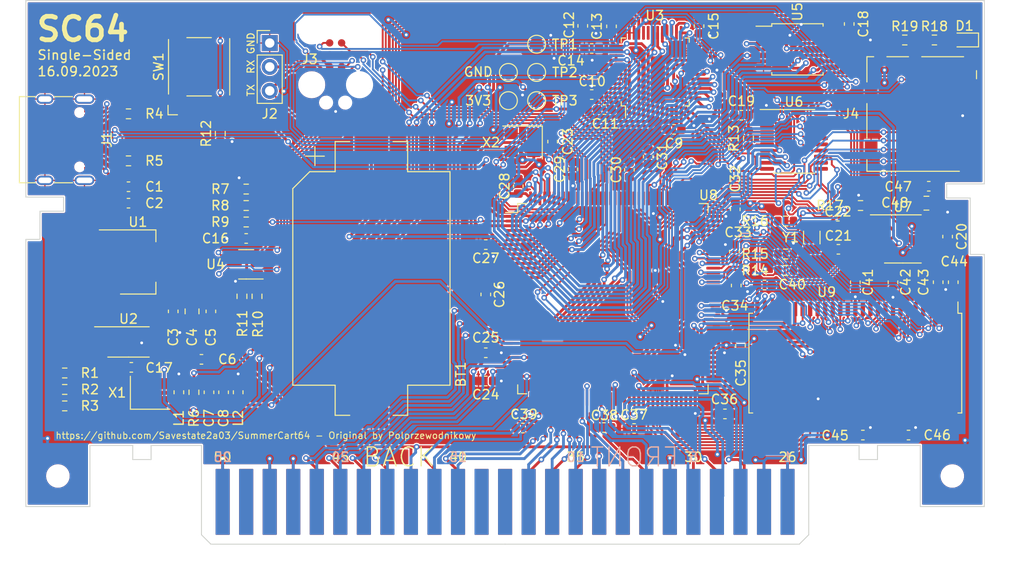
<source format=kicad_pcb>
(kicad_pcb (version 20221018) (generator pcbnew)
  (title_block (title "SC64") (date "2023-02-12") (rev "2.0a") (company "Polprzewodnikowy"))
  (layers (0 "F.Cu" signal) (31 "B.Cu" signal) (34 "B.Paste" user) (35 "F.Paste" user) (36 "B.SilkS" user "B.Silkscreen") (37 "F.SilkS" user "F.Silkscreen") (38 "B.Mask" user) (39 "F.Mask" user) (44 "Edge.Cuts" user))
  (net 0 "")
  (net 1 "Net-(BT1-+)")
  (net 2 "Net-(U1-VO)")
  (net 3 "Net-(U3-VPHY)")
  (net 4 "Net-(U3-VPLL)")
  (net 5 "Net-(U3-VCCA)")
  (net 6 "Net-(U3-VCCCORE)")
  (net 7 "N64_AD15")
  (net 8 "N64_AD14")
  (net 9 "N64_AD13")
  (net 10 "N64_AD12")
  (net 11 "N64_AD11")
  (net 12 "N64_AD10")
  (net 13 "N64_AD9")
  (net 14 "N64_AD8")
  (net 15 "N64_CIC_DATA")
  (net 16 "N64_PIF_CLK")
  (net 17 "N64_JOYBUS")
  (net 18 "N64_AD0")
  (net 19 "N64_AD1")
  (net 20 "N64_AD2")
  (net 21 "N64_AD3")
  (net 22 "N64_ALEL")
  (net 23 "N64_ALEH")
  (net 24 "N64_AD4")
  (net 25 "N64_AD5")
  (net 26 "N64_AD6")
  (net 27 "N64_AD7")
  (net 28 "N64_CIC_CLK")
  (net 29 "N64_VIDEO_SYNC")
  (net 30 "SD_DAT2")
  (net 31 "SD_DAT3")
  (net 32 "SD_CMD")
  (net 33 "SD_CLK")
  (net 34 "SD_DAT0")
  (net 35 "SD_DAT1")
  (net 36 "SD_DET")
  (net 37 "SWDIO")
  (net 38 "SWCLK")
  (net 39 "UART_TX")
  (net 40 "UART_RX")
  (net 41 "JTAG_TDO")
  (net 42 "JTAG_TDI")
  (net 43 "JTAG_TCK")
  (net 44 "JTAG_TMS")
  (net 45 "Net-(U7-X1)")
  (net 46 "GND")
  (net 47 "I2C_SDA")
  (net 48 "I2C_SCL")
  (net 49 "RTC_MFP")
  (net 50 "+3V3")
  (net 51 "N64_3V3")
  (net 52 "+5V")
  (net 53 "FLASH_CS")
  (net 54 "FLASH_IO1")
  (net 55 "FLASH_IO2")
  (net 56 "FLASH_IO0")
  (net 57 "FLASH_CLK")
  (net 58 "FLASH_IO3")
  (net 59 "FTDI_D0")
  (net 60 "FTDI_D1")
  (net 61 "FTDI_D2")
  (net 62 "FTDI_D3")
  (net 63 "FTDI_D4")
  (net 64 "FTDI_D5")
  (net 65 "FTDI_D6")
  (net 66 "FTDI_D7")
  (net 67 "FTDI_C0")
  (net 68 "FTDI_C1")
  (net 69 "FTDI_C2")
  (net 70 "~{N64_WRITE}")
  (net 71 "~{N64_READ}")
  (net 72 "~{N64_RESET}")
  (net 73 "~{N64_INT}")
  (net 74 "~{N64_NMI}")
  (net 75 "SDRAM_DQ0")
  (net 76 "SDRAM_DQ1")
  (net 77 "SDRAM_DQ2")
  (net 78 "SDRAM_DQ3")
  (net 79 "SDRAM_DQ4")
  (net 80 "SDRAM_DQ5")
  (net 81 "SDRAM_DQ6")
  (net 82 "SDRAM_DQ7")
  (net 83 "SDRAM_DQ8")
  (net 84 "SDRAM_DQ9")
  (net 85 "SDRAM_DQ10")
  (net 86 "SDRAM_DQ11")
  (net 87 "SDRAM_DQ12")
  (net 88 "SDRAM_DQ13")
  (net 89 "SDRAM_DQ14")
  (net 90 "SDRAM_DQ15")
  (net 91 "FPGA_CLK")
  (net 92 "MCU_CS")
  (net 93 "MCU_MOSI")
  (net 94 "MCU_MISO")
  (net 95 "MCU_INT")
  (net 96 "SDRAM_DQML")
  (net 97 "~{SDRAM_WE}")
  (net 98 "~{SDRAM_CAS}")
  (net 99 "~{SDRAM_RAS}")
  (net 100 "~{SDRAM_CS}")
  (net 101 "SDRAM_BA0")
  (net 102 "SDRAM_BA1")
  (net 103 "SDRAM_A10")
  (net 104 "SDRAM_A0")
  (net 105 "SDRAM_A1")
  (net 106 "SDRAM_A2")
  (net 107 "SDRAM_A3")
  (net 108 "SDRAM_A4")
  (net 109 "SDRAM_A5")
  (net 110 "SDRAM_A6")
  (net 111 "SDRAM_A7")
  (net 112 "SDRAM_A8")
  (net 113 "SDRAM_A9")
  (net 114 "SDRAM_A11")
  (net 115 "SDRAM_A12")
  (net 116 "SDRAM_CLK")
  (net 117 "SDRAM_DQMH")
  (net 118 "FTDI_C3")
  (net 119 "FTDI_C4")
  (net 120 "FTDI_C5")
  (net 121 "FTDI_C6")
  (net 122 "LED")
  (net 123 "TEST1")
  (net 124 "TEST2")
  (net 125 "FTDI_C7")
  (net 126 "USB_D+")
  (net 127 "USB_D-")
  (net 128 "Net-(U7-X2)")
  (net 129 "BUTTON")
  (net 130 "Net-(D1-A)")
  (net 131 "Net-(J1-CC1)")
  (net 132 "TEST3")
  (net 133 "MCU_SCLK")
  (net 135 "Net-(J1-CC2)")
  (net 143 "USB_EEDATA")
  (net 144 "USB_CLK")
  (net 145 "Net-(U2-VSNS)")
  (net 146 "Net-(U2-ILM)")
  (net 147 "Net-(U3-REF)")
  (net 148 "USB_EECLK")
  (net 149 "USB_EECS")
  (net 150 "Net-(U3-~{RESET})")
  (net 151 "Net-(U4-DO)")
  (net 152 "Net-(U6-NRST)")
  (footprint "LED_SMD:LED_0603_1608Metric" (layer "F.Cu") (at 198.8 81.9 180)
    (fp_text reference "D1")
    (fp_text value "150060RS75000")
  )
  (footprint "Capacitor_SMD:C_0603_1608Metric" (layer "F.Cu") (at 167.95 91.4 180)
    (fp_text reference "C9")
    (fp_text value "100nF")
  )
  (footprint "Resistor_SMD:R_0603_1608Metric" (layer "F.Cu") (at 103.225 117.3 180)
    (fp_text reference "R1")
    (fp_text value "1k")
  )
  (footprint "Package_QFP:LQFP-48_7x7mm_P0.5mm" (layer "F.Cu") (at 165.95 85.3 90)
    (fp_text reference "U3")
    (fp_text value "FT232HL")
  )
  (footprint "Capacitor_SMD:C_0603_1608Metric" (layer "F.Cu") (at 118.75 110.75 90)
    (fp_text reference "C5")
    (fp_text value "100nF")
  )
  (footprint "Button_Switch_SMD:SW_SPST_Omron_B3FS-105xP" (layer "F.Cu") (at 117.5 84.75 90)
    (fp_text reference "SW1")
    (fp_text value "B3FS-1050")
  )
  (footprint "TestPoint:TestPoint_Pad_D1.5mm" (layer "F.Cu") (at 150.35 85.35)
    (fp_text reference "GND1" hide)
    (fp_text value "TestPoint")
  )
  (footprint "Resistor_SMD:R_0603_1608Metric" (layer "F.Cu") (at 119.75 91.85 -90)
    (fp_text reference "R12")
    (fp_text value "10k")
  )
  (footprint "Resistor_SMD:R_0603_1608Metric" (layer "F.Cu") (at 122.05 109.15 -90)
    (fp_text reference "R11")
    (fp_text value "10k")
  )
  (footprint "Capacitor_SMD:C_0603_1608Metric" (layer "F.Cu") (at 147.95 115.15 180)
    (fp_text reference "C25")
    (fp_text value "100nF")
  )
  (footprint "Capacitor_SMD:C_0603_1608Metric" (layer "F.Cu") (at 160.5 123.1)
    (fp_text reference "C38")
    (fp_text value "100nF")
  )
  (footprint "Capacitor_SMD:C_0603_1608Metric" (layer "F.Cu") (at 175 114.4 90)
    (fp_text reference "C35")
    (fp_text value "100nF")
  )
  (footprint "Capacitor_SMD:C_0603_1608Metric" (layer "F.Cu") (at 185.4 104.15)
    (fp_text reference "C21")
    (fp_text value "7pF")
  )
  (footprint "Capacitor_SMD:C_0603_1608Metric" (layer "F.Cu") (at 110 97.5)
    (fp_text reference "C1")
    (fp_text value "4.7uF")
  )
  (footprint "Package_SO:SOIC-8_3.9x4.9mm_P1.27mm" (layer "F.Cu") (at 192.25 103.05)
    (fp_text reference "U7")
    (fp_text value "MCP7940N-x/ST")
  )
  (footprint "Package_TO_SOT_SMD:SOT-23-6" (layer "F.Cu") (at 122.5 105.75 180)
    (fp_text reference "U4")
    (fp_text value "93AA56Bx-x/OT")
  )
  (footprint "Resistor_SMD:R_0603_1608Metric" (layer "F.Cu") (at 122.5 99.5)
    (fp_text reference "R8")
    (fp_text value "10k")
  )
  (footprint "Capacitor_SMD:C_0603_1608Metric" (layer "F.Cu") (at 157.2 95.65 90)
    (fp_text reference "C29")
    (fp_text value "100nF")
  )
  (footprint "Package_SO:TSOP-II-54_22.2x10.16mm_P0.8mm" (layer "F.Cu") (at 187.2 116.25 -90)
    (fp_text reference "U9")
    (fp_text value "IS42S16320F-7TL")
  )
  (footprint "Capacitor_SMD:C_0603_1608Metric" (layer "F.Cu") (at 160.55 89.3 180)
    (fp_text reference "C11")
    (fp_text value "100nF")
  )
  (footprint "Resistor_SMD:R_0603_1608Metric" (layer "F.Cu") (at 192.45 81.9 180)
    (fp_text reference "R19")
    (fp_text value "10k")
  )
  (footprint "Package_SO:SOIC-8_5.23x5.23mm_P1.27mm" (layer "F.Cu") (at 181.05 82.9)
    (fp_text reference "U5")
    (fp_text value "W25Q128JVSIQ")
  )
  (footprint "Resistor_SMD:R_0603_1608Metric" (layer "F.Cu") (at 187.75 99.5)
    (fp_text reference "R17")
    (fp_text value "10k")
  )
  (footprint "Capacitor_SMD:C_0603_1608Metric" (layer "F.Cu") (at 114.75 110.75 90)
    (fp_text reference "C3")
    (fp_text value "100nF")
  )
  (footprint "TestPoint:TestPoint_Pad_D1.5mm" (layer "F.Cu") (at 150.35 88.35)
    (fp_text reference "3V1" hide)
    (fp_text value "TestPoint")
  )
  (footprint "Capacitor_SMD:C_0603_1608Metric" (layer "F.Cu") (at 165.2 94.3 90)
    (fp_text reference "C31")
    (fp_text value "100nF")
  )
  (footprint "Capacitor_SMD:C_0603_1608Metric" (layer "F.Cu") (at 147.95 108.95 -90)
    (fp_text reference "C26")
    (fp_text value "100nF")
  )
  (footprint "Resistor_SMD:R_0603_1608Metric" (layer "F.Cu") (at 103.225 119.05)
    (fp_text reference "R2")
    (fp_text value "330R")
  )
  (footprint "Capacitor_SMD:C_0603_1608Metric" (layer "F.Cu") (at 196 107.65 90)
    (fp_text reference "C43")
    (fp_text value "100nF")
  )
  (footprint "Capacitor_SMD:C_0603_1608Metric" (layer "F.Cu") (at 191.2 107.65 90)
    (fp_text reference "C42")
    (fp_text value "100nF")
  )
  (footprint "Capacitor_SMD:C_0603_1608Metric" (layer "F.Cu") (at 188 123.9 180)
    (fp_text reference "C45")
    (fp_text value "100nF")
  )
  (footprint "Capacitor_SMD:C_0603_1608Metric" (layer "F.Cu") (at 155.05 92.7 90)
    (fp_text reference "C23")
    (fp_text value "100nF")
  )
  (footprint "Capacitor_SMD:C_0603_1608Metric" (layer "F.Cu") (at 161.3 80.45 -90)
    (fp_text reference "C13")
    (fp_text value "100nF")
  )
  (footprint "Connector_Card:microSD_HC_Molex_104031-0811" (layer "F.Cu") (at 194.25 89.75 -90)
    (fp_text reference "J4")
    (fp_text value "104031-0811")
  )
  (footprint "Package_QFP:TQFP-144_20x20mm_P0.5mm" (layer "F.Cu") (at 161.45 109.4)
    (fp_text reference "U8")
    (fp_text value "LCMXO2-7000HC-6TG144x")
  )
  (footprint "Capacitor_SMD:C_0603_1608Metric" (layer "F.Cu") (at 177.55 107.95)
    (fp_text reference "C40")
    (fp_text value "100nF")
  )
  (footprint "MountingHole:MountingHole_2mm" (layer "F.Cu") (at 197.5 128.25)
    (fp_text reference "REF**2" hide)
    (fp_text value "MountingHole_2mm" hide)
  )
  (footprint "Resistor_SMD:R_0603_1608Metric" (layer "F.Cu") (at 110 94.75 180)
    (fp_text reference "R5")
    (fp_text value "5.1k")
  )
  (footprint "Resistor_SMD:R_0603_1608Metric" (layer "F.Cu") (at 175.85 92.35 90)
    (fp_text reference "R13")
    (fp_text value "10k")
  )
  (footprint "Resistor_SMD:R_0603_1608Metric" (layer "F.Cu") (at 179.8 104.65)
    (fp_text reference "R15")
    (fp_text value "2.2k")
  )
  (footprint "Resistor_SMD:R_0603_1608Metric" (layer "F.Cu") (at 110 89.75 180)
    (fp_text reference "R4")
    (fp_text value "5.1k")
  )
  (footprint "Resistor_SMD:R_0603_1608Metric" (layer "F.Cu") (at 116.95 119.35 90)
    (fp_text reference "R6")
    (fp_text value "12k")
  )
  (footprint "Capacitor_SMD:C_0603_1608Metric" (layer "F.Cu") (at 151.9 123.15 180)
    (fp_text reference "C39")
    (fp_text value "100nF")
  )
  (footprint "Capacitor_SMD:C_0603_1608Metric" (layer "F.Cu") (at 159.2 82.8)
    (fp_text reference "C14")
    (fp_text value "100nF")
  )
  (footprint "Capacitor_SMD:C_0603_1608Metric" (layer "F.Cu") (at 122.5 103 180)
    (fp_text reference "C16")
    (fp_text value "100nF")
  )
  (footprint "Package_SO:TSSOP-8_4.4x3mm_P0.65mm" (layer "F.Cu") (at 110 114)
    (fp_text reference "U2")
    (fp_text value "TPS2111A")
  )
  (footprint "Battery:BatteryHolder_Keystone_1060_1x2032" (layer "F.Cu") (at 135.8 107.25 -90)
    (fp_text reference "BT1")
    (fp_text value "1060")
  )
  (footprint "TestPoint:TestPoint_Pad_D1.5mm" (layer "F.Cu") (at 153.35 82.35)
    (fp_text reference "TP1")
    (fp_text value "TestPoint")
  )
  (footprint "Capacitor_SMD:C_0603_1608Metric" (layer "F.Cu") (at 158.25 80.4 90)
    (fp_text reference "C12")
    (fp_text value "100nF")
  )
  (footprint "Resistor_SMD:R_0603_1608Metric" (layer "F.Cu") (at 122.5 97.75)
    (fp_text reference "R7")
    (fp_text value "12k")
  )
  (footprint "Connector_PinHeader_2.54mm:PinHeader_1x03_P2.54mm_Vertical" (layer "F.Cu") (at 125 82.225)
    (fp_text reference "J2")
    (fp_text value "Conn_01x03_Male")
  )
  (footprint "Crystal:Crystal_SMD_3215-2Pin_3.2x1.5mm" (layer "F.Cu") (at 182.575 102.9 -90)
    (fp_text reference "Y1")
    (fp_text value "FC-135")
  )
  (footprint "Capacitor_SMD:C_0603_1608Metric" (layer "F.Cu") (at 163.2 95.7 90)
    (fp_text reference "C30")
    (fp_text value "100nF")
  )
  (footprint "Capacitor_SMD:C_0603_1608Metric" (layer "F.Cu") (at 197 102.8 -90)
    (fp_text reference "C20")
    (fp_text value "100nF")
  )
  (footprint "Inductor_SMD:L_0603_1608Metric" (layer "F.Cu") (at 121.65 119.35 -90)
    (fp_text reference "L2")
    (fp_text value "470R")
  )
  (footprint "TestPoint:TestPoint_Pad_D1.5mm" (layer "F.Cu") (at 153.35 85.35)
    (fp_text reference "TP2")
    (fp_text value "TestPoint")
  )
  (footprint "Capacitor_SMD:C_0603_1608Metric" (layer "F.Cu") (at 187.2 107.65 90)
    (fp_text reference "C41")
    (fp_text value "100nF")
  )
  (footprint "Capacitor_SMD:C_0603_1608Metric" (layer "F.Cu") (at 120.1 119.35 90)
    (fp_text reference "C8")
    (fp_text value "100nF")
  )
  (footprint "sc64v2:N64_Edge" (layer "F.Cu") (at 150 125)
    (fp_text reference "J_N1" hide)
    (fp_text value "N64_Cartridge")
    (fp_line (start -32.25 9.5) (end -32.25 0) (stroke (width 0.1)) (layer "Edge.Cuts"))
    (fp_line (start -32.25 9.5) (end -31.25 10.5) (stroke (width 0.1)) (layer "Edge.Cuts"))
    (fp_line (start 0 10.5) (end -31.25 10.5) (stroke (width 0.1)) (layer "Edge.Cuts"))
    (fp_line (start 0 10.5) (end 31.25 10.5) (stroke (width 0.1)) (layer "Edge.Cuts"))
    (fp_line (start 31.25 10.5) (end 32.25 9.5) (stroke (width 0.1)) (layer "Edge.Cuts"))
    (fp_line (start 32.25 9.5) (end 32.25 0) (stroke (width 0.1)) (layer "Edge.Cuts"))
  )
  (footprint "sc64v2:TC2050-FP" (layer "F.Cu") (at 132 80.94 -90)
    (fp_text reference "J3")
    (fp_text value "TC2050-FP")
  )
  (footprint "Capacitor_SMD:C_0603_1608Metric" (layer "F.Cu") (at 147.95 103.65 180)
    (fp_text reference "C27")
    (fp_text value "100nF")
  )
  (footprint "Resistor_SMD:R_0603_1608Metric" (layer "F.Cu") (at 122.5 101.25 180)
    (fp_text reference "R9")
    (fp_text value "5.1k")
  )
  (footprint "Capacitor_SMD:C_0805_2012Metric" (layer "F.Cu") (at 116.75 110.75 90)
    (fp_text reference "C4")
    (fp_text value "47uF")
  )
  (footprint "Capacitor_SMD:C_0603_1608Metric" (layer "F.Cu") (at 174.45 99.9 90)
    (fp_text reference "C32")
    (fp_text value "100nF")
  )
  (footprint "Resistor_SMD:R_0603_1608Metric" (layer "F.Cu") (at 179.8 106.4)
    (fp_text reference "R14")
    (fp_text value "2.2k")
  )
  (footprint "Capacitor_SMD:C_0603_1608Metric" (layer "F.Cu") (at 174.35 104.4 -90)
    (fp_text reference "C33")
    (fp_text value "100nF")
  )
  (footprint "Capacitor_SMD:C_0603_1608Metric" (layer "F.Cu") (at 192.85 123.9 180)
    (fp_text reference "C46")
    (fp_text value "100nF")
  )
  (footprint "Capacitor_SMD:C_0603_1608Metric" (layer "F.Cu") (at 118.55 119.35 -90)
    (fp_text reference "C7")
    (fp_text value "100nF")
  )
  (footprint "Capacitor_SMD:C_0603_1608Metric" (layer "F.Cu") (at 173.35 121.65)
    (fp_text reference "C36")
    (fp_text value "100nF")
  )
  (footprint "Capacitor_SMD:C_0603_1608Metric" (layer "F.Cu") (at 147.95 118.15 180)
    (fp_text reference "C24")
    (fp_text value "100nF")
  )
  (footprint "Resistor_SMD:R_0603_1608Metric" (layer "F.Cu") (at 179.8 101.15 180)
    (fp_text reference "R16")
    (fp_text value "10k")
  )
  (footprint "Capacitor_SMD:C_0603_1608Metric" (layer "F.Cu") (at 117.75 115.85)
    (fp_text reference "C6")
    (fp_text value "100nF")
  )
  (footprint "Capacitor_SMD:C_0603_1608Metric" (layer "F.Cu") (at 195 97.45 180)
    (fp_text reference "C47")
    (fp_text value "100nF")
  )
  (footprint "Resistor_SMD:R_0603_1608Metric" (layer "F.Cu") (at 123.65 109.15 90)
    (fp_text reference "R10")
    (fp_text value "2.2k")
  )
  (footprint "Package_TO_SOT_SMD:SOT-223-3_TabPin2" (layer "F.Cu") (at 111 105.5)
    (fp_text reference "U1")
    (fp_text value "TC1264-3.3VDB")
  )
  (footprint "Capacitor_SMD:C_0603_1608Metric" (layer "F.Cu") (at 186.55 80.2 90)
    (fp_text reference "C18")
    (fp_text value "100nF")
  )
  (footprint "Oscillator:Oscillator_SMD_SeikoEpson_SG8002CE-4Pin_3.2x2.5mm" (layer "F.Cu") (at 151.85 92.8 180)
    (fp_text reference "X2")
    (fp_text value "ECS-3225MV-500-BN")
  )
  (footprint "Capacitor_SMD:C_0603_1608Metric" (layer "F.Cu") (at 110 99.25)
    (fp_text reference "C2")
    (fp_text value "100nF")
  )
  (footprint "Oscillator:Oscillator_SMD_SeikoEpson_SG8002CE-4Pin_3.2x2.5mm" (layer "F.Cu") (at 112.3 119.4)
    (fp_text reference "X1")
    (fp_text value "ECS-3225MV-120-CN")
  )
  (footprint "Capacitor_SMD:C_0805_2012Metric" (layer "F.Cu") (at 194.75 99.25 180)
    (fp_text reference "C48")
    (fp_text value "47uF")
  )
  (footprint "Package_SO:TSSOP-20_4.4x6.5mm_P0.65mm" (layer "F.Cu") (at 180.6875 92.675)
    (fp_text reference "U6")
    (fp_text value "STM32G030F6P6")
  )
  (footprint "Capacitor_SMD:C_0603_1608Metric" (layer "F.Cu") (at 110.3 116.7 180)
    (fp_text reference "C17")
    (fp_text value "100nF")
  )
  (footprint "Capacitor_SMD:C_0603_1608Metric" (layer "F.Cu") (at 163.7 123.2 180)
    (fp_text reference "C37")
    (fp_text value "100nF")
  )
  (footprint "Inductor_SMD:L_0603_1608Metric" (layer "F.Cu") (at 115.35 119.35 -90)
    (fp_text reference "L1")
    (fp_text value "470R")
  )
  (footprint "Capacitor_SMD:C_0603_1608Metric" (layer "F.Cu") (at 159.2 87.7 180)
    (fp_text reference "C10")
    (fp_text value "100nF")
  )
  (footprint "Capacitor_SMD:C_0603_1608Metric" (layer "F.Cu") (at 174.55 108 90)
    (fp_text reference "C34")
    (fp_text value "100nF")
  )
  (footprint "Capacitor_SMD:C_0603_1608Metric" (layer "F.Cu") (at 151.4 97.45 90)
    (fp_text reference "C28")
    (fp_text value "100nF")
  )
  (footprint "Resistor_SMD:R_0603_1608Metric" (layer "F.Cu") (at 103.225 120.8)
    (fp_text reference "R3")
    (fp_text value "470R")
  )
  (footprint "TestPoint:TestPoint_Pad_D1.5mm" (layer "F.Cu") (at 153.35 88.35)
    (fp_text reference "TP3")
    (fp_text value "TestPoint")
  )
  (footprint "Capacitor_SMD:C_0603_1608Metric" (layer "F.Cu") (at 185.35 101.65 180)
    (fp_text reference "C22")
    (fp_text value "7pF")
  )
  (footprint "Capacitor_SMD:C_0603_1608Metric" (layer "F.Cu") (at 197.6 107.65 90)
    (fp_text reference "C44")
    (fp_text value "100nF")
  )
  (footprint "Capacitor_SMD:C_0603_1608Metric" (layer "F.Cu") (at 175.1 89.9 180)
    (fp_text reference "C19")
    (fp_text value "100nF")
  )
  (footprint "Resistor_SMD:R_0603_1608Metric" (layer "F.Cu") (at 195.6 81.9 180)
    (fp_text reference "R18")
    (fp_text value "1k")
  )
  (footprint "Capacitor_SMD:C_0603_1608Metric" (layer "F.Cu") (at 170.6 80.425 90)
    (fp_text reference "C15")
    (fp_text value "100nF")
  )
  (footprint "Connector_USB:USB_C_Receptacle_G-Switch_GT-USB-7010ASV" (layer "F.Cu") (at 102.2 92.5 -90)
    (fp_text reference "J1")
    (fp_text value "DX07S016JA3R1500")
  )
  (footprint "MountingHole:MountingHole_2mm" (layer "F.Cu") (at 102.5 128.25)
    (fp_text reference "REF**1" hide)
    (fp_text value "MountingHole_2mm" hide)
  )
  (gr_line locked (start 112.4 126.5) (end 112.4 125) (stroke (width 0.1)) (layer "Edge.Cuts"))
  (gr_line locked (start 105.9 131.5) (end 105.9 125) (stroke (width 0.1)) (layer "Edge.Cuts"))
  (gr_line locked (start 200.9 104.7) (end 199.4 104.7) (stroke (width 0.1)) (layer "Edge.Cuts"))
  (gr_line locked (start 182.25 125) (end 187.6 125) (stroke (width 0.1)) (layer "Edge.Cuts"))
  (gr_line locked (start 110.45 125) (end 110.45 126.5) (stroke (width 0.1)) (layer "Edge.Cuts"))
  (gr_line locked (start 199.4 98.7) (end 196.9 98.7) (stroke (width 0.1)) (layer "Edge.Cuts"))
  (gr_line locked (start 189.55 126.5) (end 189.55 125) (stroke (width 0.1)) (layer "Edge.Cuts"))
  (gr_line locked (start 103.1 100.1) (end 103.1 98.6) (stroke (width 0.1)) (layer "Edge.Cuts"))
  (gr_line locked (start 194.1 125) (end 194.1 131.5) (stroke (width 0.1)) (layer "Edge.Cuts"))
  (gr_line locked (start 110.45 126.5) (end 112.4 126.5) (stroke (width 0.1)) (layer "Edge.Cuts"))
  (gr_line locked (start 199.4 104.7) (end 199.4 98.7) (stroke (width 0.1)) (layer "Edge.Cuts"))
  (gr_line locked (start 105.9 125) (end 110.45 125) (stroke (width 0.1)) (layer "Edge.Cuts"))
  (gr_line locked (start 200.9 131.5) (end 200.9 104.7) (stroke (width 0.1)) (layer "Edge.Cuts"))
  (gr_line locked (start 99.1 77.7) (end 200.9 77.7) (stroke (width 0.1)) (layer "Edge.Cuts"))
  (gr_line locked (start 99.1 98.6) (end 99.1 77.7) (stroke (width 0.1)) (layer "Edge.Cuts"))
  (gr_line locked (start 194.1 131.5) (end 200.9 131.5) (stroke (width 0.1)) (layer "Edge.Cuts"))
  (gr_line locked (start 187.6 126.5) (end 189.55 126.5) (stroke (width 0.1)) (layer "Edge.Cuts"))
  (gr_line locked (start 99.1 131.5) (end 105.9 131.5) (stroke (width 0.1)) (layer "Edge.Cuts"))
  (gr_line locked (start 187.6 125) (end 187.6 126.5) (stroke (width 0.1)) (layer "Edge.Cuts"))
  (gr_line locked (start 99.1 131.5) (end 99.1 103.1) (stroke (width 0.1)) (layer "Edge.Cuts"))
  (gr_line locked (start 200.9 77.7) (end 200.9 97.2) (stroke (width 0.1)) (layer "Edge.Cuts"))
  (gr_line locked (start 100.6 103.1) (end 100.6 100.1) (stroke (width 0.1)) (layer "Edge.Cuts"))
  (gr_line locked (start 103.1 98.6) (end 99.1 98.6) (stroke (width 0.1)) (layer "Edge.Cuts"))
  (gr_line locked (start 196.9 97.2) (end 200.9 97.2) (stroke (width 0.1)) (layer "Edge.Cuts"))
  (gr_line locked (start 112.4 125) (end 117.75 125) (stroke (width 0.1)) (layer "Edge.Cuts"))
  (gr_line locked (start 100.6 100.1) (end 103.1 100.1) (stroke (width 0.1)) (layer "Edge.Cuts"))
  (gr_line locked (start 189.55 125) (end 194.1 125) (stroke (width 0.1)) (layer "Edge.Cuts"))
  (gr_line locked (start 196.9 98.7) (end 196.9 97.2) (stroke (width 0.1)) (layer "Edge.Cuts"))
  (gr_line locked (start 99.1 103.1) (end 100.6 103.1) (stroke (width 0.1)) (layer "Edge.Cuts"))
  (gr_text "RX" (at 123 84.75 90) (layer "F.SilkS") (effects (font (size 0.75 0.75) (thickness 0.125))))
  (gr_text "TX" (at 123 87.25 90) (layer "F.SilkS") (effects (font (size 0.75 0.75) (thickness 0.125))))
  (gr_text "Single-Sided" (at 100.25 83.5) (layer "F.SilkS") (effects (font (size 1 1)) (justify left)))
  (gr_text "16.09.2023" (at 100.25 85.25) (layer "F.SilkS") (effects (font (size 1 1)) (justify left)))
  (gr_text "GND" (at 147.15 85.3) (layer "F.SilkS") (effects (font (size 1 1))))
  (gr_text "https://github.com/Savestate2a03/SummerCart64 - Original by Polprzewodnikowy" (at 102.2 123.95) (layer "F.SilkS") (effects (font (size 0.7 0.7) (thickness 0.1)) (justify left)))
  (gr_text "3V3" (at 147.15 88.35) (layer "F.SilkS") (effects (font (size 1 1))))
  (gr_text "GND" (at 123 82.25 90) (layer "F.SilkS") (effects (font (size 0.75 0.75) (thickness 0.125))))
  (gr_text "SC64" (at 100 80.75) (layer "F.SilkS") (effects (font (size 2.5 2.5) (thickness 0.5)) (justify left)))
  (segment (start 191.85 103.5) (end 191.665 103.685) (width 0.3) (layer "F.Cu") (net 1))
  (segment (start 135.8 100.45) (end 135.8 92.6) (width 0.3) (layer "F.Cu") (net 1))
  (segment (start 191.665 103.685) (end 189.775 103.685) (width 0.3) (layer "F.Cu") (net 1))
  (segment (start 135.8 100.45) (end 133.45 102.8) (width 0.3) (layer "F.Cu") (net 1))
  (via (at 133.45 102.8) (size 0.6) (drill 0.3) (layers "F.Cu" "B.Cu") (net 1))
  (via (at 191.85 103.5) (size 0.6) (drill 0.3) (layers "F.Cu" "B.Cu") (net 1))
  (segment (start 166.546 107.80787) (end 163.50387 110.85) (width 0.3) (layer "B.Cu") (net 1))
  (segment (start 156.796131 110.85) (end 150.473065 104.526934) (width 0.3) (layer "B.Cu") (net 1))
  (segment (start 189.75 89.7) (end 180.566002 89.7) (width 0.3) (layer "B.Cu") (net 1))
  (segment (start 169.794484 95.355516) (end 169.223 95.927) (width 0.3) (layer "B.Cu") (net 1))
  (segment (start 166.546 103.858394) (end 166.546 107.80787) (width 0.3) (layer "B.Cu") (net 1))
  (segment (start 191.85 103.5) (end 191.25 102.9) (width 0.3) (layer "B.Cu") (net 1))
  (segment (start 148.84613 102.8) (end 133.45 102.8) (width 0.3) (layer "B.Cu") (net 1))
  (segment (start 150.473065 104.526934) (end 150.473065 104.426935) (width 0.3) (layer "B.Cu") (net 1))
  (segment (start 167.027 100.510998) (end 167.027 103.377394) (width 0.3) (layer "B.Cu") (net 1))
  (segment (start 166.4 99.883998) (end 167.027 100.510998) (width 0.3) (layer "B.Cu") (net 1))
  (segment (start 180.566002 89.7) (end 179.639002 90.627) (width 0.3) (layer "B.Cu") (net 1))
  (segment (start 169.223 95.927) (end 167.706158 95.927) (width 0.3) (layer "B.Cu") (net 1))
  (segment (start 175.721241 91.323) (end 173.255242 93.789) (width 0.3) (layer "B.Cu") (net 1))
  (segment (start 178.464998 91.323) (end 175.721241 91.323) (width 0.3) (layer "B.Cu") (net 1))
  (segment (start 179.160998 90.627) (end 178.464998 91.323) (width 0.3) (layer "B.Cu") (net 1))
  (segment (start 167.027 103.377394) (end 166.546 103.858394) (width 0.3) (layer "B.Cu") (net 1))
  (segment (start 166.4 97.566002) (end 166.4 99.883998) (width 0.3) (layer "B.Cu") (net 1))
  (segment (start 172.155244 93.789) (end 170.588728 95.355516) (width 0.3) (layer "B.Cu") (net 1))
  (segment (start 173.255242 93.789) (end 172.155244 93.789) (width 0.3) (layer "B.Cu") (net 1))
  (segment (start 191.25 102.9) (end 191.25 91.2) (width 0.3) (layer "B.Cu") (net 1))
  (segment (start 163.50387 110.85) (end 156.796131 110.85) (width 0.3) (layer "B.Cu") (net 1))
  (segment (start 150.473065 104.426935) (end 148.84613 102.8) (width 0.3) (layer "B.Cu") (net 1))
  (segment (start 166.827 97.139002) (end 166.4 97.566002) (width 0.3) (layer "B.Cu") (net 1))
  (segment (start 179.639002 90.627) (end 179.160998 90.627) (width 0.3) (layer "B.Cu") (net 1))
  (segment (start 167.706158 95.927) (end 166.827 96.806158) (width 0.3) (layer "B.Cu") (net 1))
  (segment (start 166.827 96.806158) (end 166.827 97.139002) (width 0.3) (layer "B.Cu") (net 1))
  (segment (start 170.588728 95.355516) (end 169.794484 95.355516) (width 0.3) (layer "B.Cu") (net 1))
  (segment (start 191.25 91.2) (end 189.75 89.7) (width 0.3) (layer "B.Cu") (net 1))
  (segment (start 112.8625 112.3375) (end 112.8625 113.025) (width 0.3) (layer "F.Cu") (net 2))
  (segment (start 107.95 115.7) (end 110.625 113.025) (width 0.3) (layer "F.Cu") (net 2))
  (segment (start 104.05 116.4) (end 104.75 115.7) (width 0.3) (layer "F.Cu") (net 2))
  (segment (start 114.75 111.525) (end 113.675 111.525) (width 0.3) (layer "F.Cu") (net 2))
  (segment (start 113.675 111.525) (end 113.325 111.875) (width 0.3) (layer "F.Cu") (net 2))
  (segment (start 104.05 117.3) (end 104.05 116.4) (width 0.3) (layer "F.Cu") (net 2))
  (segment (start 109.25 107.8) (end 113.325 111.875) (width 0.3) (layer "F.Cu") (net 2))
  (segment (start 107.85 107.8) (end 109.25 107.8) (width 0.3) (layer "F.Cu") (net 2))
  (segment (start 113.325 111.875) (end 112.8625 112.3375) (width 0.3) (layer "F.Cu") (net 2))
  (segment (start 110.625 113.025) (end 112.8625 113.025) (width 0.3) (layer "F.Cu") (net 2))
  (segment (start 104.75 115.7) (end 107.95 115.7) (width 0.3) (layer "F.Cu") (net 2))
  (segment (start 116.9 121.25) (end 118.1 121.25) (width 0.3) (layer "F.Cu") (net 3))
  (segment (start 140.6 90.65) (end 140.6 99.05) (width 0.3) (layer "F.Cu") (net 3))
  (segment (start 162.95 83.177) (end 162.993002 83.177) (width 0.3) (layer "F.Cu") (net 3))
  (segment (start 164.2 84.383998) (end 164.2 89.4625) (width 0.3) (layer "F.Cu") (net 3))
  (segment (start 115.35 120.1375) (end 115.35 120.85) (width 0.3) (layer "F.Cu") (net 3))
  (segment (start 118.1 121.25) (end 118.55 120.8) (width 0.3) (layer "F.Cu") (net 3))
  (segment (start 118.55 120.8) (end 118.55 120.125) (width 0.3) (layer "F.Cu") (net 3))
  (segment (start 140.6 99.05) (end 123.9 115.75) (width 0.3) (layer "F.Cu") (net 3))
  (segment (start 115.75 121.25) (end 116.9 121.25) (width 0.3) (layer "F.Cu") (net 3))
  (segment (start 115.35 120.85) (end 115.75 121.25) (width 0.3) (layer "F.Cu") (net 3))
  (segment (start 162.993002 83.177) (end 164.2 84.383998) (width 0.3) (layer "F.Cu") (net 3))
  (via (at 140.6 90.65) (size 0.6) (drill 0.3) (layers "F.Cu" "B.Cu") (net 3))
  (via (at 123.9 115.75) (size 0.6) (drill 0.3) (layers "F.Cu" "B.Cu") (net 3))
  (via (at 116.9 121.25) (size 0.6) (drill 0.3) (layers "F.Cu" "B.Cu") (net 3))
  (via (at 162.95 83.177) (size 0.6) (drill 0.3) (layers "F.Cu" "B.Cu") (net 3))
  (segment (start 116.9 121.25) (end 116.9 121.55) (width 0.3) (layer "B.Cu") (net 3))
  (segment (start 117.3 121.95) (end 121.75 121.95) (width 0.3) (layer "B.Cu") (net 3))
  (segment (start 121.75 121.95) (end 123.9 119.8) (width 0.3) (layer "B.Cu") (net 3))
  (segment (start 147.873 83.177) (end 140.6 90.45) (width 0.3) (layer "B.Cu") (net 3))
  (segment (start 140.6 90.45) (end 140.6 90.65) (width 0.3) (layer "B.Cu") (net 3))
  (segment (start 162.95 83.177) (end 147.873 83.177) (width 0.3) (layer "B.Cu") (net 3))
  (segment (start 116.9 121.55) (end 117.3 121.95) (width 0.3) (layer "B.Cu") (net 3))
  (segment (start 123.9 119.8) (end 123.9 115.75) (width 0.3) (layer "B.Cu") (net 3))
  (segment (start 120.1 120.125) (end 121.6375 120.125) (width 0.3) (layer "F.Cu") (net 4))
  (segment (start 169 88.35) (end 167 88.35) (width 0.3) (layer "F.Cu") (net 4))
  (segment (start 169.8 89.55) (end 169.4 89.55) (width 0.3) (layer "F.Cu") (net 4))
  (segment (start 174.734921 94.484921) (end 169.8 89.55) (width 0.3) (layer "F.Cu") (net 4))
  (segment (start 122.2125 120.7) (end 125.2 120.7) (width 0.3) (layer "F.Cu") (net 4))
  (segment (start 167 88.35) (end 166.7 88.65) (width 0.3) (layer "F.Cu") (net 4))
  (segment (start 166.7 88.65) (end 166.7 89.4625) (width 0.3) (layer "F.Cu") (net 4))
  (segment (start 121.65 120.1375) (end 122.2125 120.7) (width 0.3) (layer "F.Cu") (net 4))
  (segment (start 175.267647 94.484921) (end 174.734921 94.484921) (width 0.3) (layer "F.Cu") (net 4))
  (segment (start 169.4 89.55) (end 169.2 89.35) (width 0.3) (layer "F.Cu") (net 4))
  (segment (start 169.2 88.55) (end 169 88.35) (width 0.3) (layer "F.Cu") (net 4))
  (segment (start 121.6375 120.125) (end 121.65 120.1375) (width 0.3) (layer "F.Cu") (net 4))
  (segment (start 169.2 89.35) (end 169.2 88.55) (width 0.3) (layer "F.Cu") (net 4))
  (via (at 175.267647 94.484921) (size 0.6) (drill 0.3) (layers "F.Cu" "B.Cu") (net 4))
  (via (at 125.2 120.7) (size 0.6) (drill 0.3) (layers "F.Cu" "B.Cu") (net 4))
  (segment (start 138.327 107.573) (end 125.2 120.7) (width 0.3) (layer "B.Cu") (net 4))
  (segment (start 168.35 115.05) (end 163.75 115.05) (width 0.3) (layer "B.Cu") (net 4))
  (segment (start 170.223335 101.481897) (end 169.135704 101.481897) (width 0.3) (layer "B.Cu") (net 4))
  (segment (start 163.75 115.05) (end 162.85 114.15) (width 0.3) (layer "B.Cu") (net 4))
  (segment (start 149.7 114.15) (end 143.123 107.573) (width 0.3) (layer "B.Cu") (net 4))
  (segment (start 168.756603 101.860998) (end 168.756603 114.643397) (width 0.3) (layer "B.Cu") (net 4))
  (segment (start 173.716002 97.5) (end 173.496131 97.5) (width 0.3) (layer "B.Cu") (net 4))
  (segment (start 162.85 114.15) (end 149.7 114.15) (width 0.3) (layer "B.Cu") (net 4))
  (segment (start 175.267647 94.484921) (end 174.515 95.237568) (width 0.3) (layer "B.Cu") (net 4))
  (segment (start 168.756603 114.643397) (end 168.35 115.05) (width 0.3) (layer "B.Cu") (net 4))
  (segment (start 169.135704 101.481897) (end 168.756603 101.860998) (width 0.3) (layer "B.Cu") (net 4))
  (segment (start 174.515 95.237568) (end 174.515 96.701002) (width 0.3) (layer "B.Cu") (net 4))
  (segment (start 143.123 107.573) (end 138.327 107.573) (width 0.3) (layer "B.Cu") (net 4))
  (segment (start 171.265 100.440232) (end 170.223335 101.481897) (width 0.3) (layer "B.Cu") (net 4))
  (segment (start 174.515 96.701002) (end 173.716002 97.5) (width 0.3) (layer "B.Cu") (net 4))
  (segment (start 171.265 99.731131) (end 171.265 100.440232) (width 0.3) (layer "B.Cu") (net 4))
  (segment (start 173.496131 97.5) (end 171.265 99.731131) (width 0.3) (layer "B.Cu") (net 4))
  (segment (start 161.3 82.0625) (end 161.7875 82.55) (width 0.3) (layer "F.Cu") (net 5))
  (segment (start 161.3 81.225) (end 161.3 82.0625) (width 0.3) (layer "F.Cu") (net 5))
  (segment (start 160.225 83.05) (end 159.975 82.8) (width 0.3) (layer "F.Cu") (net 6))
  (segment (start 161.7875 83.05) (end 160.225 83.05) (width 0.3) (layer "F.Cu") (net 6))
  (segment (start 163.7 118.966002) (end 163.6 118.866002) (width 0.3) (layer "F.Cu") (net 7))
  (segment (start 163.7 120.0625) (end 163.7 118.966002) (width 0.3) (layer "F.Cu") (net 7))
  (segment (start 163.6 117.35) (end 163.7 117.25) (width 0.3) (layer "F.Cu") (net 7))
  (segment (start 163.6 118.866002) (end 163.6 117.35) (width 0.3) (layer "F.Cu") (net 7))
  (via (at 163.7 117.25) (size 0.6) (drill 0.3) (layers "F.Cu" "B.Cu") (net 7))
  (segment (start 174.823 120.689002) (end 174.823 120.47687) (width 0.3) (layer "B.Cu") (net 7))
  (segment (start 175 131) (end 175 120.866002) (width 0.3) (layer "B.Cu") (net 7))
  (segment (start 164.75 118.3) (end 163.7 117.25) (width 0.3) (layer "B.Cu") (net 7))
  (segment (start 172.87313 118.527) (end 170.160998 118.527) (width 0.3) (layer "B.Cu") (net 7))
  (segment (start 170.160998 118.527) (end 169.933998 118.3) (width 0.3) (layer "B.Cu") (net 7))
  (segment (start 174.823 120.47687) (end 172.87313 118.527) (width 0.3) (layer "B.Cu") (net 7))
  (segment (start 175 120.866002) (end 174.823 120.689002) (width 0.3) (layer "B.Cu") (net 7))
  (segment (start 169.933998 118.3) (end 164.75 118.3) (width 0.3) (layer "B.Cu") (net 7))
  (segment (start 162.7 121.92052) (end 162.7 120.0625) (width 0.3) (layer "F.Cu") (net 8))
  (segment (start 162.699836 121.920684) (end 162.7 121.92052) (width 0.3) (layer "F.Cu") (net 8))
  (via (at 162.699836 121.920684) (size 0.6) (drill 0.3) (layers "F.Cu" "B.Cu") (net 8))
  (segment (start 173.127 124.57313) (end 173.127 130.373) (width 0.3) (layer "B.Cu") (net 8))
  (segment (start 162.699836 121.920684) (end 162.699836 120.600164) (width 0.3) (layer "B.Cu") (net 8))
  (segment (start 162.699836 120.600164) (end 163.2 120.1) (width 0.3) (layer "B.Cu") (net 8))
  (segment (start 171.973 123.41913) (end 173.127 124.57313) (width 0.3) (layer "B.Cu") (net 8))
  (segment (start 173.127 130.373) (end 172.5 131) (width 0.3) (layer "B.Cu") (net 8))
  (segment (start 171.973 120.1) (end 171.973 123.41913) (width 0.3) (layer "B.Cu") (net 8))
  (segment (start 163.2 120.1) (end 171.973 120.1) (width 0.3) (layer "B.Cu") (net 8))
  (segment (start 161.7 120.0625) (end 161.7 118.55) (width 0.3) (layer "F.Cu") (net 9))
  (via (at 161.7 118.55) (size 0.6) (drill 0.3) (layers "F.Cu" "B.Cu") (net 9))
  (segment (start 162.05 123.6) (end 161.1995 122.7495) (width 0.3) (layer "B.Cu") (net 9))
  (segment (start 161.55 118.7) (end 161.7 118.55) (width 0.3) (layer "B.Cu") (net 9))
  (segment (start 169.423 130.423) (end 169.423 126.023) (width 0.3) (layer "B.Cu") (net 9))
  (segment (start 161.1995 122.7495) (end 161.1995 121.674059) (width 0.3) (layer "B.Cu") (net 9))
  (segment (start 161.55 121.323559) (end 161.55 118.7) (width 0.3) (layer "B.Cu") (net 9))
  (segment (start 167 123.6) (end 162.05 123.6) (width 0.3) (layer "B.Cu") (net 9))
  (segment (start 170 131) (end 169.423 130.423) (width 0.3) (layer "B.Cu") (net 9))
  (segment (start 169.423 126.023) (end 167 123.6) (width 0.3) (layer "B.Cu") (net 9))
  (segment (start 161.1995 121.674059) (end 161.55 121.323559) (width 0.3) (layer "B.Cu") (net 9))
  (segment (start 160.2 121.0735) (end 160.2 120.0625) (width 0.3) (layer "F.Cu") (net 10))
  (segment (start 160.2765 121.15) (end 160.2 121.0735) (width 0.3) (layer "F.Cu") (net 10))
  (via (at 160.2765 121.15) (size 0.6) (drill 0.3) (layers "F.Cu" "B.Cu") (net 10))
  (segment (start 164.55 124.5) (end 165 124.95) (width 0.3) (layer "B.Cu") (net 10))
  (segment (start 160.277 123.527) (end 161.25 124.5) (width 0.3) (layer "B.Cu") (net 10))
  (segment (start 165 124.95) (end 165 131) (width 0.3) (layer "B.Cu") (net 10))
  (segment (start 160.2765 121.15) (end 160.277 121.1505) (width 0.3) (layer "B.Cu") (net 10))
  (segment (start 160.277 121.1505) (end 160.277 123.527) (width 0.3) (layer "B.Cu") (net 10))
  (segment (start 161.25 124.5) (end 164.55 124.5) (width 0.3) (layer "B.Cu") (net 10))
  (segment (start 156.2 120.0625) (end 156.2 123.75) (width 0.3) (layer "F.Cu") (net 11))
  (via (at 156.2 123.75) (size 0.6) (drill 0.3) (layers "F.Cu" "B.Cu") (net 11))
  (segment (start 155 126.45) (end 156.2 125.25) (width 0.3) (layer "B.Cu") (net 11))
  (segment (start 156.2 125.25) (end 156.2 123.75) (width 0.3) (layer "B.Cu") (net 11))
  (segment (start 155 131) (end 155 126.45) (width 0.3) (layer "B.Cu") (net 11))
  (segment (start 155.2 120.0625) (end 155.2 122.4) (width 0.3) (layer "F.Cu") (net 12))
  (segment (start 154.85 122.75) (end 154.85 123.4) (width 0.3) (layer "F.Cu") (net 12))
  (segment (start 155.2 122.4) (end 154.85 122.75) (width 0.3) (layer "F.Cu") (net 12))
  (via (at 154.85 123.4) (size 0.6) (drill 0.3) (layers "F.Cu" "B.Cu") (net 12))
  (segment (start 152.5 127.033998) (end 152.5 131) (width 0.3) (layer "B.Cu") (net 12))
  (segment (start 154.85 124.683998) (end 152.5 127.033998) (width 0.3) (layer "B.Cu") (net 12))
  (segment (start 154.85 123.4) (end 154.85 124.683998) (width 0.3) (layer "B.Cu") (net 12))
  (segment (start 154.05 124.3) (end 154.273 124.077) (width 0.3) (layer "F.Cu") (net 13))
  (segment (start 154.273 124.077) (end 154.273 122.723131) (width 0.3) (layer "F.Cu") (net 13))
  (segment (start 154.273 122.723131) (end 154.7 122.296131) (width 0.3) (layer "F.Cu") (net 13))
  (segment (start 154.7 122.296131) (end 154.7 120.0625) (width 0.3) (layer "F.Cu") (net 13))
  (via (at 154.05 124.3) (size 0.6) (drill 0.3) (layers "F.Cu" "B.Cu") (net 13))
  (segment (start 145 131) (end 145 127.1) (width 0.3) (layer "B.Cu") (net 13))
  (segment (start 145.7 126.4) (end 152.05 126.4) (width 0.3) (layer "B.Cu") (net 13))
  (segment (start 152.05 126.4) (end 154.05 124.4) (width 0.3) (layer "B.Cu") (net 13))
  (segment (start 154.05 124.4) (end 154.05 124.3) (width 0.3) (layer "B.Cu") (net 13))
  (segment (start 145 127.1) (end 145.7 126.4) (width 0.3) (layer "B.Cu") (net 13))
  (segment (start 153.7 121.75) (end 153.55 121.9) (width 0.3) (layer "F.Cu") (net 14))
  (segment (start 153.7 120.0625) (end 153.7 121.75) (width 0.3) (layer "F.Cu") (net 14))
  (via (at 153.55 121.9) (size 0.6) (drill 0.3) (layers "F.Cu" "B.Cu") (net 14))
  (segment (start 142.5 126.3) (end 144.45 124.35) (width 0.3) (layer "B.Cu") (net 14))
  (segment (start 144.45 124.35) (end 151.65 124.35) (width 0.3) (layer "B.Cu") (net 14))
  (segment (start 151.65 123.8) (end 153.55 121.9) (width 0.3) (layer "B.Cu") (net 14))
  (segment (start 151.65 124.35) (end 151.65 123.8) (width 0.3) (layer "B.Cu") (net 14))
  (segment (start 142.5 131) (end 142.5 126.3) (width 0.3) (layer "B.Cu") (net 14))
  (segment (start 179.65 94.95) (end 179.95 95.25) (width 0.3) (layer "F.Cu") (net 15))
  (segment (start 169.35 103.75) (end 168.65 104.45) (width 0.3) (layer "F.Cu") (net 15))
  (segment (start 164.85 116.25) (end 155.50774 116.25) (width 0.3) (layer "F.Cu") (net 15))
  (segment (start 169.308 111.791999) (end 164.85 116.25) (width 0.3) (layer "F.Cu") (net 15))
  (segment (start 177.825 94.95) (end 179.65 94.95) (width 0.3) (layer "F.Cu") (net 15))
  (segment (start 155.50774 116.25) (end 154.10774 117.65) (width 0.3) (layer "F.Cu") (net 15))
  (segment (start 168.65 105.346656) (end 169.308 106.004656) (width 0.3) (layer "F.Cu") (net 15))
  (segment (start 168.65 104.45) (end 168.65 105.346656) (width 0.3) (layer "F.Cu") (net 15))
  (segment (start 154.10774 117.65) (end 152.3 117.65) (width 0.3) (layer "F.Cu") (net 15))
  (segment (start 169.308 106.004656) (end 169.308 111.791999) (width 0.3) (layer "F.Cu") (net 15))
  (segment (start 150.7875 117.65) (end 152.3 117.65) (width 0.3) (layer "F.Cu") (net 15))
  (via (at 152.3 117.65) (size 0.6) (drill 0.3) (layers "F.Cu" "B.Cu") (net 15))
  (via (at 179.95 95.25) (size 0.6) (drill 0.3) (layers "F.Cu" "B.Cu") (net 15))
  (via (at 169.35 103.75) (size 0.6) (drill 0.3) (layers "F.Cu" "B.Cu") (net 15))
  (segment (start 179.25 94.75) (end 179.75 95.25) (width 0.3) (layer "B.Cu") (net 15))
  (segment (start 176.75 94.15) (end 176.873 94.027) (width 0.3) (layer "B.Cu") (net 15))
  (segment (start 137.5 131) (end 137.5 126.45) (width 0.3) (layer "B.Cu") (net 15))
  (segment (start 148.733998 123.2) (end 152.3 119.633998) (width 0.3) (layer "B.Cu") (net 15))
  (segment (start 175.796 98.12084) (end 175.796 96.204) (width 0.3) (layer "B.Cu") (net 15))
  (segment (start 175.796 96.204) (end 176.75 95.25) (width 0.3) (layer "B.Cu") (net 15))
  (segment (start 170.753945 102.762897) (end 172.546 100.970842) (width 0.3) (layer "B.Cu") (net 15))
  (segment (start 172.546 100.275551) (end 174.040552 98.780999) (width 0.3) (layer "B.Cu") (net 15))
  (segment (start 170.337103 102.762897) (end 170.753945 102.762897) (width 0.3) (layer "B.Cu") (net 15))
  (segment (start 137.5 126.45) (end 140.75 123.2) (width 0.3) (layer "B.Cu") (net 15))
  (segment (start 176.873 94.027) (end 178.02313 94.027) (width 0.3) (layer "B.Cu") (net 15))
  (segment (start 175.135842 98.780999) (end 175.796 98.12084) (width 0.3) (layer "B.Cu") (net 15))
  (segment (start 179.75 95.25) (end 179.95 95.25) (width 0.3) (layer "B.Cu") (net 15))
  (segment (start 169.35 103.75) (end 170.337103 102.762897) (width 0.3) (layer "B.Cu") (net 15))
  (segment (start 152.3 119.633998) (end 152.3 117.65) (width 0.3) (layer "B.Cu") (net 15))
  (segment (start 178.02313 94.027) (end 178.74613 94.75) (width 0.3) (layer "B.Cu") (net 15))
  (segment (start 174.040552 98.780999) (end 175.135842 98.780999) (width 0.3) (layer "B.Cu") (net 15))
  (segment (start 140.75 123.2) (end 148.733998 123.2) (width 0.3) (layer "B.Cu") (net 15))
  (segment (start 172.546 100.970842) (end 172.546 100.275551) (width 0.3) (layer "B.Cu") (net 15))
  (segment (start 176.75 95.25) (end 176.75 94.15) (width 0.3) (layer "B.Cu") (net 15))
  (segment (start 178.74613 94.75) (end 179.25 94.75) (width 0.3) (layer "B.Cu") (net 15))
  (segment (start 148.939002 116.573) (end 148.227 116.573) (width 0.3) (layer "F.Cu") (net 16))
  (segment (start 149.016002 116.65) (end 148.939002 116.573) (width 0.3) (layer "F.Cu") (net 16))
  (segment (start 150.7875 116.65) (end 149.016002 116.65) (width 0.3) (layer "F.Cu") (net 16))
  (segment (start 148.227 116.573) (end 147.65 117.15) (width 0.3) (layer "F.Cu") (net 16))
  (via (at 147.65 117.15) (size 0.6) (drill 0.3) (layers "F.Cu" "B.Cu") (net 16))
  (segment (start 135 126.45) (end 136.3 125.15) (width 0.3) (layer "B.Cu") (net 16))
  (segment (start 136.79613 125.15) (end 139.873131 122.073) (width 0.3) (layer "B.Cu") (net 16))
  (segment (start 135 131) (end 135 126.45) (width 0.3) (layer "B.Cu") (net 16))
  (segment (start 136.3 125.15) (end 136.79613 125.15) (width 0.3) (layer "B.Cu") (net 16))
  (segment (start 139.873131 122.073) (end 144.72313 122.073) (width 0.3) (layer "B.Cu") (net 16))
  (segment (start 147.65 119.14613) (end 147.65 117.15) (width 0.3) (layer "B.Cu") (net 16))
  (segment (start 144.72313 122.073) (end 147.65 119.14613) (width 0.3) (layer "B.Cu") (net 16))
  (segment (start 147.507521 113.573) (end 149.975197 113.573) (width 0.3) (layer "F.Cu") (net 17))
  (segment (start 149.975197 113.573) (end 150.052197 113.65) (width 0.3) (layer "F.Cu") (net 17))
  (segment (start 145.991214 112.056694) (end 147.507521 113.573) (width 0.3) (layer "F.Cu") (net 17))
  (segment (start 150.052197 113.65) (end 150.7875 113.65) (width 0.3) (layer "F.Cu") (net 17))
  (segment (start 145.176102 112.056694) (end 145.991214 112.056694) (width 0.3) (layer "F.Cu") (net 17))
  (via (at 145.176102 112.056694) (size 0.6) (drill 0.3) (layers "F.Cu" "B.Cu") (net 17))
  (segment (start 145.176102 112.056694) (end 145.027 112.205796) (width 0.3) (layer "B.Cu") (net 17))
  (segment (start 136.590327 122.940327) (end 136.088653 123.442) (width 0.3) (layer "B.Cu") (net 17))
  (segment (start 145.027 112.205796) (end 145.027 116.023519) (width 0.3) (layer "B.Cu") (net 17))
  (segment (start 145.146001 116.14252) (end 145.146 119.23465) (width 0.3) (layer "B.Cu") (net 17))
  (segment (start 145.146 119.23465) (end 144.05765 120.323) (width 0.3) (layer "B.Cu") (net 17))
  (segment (start 135.592524 123.442) (end 134.138522 124.896) (width 0.3) (layer "B.Cu") (net 17))
  (segment (start 136.590327 122.909673) (end 136.590327 122.940327) (width 0.3) (layer "B.Cu") (net 17))
  (segment (start 139.177 120.323) (end 136.590327 122.909673) (width 0.3) (layer "B.Cu") (net 17))
  (segment (start 134.138522 124.896) (end 133.196262 124.896) (width 0.3) (layer "B.Cu") (net 17))
  (segment (start 130 126.7) (end 130 131) (width 0.3) (layer "B.Cu") (net 17))
  (segment (start 132.392261 125.7) (end 131 125.7) (width 0.3) (layer "B.Cu") (net 17))
  (segment (start 133.196262 124.896) (end 132.392261 125.7) (width 0.3) (layer "B.Cu") (net 17))
  (segment (start 145.027 116.023519) (end 145.146001 116.14252) (width 0.3) (layer "B.Cu") (net 17))
  (segment (start 144.05765 120.323) (end 139.177 120.323) (width 0.3) (layer "B.Cu") (net 17))
  (segment (start 131 125.7) (end 130 126.7) (width 0.3) (layer "B.Cu") (net 17))
  (segment (start 136.088653 123.442) (end 135.592524 123.442) (width 0.3) (layer "B.Cu") (net 17))
  (segment (start 175.4 127.1) (end 175.4 130.6) (width 0.3) (layer "F.Cu") (net 18))
  (segment (start 175.4 130.6) (end 175 131) (width 0.3) (layer "F.Cu") (net 18))
  (segment (start 174.8 126.5) (end 175.4 127.1) (width 0.3) (layer "F.Cu") (net 18))
  (segment (start 164.2 118.65) (end 164.2 120.0625) (width 0.3) (layer "F.Cu") (net 18))
  (segment (start 173.75 126.5) (end 174.8 126.5) (width 0.3) (layer "F.Cu") (net 18))
  (via (at 164.2 118.65) (size 0.6) (drill 0.3) (layers "F.Cu" "B.Cu") (net 18))
  (via (at 173.75 126.5) (size 0.6) (drill 0.3) (layers "F.Cu" "B.Cu") (net 18))
  (segment (start 174.396 120.796) (end 172.554 118.954) (width 0.3) (layer "B.Cu") (net 18))
  (segment (start 169.980129 118.95) (end 164.5 118.95) (width 0.3) (layer "B.Cu") (net 18))
  (segment (start 174.396 120.865872) (end 174.396 120.796) (width 0.3) (layer "B.Cu") (net 18))
  (segment (start 172.554 118.954) (end 169.984129 118.954) (width 0.3) (layer "B.Cu") (net 18))
  (segment (start 174.573 125.677) (end 174.573 121.042872) (width 0.3) (layer "B.Cu") (net 18))
  (segment (start 173.75 126.5) (end 174.573 125.677) (width 0.3) (layer "B.Cu") (net 18))
  (segment (start 164.5 118.95) (end 164.2 118.65) (width 0.3) (layer "B.Cu") (net 18))
  (segment (start 169.984129 118.954) (end 169.980129 118.95) (width 0.3) (layer "B.Cu") (net 18))
  (segment (start 174.573 121.042872) (end 174.396 120.865872) (width 0.3) (layer "B.Cu") (net 18))
  (segment (start 163.2 121.633998) (end 163.2 120.0625) (width 0.3) (layer "F.Cu") (net 19))
  (segment (start 163.65 121.65) (end 163.216002 121.65) (width 0.3) (layer "F.Cu") (net 19))
  (segment (start 172.5 127.75) (end 172.5 131) (width 0.3) (layer "F.Cu") (net 19))
  (segment (start 163.216002 121.65) (end 163.2 121.633998) (width 0.3) (layer "F.Cu") (net 19))
  (segment (start 171.2 126.45) (end 172.5 127.75) (width 0.3) (layer "F.Cu") (net 19))
  (via (at 163.65 121.65) (size 0.6) (drill 0.3) (layers "F.Cu" "B.Cu") (net 19))
  (via (at 171.2 126.45) (size 0.6) (drill 0.3) (layers "F.Cu" "B.Cu") (net 19))
  (segment (start 170.673 122.110998) (end 170.673 125.923) (width 0.3) (layer "B.Cu") (net 19))
  (segment (start 164.773 120.923) (end 165.146 120.55) (width 0.3) (layer "B.Cu") (net 19))
  (segment (start 170.5 120.55) (end 171.010998 121.060998) (width 0.3) (layer "B.Cu") (net 19))
  (segment (start 163.777 120.923) (end 164.773 120.923) (width 0.3) (layer "B.Cu") (net 19))
  (segment (start 165.146 120.55) (end 170.5 120.55) (width 0.3) (layer "B.Cu") (net 19))
  (segment (start 171.010998 121.773) (end 170.673 122.110998) (width 0.3) (layer "B.Cu") (net 19))
  (segment (start 170.673 125.923) (end 171.2 126.45) (width 0.3) (layer "B.Cu") (net 19))
  (segment (start 171.010998 121.060998) (end 171.010998 121.773) (width 0.3) (layer "B.Cu") (net 19))
  (segment (start 163.65 121.65) (end 163.65 121.05) (width 0.3) (layer "B.Cu") (net 19))
  (segment (start 163.65 121.05) (end 163.777 120.923) (width 0.3) (layer "B.Cu") (net 19))
  (segment (start 162.2 121.25) (end 162.2 120.0625) (width 0.3) (layer "F.Cu") (net 20))
  (segment (start 170 126.45) (end 170 131) (width 0.3) (layer "F.Cu") (net 20))
  (segment (start 161.7765 121.913061) (end 161.7765 121.6735) (width 0.3) (layer "F.Cu") (net 20))
  (segment (start 161.7765 121.6735) (end 162.2 121.25) (width 0.3) (layer "F.Cu") (net 20))
  (via (at 170 126.45) (size 0.6) (drill 0.3) (layers "F.Cu" "B.Cu") (net 20))
  (via (at 161.7765 121.913061) (size 0.6) (drill 0.3) (layers "F.Cu" "B.Cu") (net 20))
  (segment (start 167.31913 123.173) (end 170 125.85387) (width 0.3) (layer "B.Cu") (net 20))
  (segment (start 170 125.85387) (end 170 126.45) (width 0.3) (layer "B.Cu") (net 20))
  (segment (start 163.036439 123.173) (end 167.31913 123.173) (width 0.3) (layer "B.Cu") (net 20))
  (segment (start 161.7765 121.913061) (end 163.036439 123.173) (width 0.3) (layer "B.Cu") (net 20))
  (segment (start 160.5 124.04613) (end 160.5 122.5) (width 0.3) (layer "F.Cu") (net 21))
  (segment (start 165 131) (end 165 127.9) (width 0.3) (layer "F.Cu") (net 21))
  (segment (start 160.5 122.5) (end 161.2 121.8) (width 0.3) (layer "F.Cu") (net 21))
  (segment (start 163.55 126.45) (end 162.90387 126.45) (width 0.3) (layer "F.Cu") (net 21))
  (segment (start 165 127.9) (end 163.55 126.45) (width 0.3) (layer "F.Cu") (net 21))
  (segment (start 162.90387 126.45) (end 160.5 124.04613) (width 0.3) (layer "F.Cu") (net 21))
  (segment (start 161.2 121.8) (end 161.2 120.0625) (width 0.3) (layer "F.Cu") (net 21))
  (segment (start 159.05 121.95) (end 159.05 121.583998) (width 0.3) (layer "F.Cu") (net 22))
  (segment (start 159.85 124) (end 159.15 124) (width 0.3) (layer "F.Cu") (net 22))
  (segment (start 159.15 124) (end 158.85 123.7) (width 0.3) (layer "F.Cu") (net 22))
  (segment (start 158.85 122.15) (end 159.05 121.95) (width 0.3) (layer "F.Cu") (net 22))
  (segment (start 162.5 126.65) (end 159.85 124) (width 0.3) (layer "F.Cu") (net 22))
  (segment (start 159.2 121.433998) (end 159.2 120.0625) (width 0.3) (layer "F.Cu") (net 22))
  (segment (start 159.05 121.583998) (end 159.2 121.433998) (width 0.3) (layer "F.Cu") (net 22))
  (segment (start 158.85 123.7) (end 158.85 122.15) (width 0.3) (layer "F.Cu") (net 22))
  (segment (start 162.5 131) (end 162.5 126.65) (width 0.3) (layer "F.Cu") (net 22))
  (segment (start 158.2 122.45) (end 158.2 120.0625) (width 0.3) (layer "F.Cu") (net 23))
  (segment (start 157.5 127.5) (end 157.5 131) (width 0.3) (layer "F.Cu") (net 23))
  (segment (start 158.75 126.25) (end 157.5 127.5) (width 0.3) (layer "F.Cu") (net 23))
  (via (at 158.2 122.45) (size 0.6) (drill 0.3) (layers "F.Cu" "B.Cu") (net 23))
  (via (at 158.75 126.25) (size 0.6) (drill 0.3) (layers "F.Cu" "B.Cu") (net 23))
  (segment (start 158.75 123) (end 158.2 122.45) (width 0.3) (layer "B.Cu") (net 23))
  (segment (start 158.75 126.25) (end 158.75 123) (width 0.3) (layer "B.Cu") (net 23))
  (segment (start 156.7 120.0625) (end 156.7 122.5) (width 0.3) (layer "F.Cu") (net 24))
  (segment (start 156.85 122.65) (end 156.85 124.4) (width 0.3) (layer "F.Cu") (net 24))
  (segment (start 155 127.75) (end 155 131) (width 0.3) (layer "F.Cu") (net 24))
  (segment (start 156.7 122.5) (end 156.85 122.65) (width 0.3) (layer "F.Cu") (net 24))
  (segment (start 156.3 126.45) (end 155 127.75) (width 0.3) (layer "F.Cu") (net 24))
  (via (at 156.3 126.45) (size 0.6) (drill 0.3) (layers "F.Cu" "B.Cu") (net 24))
  (via (at 156.85 124.4) (size 0.6) (drill 0.3) (layers "F.Cu" "B.Cu") (net 24))
  (segment (start 156.3 126.45) (end 156.85 125.9) (width 0.3) (layer "B.Cu") (net 24))
  (segment (start 156.85 125.9) (end 156.85 124.4) (width 0.3) (layer "B.Cu") (net 24))
  (segment (start 152.5 127.85) (end 152.5 131) (width 0.3) (layer "F.Cu") (net 25))
  (segment (start 155.5 123.1) (end 155.5 124.4) (width 0.3) (layer "F.Cu") (net 25))
  (segment (start 155.7 122.9) (end 155.5 123.1) (width 0.3) (layer "F.Cu") (net 25))
  (segment (start 155.7 120.0625) (end 155.7 122.9) (width 0.3) (layer "F.Cu") (net 25))
  (segment (start 153.85 126.5) (end 152.5 127.85) (width 0.3) (layer "F.Cu") (net 25))
  (via (at 155.5 124.4) (size 0.6) (drill 0.3) (layers "F.Cu" "B.Cu") (net 25))
  (via (at 153.85 126.5) (size 0.6) (drill 0.3) (layers "F.Cu" "B.Cu") (net 25))
  (segment (start 155.5 124.85) (end 155.5 124.4) (width 0.3) (layer "B.Cu") (net 25))
  (segment (start 153.85 126.5) (end 155.5 124.85) (width 0.3) (layer "B.Cu") (net 25))
  (segment (start 152.95 124.55) (end 152.983998 124.55) (width 0.3) (layer "F.Cu") (net 26))
  (segment (start 154.2 122.192262) (end 154.2 120.0625) (width 0.3) (layer "F.Cu") (net 26))
  (segment (start 153.810998 122.581263) (end 154.2 122.192262) (width 0.3) (layer "F.Cu") (net 26))
  (segment (start 145 127.7) (end 145 131) (width 0.3) (layer "F.Cu") (net 26))
  (segment (start 153.810998 123.723) (end 153.810998 122.581263) (width 0.3) (layer "F.Cu") (net 26))
  (segment (start 143.7 126.4) (end 145 127.7) (width 0.3) (layer "F.Cu") (net 26))
  (segment (start 152.983998 124.55) (end 153.810998 123.723) (width 0.3) (layer "F.Cu") (net 26))
  (via (at 152.95 124.55) (size 0.6) (drill 0.3) (layers "F.Cu" "B.Cu") (net 26))
  (via (at 143.7 126.4) (size 0.6) (drill 0.3) (layers "F.Cu" "B.Cu") (net 26))
  (segment (start 143.7 126.4) (end 144.2 125.9) (width 0.3) (layer "B.Cu") (net 26))
  (segment (start 144.2 125.9) (end 151.6 125.9) (width 0.3) (layer "B.Cu") (net 26))
  (segment (start 151.6 125.9) (end 152.95 124.55) (width 0.3) (layer "B.Cu") (net 26))
  (segment (start 153.2 121.05) (end 153.2 120.0625) (width 0.3) (layer "F.Cu") (net 27))
  (segment (start 142.5 127.5) (end 142.5 131) (width 0.3) (layer "F.Cu") (net 27))
  (segment (start 152.6 121.65) (end 153.2 121.05) (width 0.3) (layer "F.Cu") (net 27))
  (segment (start 141.3 126.3) (end 142.5 127.5) (width 0.3) (layer "F.Cu") (net 27))
  (via (at 141.3 126.3) (size 0.6) (drill 0.3) (layers "F.Cu" "B.Cu") (net 27))
  (via (at 152.6 121.65) (size 0.6) (drill 0.3) (layers "F.Cu" "B.Cu") (net 27))
  (segment (start 150.55 123.7) (end 152.6 121.65) (width 0.3) (layer "B.Cu") (net 27))
  (segment (start 141.3 126.3) (end 143.9 123.7) (width 0.3) (layer "B.Cu") (net 27))
  (segment (start 143.9 123.7) (end 150.55 123.7) (width 0.3) (layer "B.Cu") (net 27))
  (segment (start 168.881 111.61513) (end 164.67313 115.823) (width 0.3) (layer "F.Cu") (net 28))
  (segment (start 177.825 94.3) (end 179.7 94.3) (width 0.3) (layer "F.Cu") (net 28))
  (segment (start 155.07687 116.077) (end 153.056998 116.077) (width 0.3) (layer "F.Cu") (net 28))
  (segment (start 168.223 103.327) (end 168.223 105.523524) (width 0.3) (layer "F.Cu") (net 28))
  (segment (start 137.5 127.55) (end 137.5 131) (width 0.3) (layer "F.Cu") (net 28))
  (segment (start 155.330871 115.823) (end 155.07687 116.077) (width 0.3) (layer "F.Cu") (net 28))
  (segment (start 153.056998 116.077) (end 151.983998 117.15) (width 0.3) (layer "F.Cu") (net 28))
  (segment (start 164.67313 115.823) (end 155.330871 115.823) (width 0.3) (layer "F.Cu") (net 28))
  (segment (start 151.983998 117.15) (end 150.7875 117.15) (width 0.3) (layer "F.Cu") (net 28))
  (segment (start 136.25 126.3) (end 137.5 127.55) (width 0.3) (layer "F.Cu") (net 28))
  (segment (start 150.7875 117.15) (end 148.7 117.15) (width 0.3) (layer "F.Cu") (net 28))
  (segment (start 169.35 102.9) (end 168.65 102.9) (width 0.3) (layer "F.Cu") (net 28))
  (segment (start 179.7 94.3) (end 179.75 94.35) (width 0.3) (layer "F.Cu") (net 28))
  (segment (start 168.881 106.181525) (end 168.881 111.61513) (width 0.3) (layer "F.Cu") (net 28))
  (segment (start 168.223 105.523524) (end 168.881 106.181525) (width 0.3) (layer "F.Cu") (net 28))
  (segment (start 168.65 102.9) (end 168.223 103.327) (width 0.3) (layer "F.Cu") (net 28))
  (via (at 148.7 117.15) (size 0.6) (drill 0.3) (layers "F.Cu" "B.Cu") (net 28))
  (via (at 169.35 102.9) (size 0.6) (drill 0.3) (layers "F.Cu" "B.Cu") (net 28))
  (via (at 179.75 94.35) (size 0.6) (drill 0.3) (layers "F.Cu" "B.Cu") (net 28))
  (via (at 136.25 126.3) (size 0.6) (drill 0.3) (layers "F.Cu" "B.Cu") (net 28))
  (segment (start 176.3 93.801773) (end 176.501773 93.6) (width 0.3) (layer "B.Cu") (net 28))
  (segment (start 175.369 96.02713) (end 176.3 95.09613) (width 0.3) (layer "B.Cu") (net 28))
  (segment (start 176.501773 93.6) (end 178.3 93.6) (width 0.3) (layer "B.Cu") (net 28))
  (segment (start 178.85 94.25) (end 179.65 94.25) (width 0.3) (layer "B.Cu") (net 28))
  (segment (start 140.05 122.5) (end 144.9 122.5) (width 0.3) (layer "B.Cu") (net 28))
  (segment (start 172.119 100.793972) (end 172.119 100.098681) (width 0.3) (layer "B.Cu") (net 28))
  (segment (start 136.25 126.3) (end 140.05 122.5) (width 0.3) (layer "B.Cu") (net 28))
  (segment (start 170.160234 102.335897) (end 170.577075 102.335897) (width 0.3) (layer "B.Cu") (net 28))
  (segment (start 148.7 118.7) (end 148.7 117.15) (width 0.3) (layer "B.Cu") (net 28))
  (segment (start 169.35 102.9) (end 169.596131 102.9) (width 0.3) (layer "B.Cu") (net 28))
  (segment (start 176.3 95.09613) (end 176.3 93.801773) (width 0.3) (layer "B.Cu") (net 28))
  (segment (start 178.3 93.6) (end 178.3 93.7) (width 0.3) (layer "B.Cu") (net 28))
  (segment (start 172.119 100.098681) (end 173.863683 98.353999) (width 0.3) (layer "B.Cu") (net 28))
  (segment (start 170.577075 102.335897) (end 172.119 100.793972) (width 0.3) (layer "B.Cu") (net 28))
  (segment (start 175.369 97.943971) (end 175.369 96.02713) (width 0.3) (layer "B.Cu") (net 28))
  (segment (start 144.9 122.5) (end 148.7 118.7) (width 0.3) (layer "B.Cu") (net 28))
  (segment (start 179.65 94.25) (end 179.75 94.35) (width 0.3) (layer "B.Cu") (net 28))
  (segment (start 173.863683 98.353999) (end 174.958972 98.354) (width 0.3) (layer "B.Cu") (net 28))
  (segment (start 174.958972 98.354) (end 175.369 97.943971) (width 0.3) (layer "B.Cu") (net 28))
  (segment (start 169.596131 102.9) (end 170.160234 102.335897) (width 0.3) (layer "B.Cu") (net 28))
  (segment (start 178.3 93.7) (end 178.85 94.25) (width 0.3) (layer "B.Cu") (net 28))
  (segment (start 128.85 126.35) (end 130 127.5) (width 0.3) (layer "F.Cu") (net 29))
  (segment (start 147.68439 113.146) (end 150.7835 113.146) (width 0.3) (layer "F.Cu") (net 29))
  (segment (start 144.617352 110.682648) (end 145.221038 110.682648) (width 0.3) (layer "F.Cu") (net 29))
  (segment (start 150.7835 113.146) (end 150.7875 113.15) (width 0.3) (layer "F.Cu") (net 29))
  (segment (start 130 127.5) (end 130 131) (width 0.3) (layer "F.Cu") (net 29))
  (segment (start 145.221038 110.682648) (end 147.68439 113.146) (width 0.3) (layer "F.Cu") (net 29))
  (via (at 144.617352 110.682648) (size 0.6) (drill 0.3) (layers "F.Cu" "B.Cu") (net 29))
  (via (at 128.85 126.35) (size 0.6) (drill 0.3) (layers "F.Cu" "B.Cu") (net 29))
  (segment (start 135.404 123.015) (end 133.95 124.469) (width 0.3) (layer "B.Cu") (net 29))
  (segment (start 144.719001 116.31939) (end 144.719 119.05778) (width 0.3) (layer "B.Cu") (net 29))
  (segment (start 133.019393 124.469) (end 132.215392 125.273) (width 0.3) (layer "B.Cu") (net 29))
  (segment (start 133.95 124.469) (end 133.019393 124.469) (width 0.3) (layer "B.Cu") (net 29))
  (segment (start 130.823131 125.273) (end 129.74613 126.35) (width 0.3) (layer "B.Cu") (net 29))
  (segment (start 135.881129 123.015001) (end 135.404 123.015) (width 0.3) (layer "B.Cu") (net 29))
  (segment (start 129.74613 126.35) (end 128.85 126.35) (width 0.3) (layer "B.Cu") (net 29))
  (segment (start 139.000131 119.896) (end 135.881129 123.015001) (width 0.3) (layer "B.Cu") (net 29))
  (segment (start 144.719 119.05778) (end 143.88078 119.896) (width 0.3) (layer "B.Cu") (net 29))
  (segment (start 144.5 110.8) (end 144.5 116.100389) (width 0.3) (layer "B.Cu") (net 29))
  (segment (start 144.5 116.100389) (end 144.719001 116.31939) (width 0.3) (layer "B.Cu") (net 29))
  (segment (start 132.215392 125.273) (end 130.823131 125.273) (width 0.3) (layer "B.Cu") (net 29))
  (segment (start 143.88078 119.896) (end 139.000131 119.896) (width 0.3) (layer "B.Cu") (net 29))
  (segment (start 144.617352 110.682648) (end 144.5 110.8) (width 0.3) (layer "B.Cu") (net 29))
  (segment (start 167.527 97.727) (end 167.7 97.9) (width 0.2) (layer "F.Cu") (net 30))
  (segment (start 198.145 86.645) (end 199.7 86.645) (width 0.2) (layer "F.Cu") (net 30))
  (segment (start 168.975 94.854937) (end 167.527 96.302937) (width 0.2) (layer "F.Cu") (net 30))
  (segment (start 192.1 86.1) (end 197.6 86.1) (width 0.2) (layer "F.Cu") (net 30))
  (segment (start 167.7 97.9) (end 167.7 98.7375) (width 0.2) (layer "F.Cu") (net 30))
  (segment (start 167.527 96.302937) (end 167.527 97.727) (width 0.2) (layer "F.Cu") (net 30))
  (segment (start 197.6 86.1) (end 198.145 86.645) (width 0.2) (layer "F.Cu") (net 30))
  (via (at 168.975 94.854937) (size 0.6) (drill 0.3) (layers "F.Cu" "B.Cu") (net 30))
  (via (at 192.1 86.1) (size 0.6) (drill 0.3) (layers "F.Cu" "B.Cu") (net 30))
  (segment (start 176.139 90.372084) (end 176.139 87.111) (width 0.2) (layer "B.Cu") (net 30))
  (segment (start 176.223 87.027) (end 177.55 87.027) (width 0.2) (layer "B.Cu") (net 30))
  (segment (start 168.975 94.289956) (end 169.202956 94.062) (width 0.2) (layer "B.Cu") (net 30))
  (segment (start 173.099085 93.412) (end 176.139 90.372084) (width 0.2) (layer "B.Cu") (net 30))
  (segment (start 190.8 87.4) (end 192.1 86.1) (width 0.2) (layer "B.Cu") (net 30))
  (segment (start 176.139 87.111) (end 176.223 87.027) (width 0.2) (layer "B.Cu") (net 30))
  (segment (start 168.975 94.854937) (end 168.975 94.289956) (width 0.2) (layer "B.Cu") (net 30))
  (segment (start 171.999086 93.412) (end 173.099085 93.412) (width 0.2) (layer "B.Cu") (net 30))
  (segment (start 171.349086 94.062) (end 171.999086 93.412) (width 0.2) (layer "B.Cu") (net 30))
  (segment (start 169.202956 94.062) (end 171.349086 94.062) (width 0.2) (layer "B.Cu") (net 30))
  (segment (start 177.55 87.027) (end 177.923 87.4) (width 0.2) (layer "B.Cu") (net 30))
  (segment (start 177.923 87.4) (end 190.8 87.4) (width 0.2) (layer "B.Cu") (net 30))
  (segment (start 176.11574 96.7535) (end 181.1965 96.7535) (width 0.2) (layer "F.Cu") (net 31))
  (segment (start 172.733552 96.65) (end 172.968552 96.415) (width 0.2) (layer "F.Cu") (net 31))
  (segment (start 181.1965 96.7535) (end 181.8 96.15) (width 0.2) (layer "F.Cu") (net 31))
  (segment (start 181.8 96.15) (end 181.8 94.7) (width 0.2) (layer "F.Cu") (net 31))
  (segment (start 175.77724 96.415) (end 176.11574 96.7535) (width 0.2) (layer "F.Cu") (net 31))
  (segment (start 193.95 91.7) (end 197.905 87.745) (width 0.2) (layer "F.Cu") (net 31))
  (segment (start 168.2 97.45) (end 169 96.65) (width 0.2) (layer "F.Cu") (net 31))
  (segment (start 190.2 91.7) (end 193.95 91.7) (width 0.2) (layer "F.Cu") (net 31))
  (segment (start 169 96.65) (end 172.733552 96.65) (width 0.2) (layer "F.Cu") (net 31))
  (segment (start 168.2 98.7375) (end 168.2 97.45) (width 0.2) (layer "F.Cu") (net 31))
  (segment (start 172.968552 96.415) (end 175.77724 96.415) (width 0.2) (layer "F.Cu") (net 31))
  (segment (start 197.905 87.745) (end 199.7 87.745) (width 0.2) (layer "F.Cu") (net 31))
  (via (at 181.8 94.7) (size 0.6) (drill 0.3) (layers "F.Cu" "B.Cu") (net 31))
  (via (at 190.2 91.7) (size 0.6) (drill 0.3) (layers "F.Cu" "B.Cu") (net 31))
  (segment (start 181.8 94.7) (end 184.8 91.7) (width 0.2) (layer "B.Cu") (net 31))
  (segment (start 184.8 91.7) (end 190.2 91.7) (width 0.2) (layer "B.Cu") (net 31))
  (segment (start 173.104 96.742) (end 172.8 97.046) (width 0.2) (layer "F.Cu") (net 32))
  (segment (start 172.8 97.046) (end 169.354 97.046) (width 0.2) (layer "F.Cu") (net 32))
  (segment (start 198.205 88.845) (end 199.7 88.845) (width 0.2) (layer "F.Cu") (net 32))
  (segment (start 168.7 97.7) (end 168.7 98.7375) (width 0.2) (layer "F.Cu") (net 32))
  (segment (start 175.980292 97.0805) (end 175.641792 96.742) (width 0.2) (layer "F.Cu") (net 32))
  (segment (start 182.2765 96.6735) (end 181.8695 97.0805) (width 0.2) (layer "F.Cu") (net 32))
  (segment (start 182.2765 96.45) (end 182.2765 96.6735) (width 0.2) (layer "F.Cu") (net 32))
  (segment (start 194.45 92.6) (end 198.205 88.845) (width 0.2) (layer "F.Cu") (net 32))
  (segment (start 169.354 97.046) (end 168.7 97.7) (width 0.2) (layer "F.Cu") (net 32))
  (segment (start 175.641792 96.742) (end 173.104 96.742) (width 0.2) (layer "F.Cu") (net 32))
  (segment (start 190.2 92.6) (end 194.45 92.6) (width 0.2) (layer "F.Cu") (net 32))
  (segment (start 181.8695 97.0805) (end 175.980292 97.0805) (width 0.2) (layer "F.Cu") (net 32))
  (via (at 182.2765 96.45) (size 0.6) (drill 0.3) (layers "F.Cu" "B.Cu") (net 32))
  (via (at 190.2 92.6) (size 0.6) (drill 0.3) (layers "F.Cu" "B.Cu") (net 32))
  (segment (start 184.8 92.6) (end 190.2 92.6) (width 0.2) (layer "B.Cu") (net 32))
  (segment (start 182.2765 96.45) (end 182.2765 95.1235) (width 0.2) (layer "B.Cu") (net 32))
  (segment (start 182.2765 95.1235) (end 184.8 92.6) (width 0.2) (layer "B.Cu") (net 32))
  (segment (start 175.506344 97.069) (end 175.844844 97.4075) (width 0.2) (layer "F.Cu") (net 33))
  (segment (start 175.844844 97.4075) (end 182.3425 97.4075) (width 0.2) (layer "F.Cu") (net 33))
  (segment (start 173.404 97.069) (end 175.506344 97.069) (width 0.2) (layer "F.Cu") (net 33))
  (segment (start 173.1 97.373) (end 173.404 97.069) (width 0.2) (layer "F.Cu") (net 33))
  (segment (start 169.2 98.7375) (end 169.2 97.887552) (width 0.2) (layer "F.Cu") (net 33))
  (segment (start 169.714552 97.373) (end 173.1 97.373) (width 0.2) (layer "F.Cu") (net 33))
  (segment (start 182.3425 97.4075) (end 182.35 97.4) (width 0.2) (layer "F.Cu") (net 33))
  (segment (start 190.2 93.55) (end 194.65 93.55) (width 0.2) (layer "F.Cu") (net 33))
  (segment (start 194.65 93.55) (end 197.155 91.045) (width 0.2) (layer "F.Cu") (net 33))
  (segment (start 197.155 91.045) (end 199.7 91.045) (width 0.2) (layer "F.Cu") (net 33))
  (segment (start 169.2 97.887552) (end 169.714552 97.373) (width 0.2) (layer "F.Cu") (net 33))
  (via (at 182.35 97.4) (size 0.6) (drill 0.3) (layers "F.Cu" "B.Cu") (net 33))
  (via (at 190.2 93.55) (size 0.6) (drill 0.3) (layers "F.Cu" "B.Cu") (net 33))
  (segment (start 184.312448 93.55) (end 190.2 93.55) (width 0.2) (layer "B.Cu") (net 33))
  (segment (start 182.35 97.4) (end 182.85 96.9) (width 0.2) (layer "B.Cu") (net 33))
  (segment (start 182.85 96.9) (end 182.85 95.012448) (width 0.2) (layer "B.Cu") (net 33))
  (segment (start 182.85 95.012448) (end 184.312448 93.55) (width 0.2) (layer "B.Cu") (net 33))
  (segment (start 175.709396 97.7345) (end 175.370896 97.396) (width 0.2) (layer "F.Cu") (net 34))
  (segment (start 196.805 93.245) (end 199.7 93.245) (width 0.2) (layer "F.Cu") (net 34))
  (segment (start 169.7 97.85) (end 169.7 98.7375) (width 0.2) (layer "F.Cu") (net 34))
  (segment (start 173.616656 97.396) (end 173.312656 97.7) (width 0.2) (layer "F.Cu") (net 34))
  (segment (start 182 98.15) (end 182 97.795291) (width 0.2) (layer "F.Cu") (net 34))
  (segment (start 170.5 97.75) (end 169.8 97.75) (width 0.2) (layer "F.Cu") (net 34))
  (segment (start 169.8 97.75) (end 169.7 97.85) (width 0.2) (layer "F.Cu") (net 34))
  (segment (start 182 97.795291) (end 181.939209 97.7345) (width 0.2) (layer "F.Cu") (net 34))
  (segment (start 173.312656 97.7) (end 170.55 97.7) (width 0.2) (layer "F.Cu") (net 34))
  (segment (start 175.370896 97.396) (end 173.616656 97.396) (width 0.2) (layer "F.Cu") (net 34))
  (segment (start 181.939209 97.7345) (end 175.709396 97.7345) (width 0.2) (layer "F.Cu") (net 34))
  (segment (start 170.55 97.7) (end 170.5 97.75) (width 0.2) (layer "F.Cu") (net 34))
  (segment (start 195.25 94.8) (end 196.805 93.245) (width 0.2) (layer "F.Cu") (net 34))
  (segment (start 190.2 94.8) (end 195.25 94.8) (width 0.2) (layer "F.Cu") (net 34))
  (via (at 182 98.15) (size 0.6) (drill 0.3) (layers "F.Cu" "B.Cu") (net 34))
  (via (at 190.2 94.8) (size 0.6) (drill 0.3) (layers "F.Cu" "B.Cu") (net 34))
  (segment (start 185.9 94.8) (end 190.2 94.8) (width 0.2) (layer "B.Cu") (net 34))
  (segment (start 185.35 94.25) (end 185.9 94.8) (width 0.2) (layer "B.Cu") (net 34))
  (segment (start 184.074896 94.25) (end 185.35 94.25) (width 0.2) (layer "B.Cu") (net 34))
  (segment (start 182.9 97.595291) (end 182.9 97.45) (width 0.2) (layer "B.Cu") (net 34))
  (segment (start 182.9 97.45) (end 183.177 97.173) (width 0.2) (layer "B.Cu") (net 34))
  (segment (start 182.345291 98.15) (end 182.9 97.595291) (width 0.2) (layer "B.Cu") (net 34))
  (segment (start 182 98.15) (end 182.345291 98.15) (width 0.2) (layer "B.Cu") (net 34))
  (segment (start 183.177 97.173) (end 183.177 95.147896) (width 0.2) (layer "B.Cu") (net 34))
  (segment (start 183.177 95.147896) (end 184.074896 94.25) (width 0.2) (layer "B.Cu") (net 34))
  (segment (start 199.7 94.295) (end 197.605 94.295) (width 0.2) (layer "F.Cu") (net 35))
  (segment (start 175.235448 97.723) (end 173.752104 97.723) (width 0.2) (layer "F.Cu") (net 35))
  (segment (start 170.277488 98.814988) (end 170.2 98.7375) (width 0.2) (layer "F.Cu") (net 35))
  (segment (start 173.752104 97.723) (end 172.660116 98.814988) (width 0.2) (layer "F.Cu") (net 35))
  (segment (start 181.2 98.261) (end 181.0005 98.0615) (width 0.2) (layer "F.Cu") (net 35))
  (segment (start 175.573948 98.0615) (end 175.235448 97.723) (width 0.2) (layer "F.Cu") (net 35))
  (segment (start 195.8 96.1) (end 190.2 96.1) (width 0.2) (layer "F.Cu") (net 35))
  (segment (start 172.660116 98.814988) (end 170.277488 98.814988) (width 0.2) (layer "F.Cu") (net 35))
  (segment (start 197.605 94.295) (end 195.8 96.1) (width 0.2) (layer "F.Cu") (net 35))
  (segment (start 181.0005 98.0615) (end 175.573948 98.0615) (width 0.2) (layer "F.Cu") (net 35))
  (via (at 181.2 98.261) (size 0.6) (drill 0.3) (layers "F.Cu" "B.Cu") (net 35))
  (via (at 190.2 96.1) (size 0.6) (drill 0.3) (layers "F.Cu" "B.Cu") (net 35))
  (segment (start 182.4 98.75) (end 183.55 97.6) (width 0.2) (layer "B.Cu") (net 35))
  (segment (start 183.55 95.237344) (end 184.210344 94.577) (width 0.2) (layer "B.Cu") (net 35))
  (segment (start 181.2 98.261) (end 181.2 98.3) (width 0.2) (layer "B.Cu") (net 35))
  (segment (start 185.214552 94.577) (end 186.737552 96.1) (width 0.2) (layer "B.Cu") (net 35))
  (segment (start 181.65 98.75) (end 182.4 98.75) (width 0.2) (layer "B.Cu") (net 35))
  (segment (start 183.55 97.6) (end 183.55 95.237344) (width 0.2) (layer "B.Cu") (net 35))
  (segment (start 181.2 98.3) (end 181.65 98.75) (width 0.2) (layer "B.Cu") (net 35))
  (segment (start 184.210344 94.577) (end 185.214552 94.577) (width 0.2) (layer "B.Cu") (net 35))
  (segment (start 186.737552 96.1) (end 190.2 96.1) (width 0.2) (layer "B.Cu") (net 35))
  (segment (start 184.85 85.75) (end 183.9 86.7) (width 0.2) (layer "F.Cu") (net 36))
  (segment (start 192.59 84.01) (end 190.85 85.75) (width 0.2) (layer "F.Cu") (net 36))
  (segment (start 168.142323 94.942323) (end 168.142323 95.225166) (width 0.2) (layer "F.Cu") (net 36))
  (segment (start 167.2 96.167489) (end 167.2 98.7375) (width 0.2) (layer "F.Cu") (net 36))
  (segment (start 190.85 85.75) (end 184.85 85.75) (width 0.2) (layer "F.Cu") (net 36))
  (segment (start 168.142323 95.225166) (end 167.2 96.167489) (width 0.2) (layer "F.Cu") (net 36))
  (segment (start 193.275 82.775) (end 193.55 83.05) (width 0.3) (layer "F.Cu") (net 36))
  (segment (start 193.275 81.9) (end 193.275 82.775) (width 0.3) (layer "F.Cu") (net 36))
  (segment (start 193.55 84.01) (end 192.59 84.01) (width 0.2) (layer "F.Cu") (net 36))
  (segment (start 193.55 83.05) (end 193.55 84.01) (width 0.3) (layer "F.Cu") (net 36))
  (via (at 168.142323 94.942323) (size 0.6) (drill 0.3) (layers "F.Cu" "B.Cu") (net 36))
  (via (at 183.9 86.7) (size 0.6) (drill 0.3) (layers "F.Cu" "B.Cu") (net 36))
  (segment (start 175.812 90.236636) (end 175.812 86.738) (width 0.2) (layer "B.Cu") (net 36))
  (segment (start 172.963637 93.085) (end 175.812 90.236636) (width 0.2) (layer "B.Cu") (net 36))
  (segment (start 169.067508 93.735) (end 171.213638 93.735) (width 0.2) (layer "B.Cu") (net 36))
  (segment (start 168.142323 94.660185) (end 169.067508 93.735) (width 0.2) (layer "B.Cu") (net 36))
  (segment (start 168.142323 94.942323) (end 168.142323 94.660185) (width 0.2) (layer "B.Cu") (net 36))
  (segment (start 175.85 86.7) (end 183.9 86.7) (width 0.2) (layer "B.Cu") (net 36))
  (segment (start 171.863638 93.085) (end 172.963637 93.085) (width 0.2) (layer "B.Cu") (net 36))
  (segment (start 175.812 86.738) (end 175.85 86.7) (width 0.2) (layer "B.Cu") (net 36))
  (segment (start 171.213638 93.735) (end 171.863638 93.085) (width 0.2) (layer "B.Cu") (net 36))
  (segment (start 187.2465 86.3465) (end 185.341052 86.3465) (width 0.2) (layer "F.Cu") (net 37))
  (segment (start 182.814552 88.873) (end 182.514552 88.873) (width 0.2) (layer "F.Cu") (net 37))
  (segment (start 182.514552 88.873) (end 182.123 89.264552) (width 0.2) (layer "F.Cu") (net 37))
  (segment (start 129.18 83.48) (end 128.8 83.1) (width 0.2) (layer "F.Cu") (net 37))
  (segment (start 182.123 90.723) (end 182.45 91.05) (width 0.2) (layer "F.Cu") (net 37))
  (segment (start 182.45 91.05) (end 183.55 91.05) (width 0.2) (layer "F.Cu") (net 37))
  (segment (start 185.341052 86.3465) (end 182.814552 88.873) (width 0.2) (layer "F.Cu") (net 37))
  (segment (start 187.25 86.35) (end 187.2465 86.3465) (width 0.2) (layer "F.Cu") (net 37))
  (segment (start 131.365 83.48) (end 129.18 83.48) (width 0.2) (layer "F.Cu") (net 37))
  (segment (start 182.123 89.264552) (end 182.123 90.723) (width 0.2) (layer "F.Cu") (net 37))
  (via (at 187.25 86.35) (size 0.6) (drill 0.3) (layers "F.Cu" "B.Cu") (net 37))
  (via (at 128.8 83.1) (size 0.6) (drill 0.3) (layers "F.Cu" "B.Cu") (net 37))
  (segment (start 127.7 81.8) (end 127.85 81.95) (width 0.2) (layer "B.Cu") (net 37))
  (segment (start 138.923 82.523) (end 135.6 79.2) (width 0.2) (layer "B.Cu") (net 37))
  (segment (start 161.673 82.046) (end 143.327 82.046) (width 0.2) (layer "B.Cu") (net 37))
  (segment (start 161.673 81.714552) (end 161.673 82.046) (width 0.2) (layer "B.Cu") (net 37))
  (segment (start 135.6 79.2) (end 128.65 79.2) (width 0.2) (layer "B.Cu") (net 37))
  (segment (start 127.85 82.15) (end 128.8 83.1) (width 0.2) (layer "B.Cu") (net 37))
  (segment (start 178.712448 78.45) (end 164.937552 78.45) (width 0.2) (layer "B.Cu") (net 37))
  (segment (start 128.65 79.2) (end 127.7 80.15) (width 0.2) (layer "B.Cu") (net 37))
  (segment (start 187.25 86.35) (end 186.612448 86.35) (width 0.2) (layer "B.Cu") (net 37))
  (segment (start 127.85 81.95) (end 127.85 82.15) (width 0.2) (layer "B.Cu") (net 37))
  (segment (start 164.937552 78.45) (end 161.673 81.714552) (width 0.2) (layer "B.Cu") (net 37))
  (segment (start 127.7 80.15) (end 127.7 81.8) (width 0.2) (layer "B.Cu") (net 37))
  (segment (start 142.85 82.523) (end 138.923 82.523) (width 0.2) (layer "B.Cu") (net 37))
  (segment (start 186.612448 86.35) (end 178.712448 78.45) (width 0.2) (layer "B.Cu") (net 37))
  (segment (start 143.327 82.046) (end 142.85 82.523) (width 0.2) (layer "B.Cu") (net 37))
  (segment (start 181.4 101.8) (end 181.4 100.55) (width 0.2) (layer "F.Cu") (net 38))
  (segment (start 186.746 91.858448) (end 185.287552 90.4) (width 0.2) (layer "F.Cu") (net 38))
  (segment (start 182.65 89.2) (end 182.45 89.4) (width 0.2) (layer "F.Cu") (net 38))
  (segment (start 182.95 89.2) (end 182.65 89.2) (width 0.2) (layer "F.Cu") (net 38))
  (segment (start 178.975 101.15) (end 178.975 101.225) (width 0.2) (layer "F.Cu") (net 38))
  (segment (start 185.340958 97.514458) (end 185.623094 97.514458) (width 0.2) (layer "F.Cu") (net 38))
  (segment (start 186.746 96.391552) (end 186.746 91.858448) (width 0.2) (layer "F.Cu") (net 38))
  (segment (start 182.45 89.4) (end 182.45 90.25) (width 0.2) (layer "F.Cu") (net 38))
  (segment (start 185.2765 86.8735) (end 182.95 89.2) (width 0.2) (layer "F.Cu") (net 38))
  (segment (start 181.4 100.55) (end 181.65 100.3) (width 0.2) (layer "F.Cu") (net 38))
  (segment (start 179.95 102.2) (end 181 102.2) (width 0.2) (layer "F.Cu") (net 38))
  (segment (start 178.975 101.225) (end 179.95 102.2) (width 0.2) (layer "F.Cu") (net 38))
  (segment (start 182.45 90.25) (end 182.6 90.4) (width 0.2) (layer "F.Cu") (net 38))
  (segment (start 186.35 86.8735) (end 185.2765 86.8735) (width 0.2) (layer "F.Cu") (net 38))
  (segment (start 181 102.2) (end 181.4 101.8) (width 0.2) (layer "F.Cu") (net 38))
  (segment (start 182.6 90.4) (end 183.55 90.4) (width 0.2) (layer "F.Cu") (net 38))
  (segment (start 185.623094 97.514458) (end 186.746 96.391552) (width 0.2) (layer "F.Cu") (net 38))
  (segment (start 131.365 82.21) (end 130.69 82.21) (width 0.2) (layer "F.Cu") (net 38))
  (segment (start 130.69 82.21) (end 130.3 82.6) (width 0.2) (layer "F.Cu") (net 38))
  (segment (start 185.287552 90.4) (end 183.55 90.4) (width 0.2) (layer "F.Cu") (net 38))
  (via (at 185.340958 97.514458) (size 0.6) (drill 0.3) (layers "F.Cu" "B.Cu") (net 38))
  (via (at 181.65 100.3) (size 0.6) (drill 0.3) (layers "F.Cu" "B.Cu") (net 38))
  (via (at 130.3 82.6) (size 0.6) (drill 0.3) (layers "F.Cu" "B.Cu") (net 38))
  (via (at 186.35 86.8735) (size 0.6) (drill 0.3) (layers "F.Cu" "B.Cu") (net 38))
  (segment (start 162 82.373) (end 147.227 82.373) (width 0.2) (layer "B.Cu") (net 38))
  (segment (start 185.340958 98.409042) (end 183.45 100.3) (width 0.2) (layer "B.Cu") (net 38))
  (segment (start 147.227 82.373) (end 146.75 82.85) (width 0.2) (layer "B.Cu") (net 38))
  (segment (start 186.35 86.8735) (end 186.35 86.55) (width 0.2) (layer "B.Cu") (net 38))
  (segment (start 146.75 82.85) (end 130.55 82.85) (width 0.2) (layer "B.Cu") (net 38))
  (segment (start 183.45 100.3) (end 181.65 100.3) (width 0.2) (layer "B.Cu") (net 38))
  (segment (start 186.35 86.55) (end 178.577 78.777) (width 0.2) (layer "B.Cu") (net 38))
  (segment (start 178.577 78.777) (end 165.073 78.777) (width 0.2) (layer "B.Cu") (net 38))
  (segment (start 165.073 78.777) (end 162 81.85) (width 0.2) (layer "B.Cu") (net 38))
  (segment (start 162 81.85) (end 162 82.373) (width 0.2) (layer "B.Cu") (net 38))
  (segment (start 185.340958 97.514458) (end 185.340958 98.409042) (width 0.2) (layer "B.Cu") (net 38))
  (segment (start 130.55 82.85) (end 130.3 82.6) (width 0.2) (layer "B.Cu") (net 38))
  (segment (start 160.873 91.912448) (end 160.873 97.077) (width 0.2) (layer "F.Cu") (net 39))
  (segment (start 160.7 101.45) (end 153.45 108.7) (width 0.2) (layer "F.Cu") (net 39))
  (segment (start 148.570896 90.096) (end 155.958448 90.096) (width 0.2) (layer "F.Cu") (net 39))
  (segment (start 141.05 88.3265) (end 142.1925 89.469) (width 0.2) (layer "F.Cu") (net 39))
  (segment (start 135.45 89.623) (end 133.143842 89.623) (width 0.2) (layer "F.Cu") (net 39))
  (segment (start 133.143842 89.623) (end 131.993842 90.773) (width 0.2) (layer "F.Cu") (net 39))
  (segment (start 160.714552 91.754) (end 160.873 91.912448) (width 0.2) (layer "F.Cu") (net 39))
  (segment (start 131.993842 90.773) (end 128.468 90.773) (width 0.2) (layer "F.Cu") (net 39))
  (segment (start 125 87.305) (end 125 87.3) (width 0.3) (layer "F.Cu") (net 39))
  (segment (start 131.365 85.815) (end 131.365 86.02) (width 0.3) (layer "F.Cu") (net 39))
  (segment (start 183.55 92.35) (end 182.584325 92.35) (width 0.2) (layer "F.Cu") (net 39))
  (segment (start 157.616448 91.754) (end 160.714552 91.754) (width 0.2) (layer "F.Cu") (net 39))
  (segment (start 127.108 85.192) (end 127.91187 85.192) (width 0.3) (layer "F.Cu") (net 39))
  (segment (start 160.7 97.25) (end 160.7 98.7375) (width 0.2) (layer "F.Cu") (net 39))
  (segment (start 128.72687 84.377) (end 129.927 84.377) (width 0.3) (layer "F.Cu") (net 39))
  (segment (start 155.958448 90.096) (end 157.616448 91.754) (width 0.2) (layer "F.Cu") (net 39))
  (segment (start 182.584325 92.35) (end 181.322037 91.087712) (width 0.2) (layer "F.Cu") (net 39))
  (segment (start 137 88.073) (end 135.45 89.623) (width 0.2) (layer "F.Cu") (net 39))
  (segment (start 160.7 98.7375) (end 160.7 101.45) (width 0.2) (layer "F.Cu") (net 39))
  (segment (start 127.91187 85.192) (end 128.72687 84.377) (width 0.3) (layer "F.Cu") (net 39))
  (segment (start 160.873 97.077) (end 160.7 97.25) (width 0.2) (layer "F.Cu") (net 39))
  (segment (start 125 87.3) (end 127.108 85.192) (width 0.3) (layer "F.Cu") (net 39))
  (segment (start 147.943896 89.469) (end 148.570896 90.096) (width 0.2) (layer "F.Cu") (net 39))
  (segment (start 128.468 90.773) (end 125 87.305) (width 0.2) (layer "F.Cu") (net 39))
  (segment (start 137 85.1) (end 137 88.073) (width 0.2) (layer "F.Cu") (net 39))
  (segment (start 142.1925 89.469) (end 147.943896 89.469) (width 0.2) (layer "F.Cu") (net 39))
  (segment (start 129.927 84.377) (end 131.365 85.815) (width 0.3) (layer "F.Cu") (net 39))
  (via (at 153.45 108.7) (size 0.6) (drill 0.3) (layers "F.Cu" "B.Cu") (net 39))
  (via (at 181.322037 91.087712) (size 0.6) (drill 0.3) (layers "F.Cu" "B.Cu") (net 39))
  (via (at 137 85.1) (size 0.6) (drill 0.3) (layers "F.Cu" "B.Cu") (net 39))
  (via (at 141.05 88.3265) (size 0.6) (drill 0.3) (layers "F.Cu" "B.Cu") (net 39))
  (segment (start 153.45 109.345291) (end 153.45 108.7) (width 0.2) (layer "B.Cu") (net 39))
  (segment (start 170.08609 96.059516) (end 169.514606 96.631) (width 0.2) (layer "B.Cu") (net 39))
  (segment (start 167.731 103.669) (end 167.25 104.15) (width 0.2) (layer "B.Cu") (net 39))
  (segment (start 181.322037 91.087712) (end 180.173896 91.087712) (width 0.2) (layer "B.Cu") (net 39))
  (segment (start 167.531 97.097764) (end 167.531 97.430608) (width 0.2) (layer "B.Cu") (net 39))
  (segment (start 179.930608 91.331) (end 179.452604 91.331) (width 0.2) (layer "B.Cu") (net 39))
  (segment (start 167.104 97.857608) (end 167.104 99.592392) (width 0.2) (layer "B.Cu") (net 39))
  (segment (start 169.514606 96.631) (end 167.997764 96.631) (width 0.2) (layer "B.Cu") (net 39))
  (segment (start 163.785448 111.627) (end 155.777 111.627) (width 0.2) (layer "B.Cu") (net 39))
  (segment (start 167.25 108.162448) (end 163.785448 111.627) (width 0.2) (layer "B.Cu") (net 39))
  (segment (start 170.880334 96.059516) (end 170.08609 96.059516) (width 0.2) (layer "B.Cu") (net 39))
  (segment (start 154.604709 110.5) (end 153.45 109.345291) (width 0.2) (layer "B.Cu") (net 39))
  (segment (start 180.173896 91.087712) (end 179.930608 91.331) (width 0.2) (layer "B.Cu") (net 39))
  (segment (start 167.531 97.430608) (end 167.104 97.857608) (width 0.2) (layer "B.Cu") (net 39))
  (segment (start 167.997764 96.631) (end 167.531 97.097764) (width 0.2) (layer "B.Cu") (net 39))
  (segment (start 139.7265 88.3265) (end 137 85.6) (width 0.2) (layer "B.Cu") (net 39))
  (segment (start 176.012848 92.027) (end 173.546849 94.493) (width 0.2) (layer "B.Cu") (net 39))
  (segment (start 155.777 111.627) (end 154.65 110.5) (width 0.2) (layer "B.Cu") (net 39))
  (segment (start 137 85.6) (end 137 85.1) (width 0.2) (layer "B.Cu") (net 39))
  (segment (start 167.731 100.219392) (end 167.731 103.669) (width 0.2) (layer "B.Cu") (net 39))
  (segment (start 179.452604 91.331) (end 178.756604 92.027) (width 0.2) (layer "B.Cu") (net 39))
  (segment (start 154.65 110.5) (end 154.604709 110.5) (width 0.2) (layer "B.Cu") (net 39))
  (segment (start 167.104 99.592392) (end 167.731 100.219392) (width 0.2) (layer "B.Cu") (net 39))
  (segment (start 178.756604 92.027) (end 176.012848 92.027) (width 0.2) (layer "B.Cu") (net 39))
  (segment (start 141.05 88.3265) (end 139.7265 88.3265) (width 0.2) (layer "B.Cu") (net 39))
  (segment (start 173.546849 94.493) (end 172.44685 94.493) (width 0.2) (layer "B.Cu") (net 39))
  (segment (start 172.44685 94.493) (end 170.880334 96.059516) (width 0.2) (layer "B.Cu") (net 39))
  (segment (start 167.25 104.15) (end 167.25 108.162448) (width 0.2) (layer "B.Cu") (net 39))
  (segment (start 181.5965 90.2765) (end 181.796 90.476) (width 0.2) (layer "F.Cu") (net 40))
  (segment (start 141.7 87.8) (end 143.042 89.142) (width 0.2) (layer "F.Cu") (net 40))
  (segment (start 182.637552 91.7) (end 183.55 91.7) (width 0.2) (layer "F.Cu") (net 40))
  (segment (start 127.55 83.75) (end 128.15 84.35) (width 0.2) (layer "F.Cu") (net 40))
  (segment (start 161.2 98.7375) (end 161.2 102.25) (width 0.2) (layer "F.Cu") (net 40))
  (segment (start 128.1 79) (end 127.55 79.55) (width 0.2) (layer "F.Cu") (net 40))
  (segment (start 181.796 90.476) (end 181.796 90.858448) (width 0.2) (layer "F.Cu") (net 40))
  (segment (start 128.15 84.35) (end 128.55 83.95) (width 0.3) (layer "F.Cu") (net 40))
  (segment (start 130.55 83.95) (end 131.35 84.75) (width 0.3) (layer "F.Cu") (net 40))
  (segment (start 125 84.765) (end 127.735 84.765) (width 0.3) (layer "F.Cu") (net 40))
  (segment (start 181.796 90.858448) (end 182.637552 91.7) (width 0.2) (layer "F.Cu") (net 40))
  (segment (start 131.35 84.75) (end 131.365 84.75) (width 0.3) (layer "F.Cu") (net 40))
  (segment (start 127.735 84.765) (end 128.15 84.35) (width 0.3) (layer "F.Cu") (net 40))
  (segment (start 137 80) (end 136 79) (width 0.2) (layer "F.Cu") (net 40))
  (segment (start 156.093896 89.769) (end 157.751896 91.427) (width 0.2) (layer "F.Cu") (net 40))
  (segment (start 127.55 79.55) (end 127.55 83.75) (width 0.2) (layer "F.Cu") (net 40))
  (segment (start 161.2 91.777) (end 161.2 98.7375) (width 0.2) (layer "F.Cu") (net 40))
  (segment (start 128.55 83.95) (end 130.55 83.95) (width 0.3) (layer "F.Cu") (net 40))
  (segment (start 148.731 89.769) (end 156.093896 89.769) (width 0.2) (layer "F.Cu") (net 40))
  (segment (start 148.104 89.142) (end 148.731 89.769) (width 0.2) (layer "F.Cu") (net 40))
  (segment (start 157.751896 91.427) (end 160.85 91.427) (width 0.2) (layer "F.Cu") (net 40))
  (segment (start 137 84.2) (end 137 80) (width 0.2) (layer "F.Cu") (net 40))
  (segment (start 160.85 91.427) (end 161.2 91.777) (width 0.2) (layer "F.Cu") (net 40))
  (segment (start 143.042 89.142) (end 148.104 89.142) (width 0.2) (layer "F.Cu") (net 40))
  (segment (start 136 79) (end 128.1 79) (width 0.2) (layer "F.Cu") (net 40))
  (segment (start 161.2 102.25) (end 154.15 109.3) (width 0.2) (layer "F.Cu") (net 40))
  (via (at 141.7 87.8) (size 0.6) (drill 0.3) (layers "F.Cu" "B.Cu") (net 40))
  (via (at 181.5965 90.2765) (size 0.6) (drill 0.3) (layers "F.Cu" "B.Cu") (net 40))
  (via (at 154.15 109.3) (size 0.6) (drill 0.3) (layers "F.Cu" "B.Cu") (net 40))
  (via (at 137 84.2) (size 0.6) (drill 0.3) (layers "F.Cu" "B.Cu") (net 40))
  (segment (start 167.204 96.962316) (end 167.204 97.29516) (width 0.2) (layer "B.Cu") (net 40))
  (segment (start 141.7 87.8) (end 140.6 87.8) (width 0.2) (layer "B.Cu") (net 40))
  (segment (start 179.317156 91.004) (end 178.621156 91.7) (width 0.2) (layer "B.Cu") (net 40))
  (segment (start 178.621156 91.7) (end 175.8774 91.7) (width 0.2) (layer "B.Cu") (net 40))
  (segment (start 170.744886 95.732516) (end 169.950642 95.732516) (width 0.2) (layer "B.Cu") (net 40))
  (segment (start 163.65 111.3) (end 156.15 111.3) (width 0.2) (layer "B.Cu") (net 40))
  (segment (start 166.777 97.72216) (end 166.777 99.72784) (width 0.2) (layer "B.Cu") (net 40))
  (segment (start 169.950642 95.732516) (end 169.379158 96.304) (width 0.2) (layer "B.Cu") (net 40))
  (segment (start 180.52266 90.2765) (end 179.79516 91.004) (width 0.2) (layer "B.Cu") (net 40))
  (segment (start 164.4 110.487027) (end 164.4 110.55) (width 0.2) (layer "B.Cu") (net 40))
  (segment (start 181.5965 90.2765) (end 180.52266 90.2765) (width 0.2) (layer "B.Cu") (net 40))
  (segment (start 167.204 97.29516) (end 166.777 97.72216) (width 0.2) (layer "B.Cu") (net 40))
  (segment (start 167.404 103.533552) (end 166.923 104.014552) (width 0.2) (layer "B.Cu") (net 40))
  (segment (start 166.923 107.964027) (end 164.4 110.487027) (width 0.2) (layer "B.Cu") (net 40))
  (segment (start 167.404 100.35484) (end 167.404 103.533552) (width 0.2) (layer "B.Cu") (net 40))
  (segment (start 166.923 104.014552) (end 166.923 107.964027) (width 0.2) (layer "B.Cu") (net 40))
  (segment (start 173.411401 94.166) (end 172.311402 94.166) (width 0.2) (layer "B.Cu") (net 40))
  (segment (start 179.79516 91.004) (end 179.317156 91.004) (width 0.2) (layer "B.Cu") (net 40))
  (segment (start 166.777 99.72784) (end 167.404 100.35484) (width 0.2) (layer "B.Cu") (net 40))
  (segment (start 175.8774 91.7) (end 173.411401 94.166) (width 0.2) (layer "B.Cu") (net 40))
  (segment (start 172.311402 94.166) (end 170.744886 95.732516) (width 0.2) (layer "B.Cu") (net 40))
  (segment (start 156.15 111.3) (end 154.15 109.3) (width 0.2) (layer "B.Cu") (net 40))
  (segment (start 140.6 87.8) (end 137 84.2) (width 0.2) (layer "B.Cu") (net 40))
  (segment (start 169.379158 96.304) (end 167.862316 96.304) (width 0.2) (layer "B.Cu") (net 40))
  (segment (start 164.4 110.55) (end 163.65 111.3) (width 0.2) (layer "B.Cu") (net 40))
  (segment (start 167.862316 96.304) (end 167.204 96.962316) (width 0.2) (layer "B.Cu") (net 40))
  (segment (start 152.4 99.9) (end 152.090089 99.590089) (width 0.2) (layer "F.Cu") (net 41))
  (segment (start 134.35 84.75) (end 133.905 84.75) (width 0.2) (layer "F.Cu") (net 41))
  (segment (start 155.85 99.9) (end 152.4 99.9) (width 0.2) (layer "F.Cu") (net 41))
  (segment (start 152.090089 99.590089) (end 150.540089 99.590089) (width 0.2) (layer "F.Cu") (net 41))
  (segment (start 156.2 99.55) (end 155.85 99.9) (width 0.2) (layer "F.Cu") (net 41))
  (segment (start 149.4 95.55) (end 149.8 95.15) (width 0.2) (layer "F.Cu") (net 41))
  (segment (start 150.540089 99.590089) (end 149.4 98.45) (width 0.2) (layer "F.Cu") (net 41))
  (segment (start 149.4 98.45) (end 149.4 95.55) (width 0.2) (layer "F.Cu") (net 41))
  (segment (start 156.2 98.7375) (end 156.2 99.55) (width 0.2) (layer "F.Cu") (net 41))
  (segment (start 133.905 84.75) (end 132.635 86.02) (width 0.2) (layer "F.Cu") (net 41))
  (via (at 134.35 84.75) (size 0.6) (drill 0.3) (layers "F.Cu" "B.Cu") (net 41))
  (via (at 149.8 95.15) (size 0.6) (drill 0.3) (layers "F.Cu" "B.Cu") (net 41))
  (segment (start 133.15 84.75) (end 133.027 84.627) (width 0.2) (layer "B.Cu") (net 41))
  (segment (start 128.778635 92.396) (end 149.041552 92.396) (width 0.2) (layer "B.Cu") (net 41))
  (segment (start 134.35 84.75) (end 133.15 84.75) (width 0.2) (layer "B.Cu") (net 41))
  (segment (start 155.673239 90.227) (end 154.247896 90.227) (width 0.2) (layer "B.Cu") (net 41))
  (segment (start 127.527 91.144365) (end 128.778635 92.396) (width 0.2) (layer "B.Cu") (net 41))
  (segment (start 149.041552 92.396) (end 153.987552 87.45) (width 0.2) (layer "B.Cu") (net 41))
  (segment (start 156.304 87.996261) (end 156.304 89.596239) (width 0.2) (layer "B.Cu") (net 41))
  (segment (start 155.757739 87.45) (end 156.304 87.996261) (width 0.2) (layer "B.Cu") (net 41))
  (segment (start 133.027 84.627) (end 128.085448 84.627) (width 0.2) (layer "B.Cu") (net 41))
  (segment (start 156.304 89.596239) (end 155.673239 90.227) (width 0.2) (layer "B.Cu") (net 41))
  (segment (start 128.085448 84.627) (end 127.527 85.185448) (width 0.2) (layer "B.Cu") (net 41))
  (segment (start 127.527 85.185448) (end 127.527 91.144365) (width 0.2) (layer "B.Cu") (net 41))
  (segment (start 154.247896 90.227) (end 149.8 94.674896) (width 0.2) (layer "B.Cu") (net 41))
  (segment (start 149.8 94.674896) (end 149.8 95.15) (width 0.2) (layer "B.Cu") (net 41))
  (segment (start 153.987552 87.45) (end 155.757739 87.45) (width 0.2) (layer "B.Cu") (net 41))
  (segment (start 151.954641 99.917089) (end 150.404641 99.917089) (width 0.2) (layer "F.Cu") (net 42))
  (segment (start 156.7 98.7375) (end 156.7 99.512448) (width 0.2) (layer "F.Cu") (net 42))
  (segment (start 133.75 84.1) (end 133.1 84.75) (width 0.2) (layer "F.Cu") (net 42))
  (segment (start 150.404641 99.917089) (end 149.05 98.562448) (width 0.2) (layer "F.Cu") (net 42))
  (segment (start 156.7 99.512448) (end 155.985448 100.227) (width 0.2) (layer "F.Cu") (net 42))
  (segment (start 133.1 84.75) (end 132.635 84.75) (width 0.2) (layer "F.Cu") (net 42))
  (segment (start 152.264552 100.227) (end 151.954641 99.917089) (width 0.2) (layer "F.Cu") (net 42))
  (segment (start 149.05 98.562448) (end 149.05 94.85) (width 0.2) (layer "F.Cu") (net 42))
  (segment (start 155.985448 100.227) (end 152.264552 100.227) (width 0.2) (layer "F.Cu") (net 42))
  (via (at 149.05 94.85) (size 0.6) (drill 0.3) (layers "F.Cu" "B.Cu") (net 42))
  (via (at 133.75 84.1) (size 0.6) (drill 0.3) (layers "F.Cu" "B.Cu") (net 42))
  (segment (start 154.077 87.823) (end 155.668291 87.823) (width 0.2) (layer "B.Cu") (net 42))
  (segment (start 127.2 85.05) (end 127.2 91.279813) (width 0.2) (layer "B.Cu") (net 42))
  (segment (start 149.162448 94.85) (end 149.05 94.85) (width 0.2) (layer "B.Cu") (net 42))
  (segment (start 155.537791 89.9) (end 154.112448 89.9) (width 0.2) (layer "B.Cu") (net 42))
  (segment (start 127.2 91.279813) (end 128.643187 92.723) (width 0.2) (layer "B.Cu") (net 42))
  (segment (start 133.55 84.3) (end 127.95 84.3) (width 0.2) (layer "B.Cu") (net 42))
  (segment (start 127.95 84.3) (end 127.2 85.05) (width 0.2) (layer "B.Cu") (net 42))
  (segment (start 155.668291 87.823) (end 155.977 88.131709) (width 0.2) (layer "B.Cu") (net 42))
  (segment (start 128.643187 92.723) (end 149.177 92.723) (width 0.2) (layer "B.Cu") (net 42))
  (segment (start 155.977 89.460791) (end 155.537791 89.9) (width 0.2) (layer "B.Cu") (net 42))
  (segment (start 155.977 88.131709) (end 155.977 89.460791) (width 0.2) (layer "B.Cu") (net 42))
  (segment (start 133.75 84.1) (end 133.55 84.3) (width 0.2) (layer "B.Cu") (net 42))
  (segment (start 154.112448 89.9) (end 149.162448 94.85) (width 0.2) (layer "B.Cu") (net 42))
  (segment (start 149.177 92.723) (end 154.077 87.823) (width 0.2) (layer "B.Cu") (net 42))
  (segment (start 134.95 84.05) (end 134.38 83.48) (width 0.2) (layer "F.Cu") (net 43))
  (segment (start 160.219 92.408) (end 160.219 96.806104) (width 0.2) (layer "F.Cu") (net 43))
  (segment (start 147.673 90.123) (end 148.3 90.75) (width 0.2) (layer "F.Cu") (net 43))
  (segment (start 139.8 89.6) (end 140.323 90.123) (width 0.2) (layer "F.Cu") (net 43))
  (segment (start 160.219 96.806104) (end 159.2 97.825104) (width 0.2) (layer "F.Cu") (net 43))
  (segment (start 134.38 83.48) (end 132.635 83.48) (width 0.2) (layer "F.Cu") (net 43))
  (segment (start 148.3 90.75) (end 155.65 90.75) (width 0.2) (layer "F.Cu") (net 43))
  (segment (start 157.308 92.408) (end 160.219 92.408) (width 0.2) (layer "F.Cu") (net 43))
  (segment (start 140.323 90.123) (end 147.673 90.123) (width 0.2) (layer "F.Cu") (net 43))
  (segment (start 155.65 90.75) (end 157.308 92.408) (width 0.2) (layer "F.Cu") (net 43))
  (segment (start 159.2 97.825104) (end 159.2 98.7375) (width 0.2) (layer "F.Cu") (net 43))
  (via (at 139.8 89.6) (size 0.6) (drill 0.3) (layers "F.Cu" "B.Cu") (net 43))
  (via (at 134.95 84.05) (size 0.6) (drill 0.3) (layers "F.Cu" "B.Cu") (net 43))
  (segment (start 138.4 88.2) (end 139.8 89.6) (width 0.2) (layer "B.Cu") (net 43))
  (segment (start 134.95 84.474896) (end 138.4 87.924896) (width 0.2) (layer "B.Cu") (net 43))
  (segment (start 134.95 84.05) (end 134.95 84.474896) (width 0.2) (layer "B.Cu") (net 43))
  (segment (start 138.4 87.924896) (end 138.4 88.2) (width 0.2) (layer "B.Cu") (net 43))
  (segment (start 148.435448 90.423) (end 155.823 90.423) (width 0.2) (layer "F.Cu") (net 44))
  (segment (start 133.578 83.153) (end 135.403 83.153) (width 0.2) (layer "F.Cu") (net 44))
  (segment (start 147.808448 89.796) (end 148.435448 90.423) (width 0.2) (layer "F.Cu") (net 44))
  (segment (start 141.296 89.796) (end 147.808448 89.796) (width 0.2) (layer "F.Cu") (net 44))
  (segment (start 160.546 92.081) (end 160.546 96.941552) (width 0.2) (layer "F.Cu") (net 44))
  (segment (start 135.403 83.153) (end 135.95 83.7) (width 0.2) (layer "F.Cu") (net 44))
  (segment (start 155.823 90.423) (end 157.481 92.081) (width 0.2) (layer "F.Cu") (net 44))
  (segment (start 157.481 92.081) (end 160.546 92.081) (width 0.2) (layer "F.Cu") (net 44))
  (segment (start 140.5 89) (end 141.296 89.796) (width 0.2) (layer "F.Cu") (net 44))
  (segment (start 160.546 96.941552) (end 159.7 97.787552) (width 0.2) (layer "F.Cu") (net 44))
  (segment (start 132.635 82.21) (end 133.578 83.153) (width 0.2) (layer "F.Cu") (net 44))
  (segment (start 159.7 97.787552) (end 159.7 98.7375) (width 0.2) (layer "F.Cu") (net 44))
  (via (at 140.5 89) (size 0.6) (drill 0.3) (layers "F.Cu" "B.Cu") (net 44))
  (via (at 135.95 83.7) (size 0.6) (drill 0.3) (layers "F.Cu" "B.Cu") (net 44))
  (segment (start 135.95 85.012448) (end 135.95 83.7) (width 0.2) (layer "B.Cu") (net 44))
  (segment (start 140.5 89) (end 139.937552 89) (width 0.2) (layer "B.Cu") (net 44))
  (segment (start 139.937552 89) (end 135.95 85.012448) (width 0.2) (layer "B.Cu") (net 44))
  (segment (start 184.625 104.15) (end 184.625 103.975) (width 0.3) (layer "F.Cu") (net 45))
  (segment (start 182.575 104.15) (end 184.625 104.15) (width 0.3) (layer "F.Cu") (net 45))
  (segment (start 185.55 103.05) (end 191 103.05) (width 0.3) (layer "F.Cu") (net 45))
  (segment (start 191 103.05) (end 191.25 102.8) (width 0.3) (layer "F.Cu") (net 45))
  (segment (start 184.625 103.975) (end 185.55 103.05) (width 0.3) (layer "F.Cu") (net 45))
  (segment (start 191.25 102.15) (end 190.245 101.145) (width 0.3) (layer "F.Cu") (net 45))
  (segment (start 190.245 101.145) (end 189.775 101.145) (width 0.3) (layer "F.Cu") (net 45))
  (segment (start 191.25 102.8) (end 191.25 102.15) (width 0.3) (layer "F.Cu") (net 45))
  (segment (start 127.5 126.4) (end 127.5 131) (width 0.3) (layer "F.Cu") (net 46))
  (segment (start 177.5 131) (end 177.5 126.4) (width 0.3) (layer "F.Cu") (net 46))
  (segment (start 125 126.4) (end 125 131) (width 0.3) (layer "F.Cu") (net 46))
  (segment (start 167.5 131) (end 167.5 126.4) (width 0.3) (layer "F.Cu") (net 46))
  (segment (start 120 131) (end 120 126.4) (width 0.3) (layer "F.Cu") (net 46))
  (segment (start 180 131) (end 180 126.4) (width 0.3) (layer "F.Cu") (net 46))
  (via (at 120 126.4) (size 0.6) (drill 0.3) (layers "F.Cu" "B.Cu") (net 46))
  (via (at 164.35 113.45) (size 0.6) (drill 0.3) (layers "F.Cu" "B.Cu") (net 46))
  (via (at 153.6 95.15) (size 0.6) (drill 0.3) (layers "F.Cu" "B.Cu") (net 46))
  (via (at 125 126.4) (size 0.6) (drill 0.3) (layers "F.Cu" "B.Cu") (net 46))
  (via (at 198.85 124.45) (size 0.6) (drill 0.3) (layers "F.Cu" "B.Cu") (net 46))
  (via (at 177.25 99.5695) (size 0.6) (drill 0.3) (layers "F.Cu" "B.Cu") (net 46))
  (via (at 192.25 104.5) (size 0.6) (drill 0.3) (layers "F.Cu" "B.Cu") (net 46))
  (via (at 173.5 114.35) (size 0.6) (drill 0.3) (layers "F.Cu" "B.Cu") (net 46))
  (via (at 181.45 126.5) (size 0.6) (drill 0.3) (layers "F.Cu" "B.Cu") (net 46))
  (via (at 170.4 117.95) (size 0.6) (drill 0.3) (layers "F.Cu" "B.Cu") (net 46))
  (via (at 190.3 86.45) (size 0.6) (drill 0.3) (layers "F.Cu" "B.Cu") (net 46))
  (via (at 163.9 83) (size 0.6) (drill 0.3) (layers "F.Cu" "B.Cu") (net 46))
  (via (at 149.45 86.95) (size 0.6) (drill 0.3) (layers "F.Cu" "B.Cu") (net 46))
  (via (at 176.6 126.55) (size 0.6) (drill 0.3) (layers "F.Cu" "B.Cu") (net 46))
  (via (at 171.25 122.35) (size 0.6) (drill 0.3) (layers "F.Cu" "B.Cu") (net 46))
  (via (at 164.95 79.8) (size 0.6) (drill 0.3) (layers "F.Cu" "B.Cu") (net 46))
  (via (at 137.6 79.75) (size 0.6) (drill 0.3) (layers "F.Cu" "B.Cu") (net 46))
  (via (at 139.5 81.35) (size 0.6) (drill 0.3) (layers "F.Cu" "B.Cu") (net 46))
  (via (at 151.85 94.65) (size 0.6) (drill 0.3) (layers "F.Cu" "B.Cu") (net 46))
  (via (at 144.35 88.5) (size 0.6) (drill 0.3) (layers "F.Cu" "B.Cu") (net 46))
  (via (at 176.5 106.75) (size 0.6) (drill 0.3) (layers "F.Cu" "B.Cu") (net 46))
  (via (at 148.75 91.45) (size 0.6) (drill 0.3) (layers "F.Cu" "B.Cu") (net 46))
  (via (at 193.2 101.7) (size 0.6) (drill 0.3) (layers "F.Cu" "B.Cu") (net 46))
  (via (at 101.4 124.25) (size 0.6) (drill 0.3) (layers "F.Cu" "B.Cu") (net 46))
  (via (at 126.5 87.35) (size 0.6) (drill 0.3) (layers "F.Cu" "B.Cu") (net 46))
  (via (at 190.3 85.1) (size 0.6) (drill 0.3) (layers "F.Cu" "B.Cu") (net 46))
  (via (at 184.25 123.9) (size 0.6) (drill 0.3) (layers "F.Cu" "B.Cu") (net 46))
  (via (at 176.05 99.25) (size 0.6) (drill 0.3) (layers "F.Cu" "B.Cu") (net 46))
  (via (at 167.5 126.35) (size 0.6) (drill 0.3) (layers "F.Cu" "B.Cu") (net 46))
  (via (at 166.45 100.75) (size 0.6) (drill 0.3) (layers "F.Cu" "B.Cu") (net 46))
  (via (at 176.45 113.65) (size 0.6) (drill 0.3) (layers "F.Cu" "B.Cu") (net 46))
  (via (at 166.45 103.1) (size 0.6) (drill 0.3) (layers "F.Cu" "B.Cu") (net 46))
  (via (at 144.05 90.8) (size 0.6) (drill 0.3) (layers "F.Cu" "B.Cu") (net 46))
  (via (at 172.55 125.95) (size 0.6) (drill 0.3) (layers "F.Cu" "B.Cu") (net 46))
  (via (at 127.5 126.4) (size 0.6) (drill 0.3) (layers "F.Cu" "B.Cu") (net 46))
  (via (at 165.55 112.25) (size 0.6) (drill 0.3) (layers "F.Cu" "B.Cu") (net 46))
  (via (at 175.4 120.45) (size 0.6) (drill 0.3) (layers "F.Cu" "B.Cu") (net 46))
  (via (at 177.6 106.25) (size 0.6) (drill 0.3) (layers "F.Cu" "B.Cu") (net 46))
  (segment (start 137.9 79.75) (end 139.5 81.35) (width 0.3) (layer "B.Cu") (net 46))
  (segment (start 176.05 99.25) (end 176.9305 99.25) (width 0.2) (layer "B.Cu") (net 46))
  (segment (start 177.5 131) (end 177.5 126.65) (width 0.3) (layer "B.Cu") (net 46))
  (segment (start 166.45 100.75) (end 166.45 103.1) (width 0.3) (layer "B.Cu") (net 46))
  (segment (start 149.05 87.35) (end 149.05 91.15) (width 0.3) (layer "B.Cu") (net 46))
  (segment (start 176.45 113.65) (end 175.75 114.35) (width 0.3) (layer "B.Cu") (net 46))
  (segment (start 171.25 123.3) (end 172.55 124.6) (width 0.3) (layer "B.Cu") (net 46))
  (segment (start 176.7 126.65) (end 176.6 126.55) (width 0.3) (layer "B.Cu") (net 46))
  (segment (start 176.9305 99.25) (end 177.25 99.5695) (width 0.2) (layer "B.Cu") (net 46))
  (segment (start 175.4 120.45) (end 172.9 117.95) (width 0.3) (layer "B.Cu") (net 46))
  (segment (start 151.85 94.65) (end 153.1 94.65) (width 0.3) (layer "B.Cu") (net 46))
  (segment (start 164.35 113.45) (end 165.55 112.25) (width 0.3) (layer "B.Cu") (net 46))
  (segment (start 180 126.6) (end 180 131) (width 0.3) (layer "B.Cu") (net 46))
  (segment (start 126.85 83.1) (end 125.975 82.225) (width 0.2) (layer "B.Cu") (net 46))
  (segment (start 137.6 79.75) (end 137.9 79.75) (width 0.3) (layer "B.Cu") (net 46))
  (segment (start 172.75 114.35) (end 172.1 115) (width 0.3) (layer "B.Cu") (net 46))
  (segment (start 173.5 114.35) (end 172.75 114.35) (width 0.3) (layer "B.Cu") (net 46))
  (segment (start 177.211829 99.531329) (end 177.25 99.5695) (width 0.3) (layer "B.Cu") (net 46))
  (segment (start 163.9 83) (end 163.9 80.85) (width 0.3) (layer "B.Cu") (net 46))
  (segment (start 172.9 117.95) (end 172.1 117.95) (width 0.3) (layer "B.Cu") (net 46))
  (segment (start 177.1 106.75) (end 177.6 106.25) (width 0.3) (layer "B.Cu") (net 46))
  (segment (start 149.05 91.15) (end 148.75 91.45) (width 0.3) (layer "B.Cu") (net 46))
  (segment (start 171.25 122.35) (end 171.25 123.3) (width 0.3) (layer "B.Cu") (net 46))
  (segment (start 101.4 125.35) (end 101.4 124.25) (width 0.3) (layer "B.Cu") (net 46))
  (segment (start 181.45 126.5) (end 181.45 124.35) (width 0.3) (layer "B.Cu") (net 46))
  (segment (start 126.5 87.35) (end 126.85 87) (width 0.2) (layer "B.Cu") (net 46))
  (segment (start 125.975 82.225) (end 125 82.225) (width 0.2) (layer "B.Cu") (net 46))
  (segment (start 192.25 104.5) (end 193.2 103.55) (width 0.3) (layer "B.Cu") (net 46))
  (segment (start 153.1 94.65) (end 153.6 95.15) (width 0.3) (layer "B.Cu") (net 46))
  (segment (start 177.5 126.65) (end 177.8 126.35) (width 0.3) (layer "B.Cu") (net 46))
  (segment (start 198.85 124.45) (end 199.6 124.45) (width 0.3) (layer "B.Cu") (net 46))
  (segment (start 181.45 124.35) (end 181.9 123.9) (width 0.3) (layer "B.Cu") (net 46))
  (segment (start 181.9 123.9) (end 184.25 123.9) (width 0.3) (layer "B.Cu") (net 46))
  (segment (start 120 131) (end 120 126.4) (width 0.3) (layer "B.Cu") (net 46))
  (segment (start 167.5 131) (end 167.5 126.35) (width 0.3) (layer "B.Cu") (net 46))
  (segment (start 177.5 126.65) (end 176.7 126.65) (width 0.3) (layer "B.Cu") (net 46))
  (segment (start 175.75 114.35) (end 173.5 114.35) (width 0.3) (layer "B.Cu") (net 46))
  (segment (start 144.05 88.8) (end 144.35 88.5) (width 0.3) (layer "B.Cu") (net 46))
  (segment (start 198.85 124.45) (end 198.85 125.1) (width 0.3) (layer "B.Cu") (net 46))
  (segment (start 179.75 126.35) (end 180 126.6) (width 0.3) (layer "B.Cu") (net 46))
  (segment (start 163.9 80.85) (end 164.95 79.8) (width 0.3) (layer "B.Cu") (net 46))
  (segment (start 193.2 103.55) (end 193.2 101.7) (width 0.3) (layer "B.Cu") (net 46))
  (segment (start 176.5 106.75) (end 177.1 106.75) (width 0.3) (layer "B.Cu") (net 46))
  (segment (start 144.05 90.8) (end 144.05 88.8) (width 0.3) (layer "B.Cu") (net 46))
  (segment (start 125 131) (end 125 126.4) (width 0.3) (layer "B.Cu") (net 46))
  (segment (start 127.5 131) (end 127.5 126.4) (width 0.3) (layer "B.Cu") (net 46))
  (segment (start 149.45 86.95) (end 149.05 87.35) (width 0.3) (layer "B.Cu") (net 46))
  (segment (start 190.3 86.45) (end 190.3 85.1) (width 0.3) (layer "B.Cu") (net 46))
  (segment (start 101.4 124.25) (end 100.3 124.25) (width 0.3) (layer "B.Cu") (net 46))
  (segment (start 172.55 124.6) (end 172.55 125.95) (width 0.3) (layer "B.Cu") (net 46))
  (segment (start 172.1 117.95) (end 170.4 117.95) (width 0.3) (layer "B.Cu") (net 46))
  (segment (start 126.85 87) (end 126.85 83.1) (width 0.2) (layer "B.Cu") (net 46))
  (segment (start 172.1 115) (end 172.1 117.95) (width 0.3) (layer "B.Cu") (net 46))
  (segment (start 177.8 126.35) (end 179.75 126.35) (width 0.3) (layer "B.Cu") (net 46))
  (segment (start 176.723 99.377) (end 176.4 99.7) (width 0.2) (layer "F.Cu") (net 47))
  (segment (start 180.4 96.05) (end 180.7 95.75) (width 0.2) (layer "F.Cu") (net 47))
  (segment (start 178.843765 99.0425) (end 177.031709 99.0425) (width 0.2) (layer "F.Cu") (net 47))
  (segment (start 167.75 111.146654) (end 165.654551 113.242103) (width 0.2) (layer "F.Cu") (net 47))
  (segment (start 179.0465 99.245235) (end 178.843765 99.0425) (width 0.2) (layer "F.Cu") (net 47))
  (segment (start 167.092 101.870448) (end 167.092 105.992) (width 0.2) (layer "F.Cu") (net 47))
  (segment (start 179.030344 95.819039) (end 179.261305 96.05) (width 0.2) (layer "F.Cu") (net 47))
  (segment (start 178.975 106.4) (end 178.975 106.775) (width 0.2) (layer "F.Cu") (net 47))
  (segment (start 179.261305 96.05) (end 180.4 96.05) (width 0.2) (layer "F.Cu") (net 47))
  (segment (start 178.975 106.775) (end 179.95 107.75) (width 0.2) (layer "F.Cu") (net 47))
  (segment (start 165.654551 113.242103) (end 163.321352 110.908904) (width 0.2) (layer "F.Cu") (net 47))
  (segment (start 160.72887 103.892306) (end 160.545246 103.892306) (width 0.2) (layer "F.Cu") (net 47))
  (segment (start 178.475 89.1) (end 177.825 89.75) (width 0.2) (layer "F.Cu") (net 47))
  (segment (start 177.5 106.9) (end 178.475 106.9) (width 0.2) (layer "F.Cu") (net 47))
  (segment (start 186.5 105.45) (end 186.95 105.9) (width 0.2) (layer "F.Cu") (net 47))
  (segment (start 176.9 103.587791) (end 176.9 106.3) (width 0.2) (layer "F.Cu") (net 47))
  (segment (start 160.545246 103.892306) (end 162.2 102.237552) (width 0.2) (layer "F.Cu") (net 47))
  (segment (start 170.028896 100.796) (end 168.166448 100.796) (width 0.2) (layer "F.Cu") (net 47))
  (segment (start 180.7 95.75) (end 180.7 90.25) (width 0.2) (layer "F.Cu") (net 47))
  (segment (start 170.720896 100.404) (end 170.420896 100.404) (width 0.2) (layer "F.Cu") (net 47))
  (segment (start 163.321352 110.908904) (end 163.321352 106.484788) (width 0.2) (layer "F.Cu") (net 47))
  (segment (start 178.475 106.9) (end 178.975 106.4) (width 0.2) (layer "F.Cu") (net 47))
  (segment (start 167.092 105.992) (end 167.75 106.65) (width 0.2) (layer "F.Cu") (net 47))
  (segment (start 176.9 106.3) (end 177.5 106.9) (width 0.2) (layer "F.Cu") (net 47))
  (segment (start 167.75 106.65) (end 167.75 111.146654) (width 0.2) (layer "F.Cu") (net 47))
  (segment (start 176.95 100.25) (end 176.4 99.7) (width 0.2) (layer "F.Cu") (net 47))
  (segment (start 177.031709 99.0425) (end 176.723 99.351209) (width 0.2) (layer "F.Cu") (net 47))
  (segment (start 186.2 105.45) (end 186.5 105.45) (width 0.2) (layer "F.Cu") (net 47))
  (segment (start 172.404012 99.795988) (end 171.328908 99.795988) (width 0.2) (layer "F.Cu") (net 47))
  (segment (start 177.977 102.510791) (end 176.9 103.587791) (width 0.2) (layer "F.Cu") (net 47))
  (segment (start 186.95 105.9) (end 193.78 105.9) (width 0.2) (layer "F.Cu") (net 47))
  (segment (start 177.977 100.623) (end 177.977 102.510791) (width 0.2) (layer "F.Cu") (net 47))
  (segment (start 176.15 99.95) (end 172.558024 99.95) (width 0.2) (layer "F.Cu") (net 47))
  (segment (start 179.95 107.75) (end 183.9 107.75) (width 0.2) (layer "F.Cu") (net 47))
  (segment (start 179.55 89.1) (end 178.475 89.1) (width 0.2) (layer "F.Cu") (net 47))
  (segment (start 180.7 90.25) (end 179.55 89.1) (width 0.2) (layer "F.Cu") (net 47))
  (segment (start 170.420896 100.404) (end 170.028896 100.796) (width 0.2) (layer "F.Cu") (net 47))
  (segment (start 162.2 102.237552) (end 162.2 98.7375) (width 0.2) (layer "F.Cu") (net 47))
  (segment (start 177.977 100.623) (end 177.604 100.25) (width 0.2) (layer "F.Cu") (net 47))
  (segment (start 177.604 100.25) (end 176.95 100.25) (width 0.2) (layer "F.Cu") (net 47))
  (segment (start 176.723 99.351209) (end 176.723 99.377) (width 0.2) (layer "F.Cu") (net 47))
  (segment (start 193.78 105.9) (end 194.725 104.955) (width 0.2) (layer "F.Cu") (net 47))
  (segment (start 171.328908 99.795988) (end 170.720896 100.404) (width 0.2) (layer "F.Cu") (net 47))
  (segment (start 172.558024 99.95) (end 172.404012 99.795988) (width 0.2) (layer "F.Cu") (net 47))
  (segment (start 168.166448 100.796) (end 167.092 101.870448) (width 0.2) (layer "F.Cu") (net 47))
  (segment (start 176.4 99.7) (end 176.15 99.95) (width 0.2) (layer "F.Cu") (net 47))
  (segment (start 183.9 107.75) (end 186.2 105.45) (width 0.2) (layer "F.Cu") (net 47))
  (segment (start 163.321352 106.484788) (end 160.72887 103.892306) (width 0.2) (layer "F.Cu") (net 47))
  (via (at 179.030344 95.819039) (size 0.6) (drill 0.3) (layers "F.Cu" "B.Cu") (net 47))
  (via (at 179.0465 99.245235) (size 0.6) (drill 0.3) (layers "F.Cu" "B.Cu") (net 47))
  (segment (start 179.0465 99.245235) (end 178.7465 98.945235) (width 0.2) (layer "B.Cu") (net 47))
  (segment (start 178.7465 98.945235) (end 178.7465 96.102883) (width 0.2) (layer "B.Cu") (net 47))
  (segment (start 178.7465 96.102883) (end 179.030344 95.819039) (width 0.2) (layer "B.Cu") (net 47))
  (segment (start 169.118291 101.123) (end 168.301896 101.123) (width 0.2) (layer "F.Cu") (net 48))
  (segment (start 183.55 89.75) (end 185.1 89.75) (width 0.2) (layer "F.Cu") (net 48))
  (segment (start 181.3 99.7) (end 181.95 99.7) (width 0.2) (layer "F.Cu") (net 48))
  (segment (start 186.064552 105.123) (end 186.635448 105.123) (width 0.2) (layer "F.Cu") (net 48))
  (segment (start 180.552 100.448) (end 181.3 99.7) (width 0.2) (layer "F.Cu") (net 48))
  (segment (start 161.7 102.212448) (end 161.7 98.7375) (width 0.2) (layer "F.Cu") (net 48))
  (segment (start 180.248131 100.448) (end 180.552 100.448) (width 0.2) (layer "F.Cu") (net 48))
  (segment (start 184.943842 100.373) (end 184.943842 98.656158) (width 0.2) (layer "F.Cu") (net 48))
  (segment (start 159.693142 104.219306) (end 161.7 102.212448) (width 0.2) (layer "F.Cu") (net 48))
  (segment (start 181.95 99.7) (end 182.95 100.7) (width 0.2) (layer "F.Cu") (net 48))
  (segment (start 192.227 105.573) (end 193.5 104.3) (width 0.2) (layer "F.Cu") (net 48))
  (segment (start 170.6 102.604709) (end 169.118291 101.123) (width 0.2) (layer "F.Cu") (net 48))
  (segment (start 187.025 96.732739) (end 187.025 96.575) (width 0.2) (layer "F.Cu") (net 48))
  (segment (start 178.975 104.875) (end 179.7 105.6) (width 0.2) (layer "F.Cu") (net 48))
  (segment (start 168.077 111.282102) (end 165.654551 113.704551) (width 0.2) (layer "F.Cu") (net 48))
  (segment (start 186.635448 105.123) (end 187.085448 105.573) (width 0.2) (layer "F.Cu") (net 48))
  (segment (start 192.6 102.307739) (end 187.025 96.732739) (width 0.2) (layer "F.Cu") (net 48))
  (segment (start 183.764552 107.423) (end 186.064552 105.123) (width 0.2) (layer "F.Cu") (net 48))
  (segment (start 193.5 104.3) (end 194.115 103.685) (width 0.2) (layer "F.Cu") (net 48))
  (segment (start 170.6 103.35) (end 170.6 102.604709) (width 0.2) (layer "F.Cu") (net 48))
  (segment (start 180.1 99.8) (end 180.1 100.299869) (width 0.2) (layer "F.Cu") (net 48))
  (segment (start 178.975 104.65) (end 178.975 104.875) (width 0.2) (layer "F.Cu") (net 48))
  (segment (start 162.994352 106.620236) (end 160.593422 104.219306) (width 0.2) (layer "F.Cu") (net 48))
  (segment (start 187.085448 105.573) (end 192.227 105.573) (width 0.2) (layer "F.Cu") (net 48))
  (segment (start 185.1 89.75) (end 187.073 91.723) (width 0.2) (layer "F.Cu") (net 48))
  (segment (start 179.7 105.6) (end 179.7 107.037552) (width 0.2) (layer "F.Cu") (net 48))
  (segment (start 160.593422 104.219306) (end 159.693142 104.219306) (width 0.2) (layer "F.Cu") (net 48))
  (segment (start 182.95 100.7) (end 184.616842 100.7) (width 0.2) (layer "F.Cu") (net 48))
  (segment (start 187.073 91.723) (end 187.073 96.527) (width 0.2) (layer "F.Cu") (net 48))
  (segment (start 179.7 107.037552) (end 180.085448 107.423) (width 0.2) (layer "F.Cu") (net 48))
  (segment (start 184.616842 100.7) (end 184.943842 100.373) (width 0.2) (layer "F.Cu") (net 48))
  (segment (start 165.654551 113.704551) (end 162.994352 111.044352) (width 0.2) (layer "F.Cu") (net 48))
  (segment (start 168.301896 101.123) (end 167.419 102.005896) (width 0.2) (layer "F.Cu") (net 48))
  (segment (start 184.943842 98.656158) (end 187.025 96.575) (width 0.2) (layer "F.Cu") (net 48))
  (segment (start 187.073 96.527) (end 187.025 96.575) (width 0.2) (layer "F.Cu") (net 48))
  (segment (start 168.077 106.514552) (end 168.077 111.282102) (width 0.2) (layer "F.Cu") (net 48))
  (segment (start 194.115 103.685) (end 194.725 103.685) (width 0.2) (layer "F.Cu") (net 48))
  (segment (start 162.994352 111.044352) (end 162.994352 106.620236) (width 0.2) (layer "F.Cu") (net 48))
  (segment (start 180.1 100.299869) (end 180.248131 100.448) (width 0.2) (layer "F.Cu") (net 48))
  (segment (start 192.6 103.4) (end 192.6 102.307739) (width 0.2) (layer "F.Cu") (net 48))
  (segment (start 167.419 102.005896) (end 167.419 105.856552) (width 0.2) (layer "F.Cu") (net 48))
  (segment (start 193.5 104.3) (end 192.6 103.4) (width 0.2) (layer "F.Cu") (net 48))
  (segment (start 167.419 105.856552) (end 168.077 106.514552) (width 0.2) (layer "F.Cu") (net 48))
  (segment (start 180.085448 107.423) (end 183.764552 107.423) (width 0.2) (layer "F.Cu") (net 48))
  (via (at 170.6 103.35) (size 0.6) (drill 0.3) (layers "F.Cu" "B.Cu") (net 48))
  (via (at 180.1 99.8) (size 0.6) (drill 0.3) (layers "F.Cu" "B.Cu") (net 48))
  (segment (start 177.127 94.45) (end 177.127 95.423) (width 0.2) (layer "B.Cu") (net 48))
  (segment (start 180.645291 95.3) (end 180.168291 95.777) (width 0.2) (layer "B.Cu") (net 48))
  (segment (start 180.473 99.427) (end 180.473 98.177052) (width 0.2) (layer "B.Cu") (net 48))
  (segment (start 180.473 98.177052) (end 181.75 96.900052) (width 0.2) (layer "B.Cu") (net 48))
  (segment (start 179.731709 95.777) (end 179.423 95.468291) (width 0.2) (layer "B.Cu") (net 48))
  (segment (start 174.19671 99.157999) (end 172.923 100.431709) (width 0.2) (layer "B.Cu") (net 48))
  (segment (start 176.173 98.277) (end 175.292001 99.157999) (width 0.2) (layer "B.Cu") (net 48))
  (segment (start 179.423 95.468291) (end 179.423 95.456159) (width 0.2) (layer "B.Cu") (net 48))
  (segment (start 180.1 99.8) (end 180.473 99.427) (width 0.2) (layer "B.Cu") (net 48))
  (segment (start 181.75 96.900052) (end 181.75 95.3) (width 0.2) (layer "B.Cu") (net 48))
  (segment (start 172.923 101.127) (end 170.7 103.35) (width 0.2) (layer "B.Cu") (net 48))
  (segment (start 170.7 103.35) (end 170.6 103.35) (width 0.2) (layer "B.Cu") (net 48))
  (segment (start 177.127 95.423) (end 176.173 96.377) (width 0.2) (layer "B.Cu") (net 48))
  (segment (start 180.168291 95.777) (end 179.731709 95.777) (width 0.2) (layer "B.Cu") (net 48))
  (segment (start 178.589972 95.127) (end 177.912972 94.45) (width 0.2) (layer "B.Cu") (net 48))
  (segment (start 181.75 95.3) (end 180.645291 95.3) (width 0.2) (layer "B.Cu") (net 48))
  (segment (start 179.093842 95.127) (end 178.589972 95.127) (width 0.2) (layer "B.Cu") (net 48))
  (segment (start 175.292001 99.157999) (end 174.19671 99.157999) (width 0.2) (layer "B.Cu") (net 48))
  (segment (start 176.173 96.377) (end 176.173 98.277) (width 0.2) (layer "B.Cu") (net 48))
  (segment (start 172.923 100.431709) (end 172.923 101.127) (width 0.2) (layer "B.Cu") (net 48))
  (segment (start 179.423 95.456159) (end 179.093842 95.127) (width 0.2) (layer "B.Cu") (net 48))
  (segment (start 177.912972 94.45) (end 177.127 94.45) (width 0.2) (layer "B.Cu") (net 48))
  (segment (start 156.03474 91.822292) (end 158.7 94.487552) (width 0.2) (layer "F.Cu") (net 49))
  (segment (start 187.4 96.645291) (end 193.169709 102.415) (width 0.2) (layer "F.Cu") (net 49))
  (segment (start 184.562448 88.75) (end 187.4 91.587552) (width 0.2) (layer "F.Cu") (net 49))
  (segment (start 184.3 88.75) (end 184.562448 88.75) (width 0.2) (layer "F.Cu") (net 49))
  (segment (start 172.9 84.15) (end 176.7 87.95) (width 0.2) (layer "F.Cu") (net 49))
  (segment (start 172.9 83.5) (end 172.9 84.15) (width 0.2) (layer "F.Cu") (net 49))
  (segment (start 178.55 87.95) (end 178.9 88.3) (width 0.2) (layer "F.Cu") (net 49))
  (segment (start 179.05 90.4) (end 179.4 90.05) (width 0.2) (layer "F.Cu") (net 49))
  (segment (start 155.977708 91.822292) (end 156.03474 91.822292) (width 0.2) (layer "F.Cu") (net 49))
  (segment (start 193.169709 102.415) (end 194.725 102.415) (width 0.2) (layer "F.Cu") (net 49))
  (segment (start 176.7 87.95) (end 178.55 87.95) (width 0.2) (layer "F.Cu") (net 49))
  (segment (start 177.825 90.4) (end 179.05 90.4) (width 0.2) (layer "F.Cu") (net 49))
  (segment (start 158.7 94.487552) (end 158.7 98.7375) (width 0.2) (layer "F.Cu") (net 49))
  (segment (start 187.4 91.587552) (end 187.4 96.645291) (width 0.2) (layer "F.Cu") (net 49))
  (via (at 155.977708 91.822292) (size 0.6) (drill 0.3) (layers "F.Cu" "B.Cu") (net 49))
  (via (at 172.9 83.5) (size 0.6) (drill 0.3) (layers "F.Cu" "B.Cu") (net 49))
  (via (at 179.4 90.05) (size 0.6) (drill 0.3) (layers "F.Cu" "B.Cu") (net 49))
  (via (at 184.3 88.75) (size 0.6) (drill 0.3) (layers "F.Cu" "B.Cu") (net 49))
  (via (at 178.9 88.3) (size 0.6) (drill 0.3) (layers "F.Cu" "B.Cu") (net 49))
  (segment (start 170.677 80.519261) (end 170.677 81.814552) (width 0.2) (layer "B.Cu") (net 49))
  (segment (start 179.4 88.8) (end 178.9 88.3) (width 0.2) (layer "B.Cu") (net 49))
  (segment (start 162.181999 86.306915) (end 162.181999 85.922394) (width 0.2) (layer "B.Cu") (net 49))
  (segment (start 155.977708 91.822292) (end 156.666624 91.822292) (width 0.2) (layer "B.Cu") (net 49))
  (segment (start 163.777197 84.327197) (end 163.777197 84.115064) (width 0.2) (layer "B.Cu") (net 49))
  (segment (start 170.677 81.814552) (end 172.362448 83.5) (width 0.2) (layer "B.Cu") (net 49))
  (segment (start 162.181999 85.922394) (end 163.777197 84.327197) (width 0.2) (layer "B.Cu") (net 49))
  (segment (start 179.4 90.05) (end 179.4 88.85) (width 0.2) (layer "B.Cu") (net 49))
  (segment (start 166.458314 79.129238) (end 169.286977 79.129238) (width 0.2) (layer "B.Cu") (net 49))
  (segment (start 179.5 88.75) (end 179.4 88.85) (width 0.2) (layer "B.Cu") (net 49))
  (segment (start 163.777197 84.115064) (end 165.573 82.319261) (width 0.2) (layer "B.Cu") (net 49))
  (segment (start 184.3 88.75) (end 179.5 88.75) (width 0.2) (layer "B.Cu") (net 49))
  (segment (start 156.666624 91.822292) (end 162.181999 86.306915) (width 0.2) (layer "B.Cu") (net 49))
  (segment (start 165.573 82.319261) (end 165.573 80.014552) (width 0.2) (layer "B.Cu") (net 49))
  (segment (start 165.573 80.014552) (end 166.458314 79.129238) (width 0.2) (layer "B.Cu") (net 49))
  (segment (start 179.4 88.85) (end 179.4 88.8) (width 0.2) (layer "B.Cu") (net 49))
  (segment (start 169.286977 79.129238) (end 170.677 80.519261) (width 0.2) (layer "B.Cu") (net 49))
  (segment (start 172.362448 83.5) (end 172.9 83.5) (width 0.2) (layer "B.Cu") (net 49))
  (segment (start 197.6 110.5) (end 197.6 108.425) (width 0.3) (layer "F.Cu") (net 50))
  (segment (start 151.85 93.4) (end 152.2 93.75) (width 0.3) (layer "F.Cu") (net 50))
  (segment (start 160.625 87.05) (end 161.7875 87.05) (width 0.3) (layer "F.Cu") (net 50))
  (segment (start 172.575 121.65) (end 170.25 121.65) (width 0.3) (layer "F.Cu") (net 50))
  (segment (start 159.975 87.7) (end 160.625 87.05) (width 0.3) (layer "F.Cu") (net 50))
  (segment (start 195.7 97.625) (end 195.775 97.55) (width 0.3) (layer "F.Cu") (net 50))
  (segment (start 121.675 96.625) (end 121.75 96.55) (width 0.3) (layer "F.Cu") (net 50))
  (segment (start 149.125 108.175) (end 149.15 108.15) (width 0.3) (layer "F.Cu") (net 50))
  (segment (start 115.45 113) (end 116.75 111.7) (width 0.3) (layer "F.Cu") (net 50))
  (segment (start 116.75 111.7) (end 118.575 111.7) (width 0.3) (layer "F.Cu") (net 50))
  (segment (start 174.975 115.15) (end 175 115.175) (width 0.3) (layer "F.Cu") (net 50))
  (segment (start 155.05 93.475) (end 156.15 94.575) (width 0.3) (layer "F.Cu") (net 50))
  (segment (start 193.6 123.875) (end 193.625 123.9) (width 0.3) (layer "F.Cu") (net 50))
  (segment (start 187.475 81.9) (end 186.55 80.975) (width 0.3) (layer "F.Cu") (net 50))
  (segment (start 151.25 88.35) (end 150.35 88.35) (width 0.3) (layer "F.Cu") (net 50))
  (segment (start 149.15 108.15) (end 149.35 108.15) (width 0.3) (layer "F.Cu") (net 50))
  (segment (start 159.975 87.7) (end 159.975 87.95) (width 0.3) (layer "F.Cu") (net 50))
  (segment (start 148.725 118.15) (end 149.6 118.15) (width 0.3) (layer "F.Cu") (net 50))
  (segment (start 184.67 80.975) (end 184.65 80.995) (width 0.3) (layer "F.Cu") (net 50))
  (segment (start 166 94.8) (end 166 94.124999) (width 0.3) (layer "F.Cu") (net 50))
  (segment (start 132.635 87.29) (end 132 87.925) (width 0.3) (layer "F.Cu") (net 50))
  (segment (start 173.3 115.15) (end 174.975 115.15) (width 0.3) (layer "F.Cu") (net 50))
  (segment (start 157.2 96.425) (end 157.2 97.4) (width 0.3) (layer "F.Cu") (net 50))
  (segment (start 159.975 87.95) (end 161.325 89.3) (width 0.3) (layer "F.Cu") (net 50))
  (segment (start 155.2 82.65) (end 155.2 83.85) (width 0.3) (layer "F.Cu") (net 50))
  (segment (start 174.325 103.65) (end 174.35 103.625) (width 0.3) (layer "F.Cu") (net 50))
  (segment (start 170.2 121.6) (end 170.2 120.0625) (width 0.3) (layer "F.Cu") (net 50))
  (segment (start 168.1 114.35) (end 169.1 115.35) (width 0.3) (layer "F.Cu") (net 50))
  (segment (start 111.075 114.425) (end 111.075 116.7) (width 0.3) (layer "F.Cu") (net 50))
  (segment (start 149.223 93.323) (end 149.746 92.8) (width 0.3) (layer "F.Cu") (net 50))
  (segment (start 172.1125 103.65) (end 173.4 103.65) (width 0.3) (layer "F.Cu") (net 50))
  (segment (start 172.5 85.1) (end 172.827 85.427) (width 0.3) (layer "F.Cu") (net 50))
  (segment (start 159.2 86.925) (end 159.975 87.7) (width 0.3) (layer "F.Cu") (net 50))
  (segment (start 167.2 118.9) (end 170 118.9) (width 0.3) (layer "F.Cu") (net 50))
  (segment (start 148.725 104.875) (end 148.75 104.9) (width 0.3) (layer "F.Cu") (net 50))
  (segment (start 172.35 89.65) (end 171.7 90.3) (width 0.3) (layer "F.Cu") (net 50))
  (segment (start 165.95 108.9) (end 166.75 109.7) (width 0.3) (layer "F.Cu") (net 50))
  (segment (start 146.396 94.65013) (end 147.723131 93.323) (width 0.3) (layer "F.Cu") (net 50))
  (segment (start 112.8625 113.675) (end 114.775 113.675) (width 0.3) (layer "F.Cu") (net 50))
  (segment (start 163.2 96.475) (end 164.6 95.075) (width 0.3) (layer "F.Cu") (net 50))
  (segment (start 111.4 114.1) (end 111.075 114.425) (width 0.3) (layer "F.Cu") (net 50))
  (segment (start 121.65 118.5625) (end 121.65 117.4) (width 0.3) (layer "F.Cu") (net 50))
  (segment (start 168.7 89.4625) (end 168.7 91.375) (width 0.3) (layer "F.Cu") (net 50))
  (segment (start 159.625 81.175) (end 159.65 81.2) (width 0.3) (layer "F.Cu") (net 50))
  (segment (start 176.8 110.5) (end 176.8 109.4) (width 0.3) (layer "F.Cu") (net 50))
  (segment (start 180.3 81.4) (end 181.45 80.25) (width 0.3) (layer "F.Cu") (net 50))
  (segment (start 172.1375 100.675) (end 172.1125 100.65) (width 0.127) (layer "F.Cu") (net 50))
  (segment (start 149.35 108.15) (end 150.7875 108.15) (width 0.3) (layer "F.Cu") (net 50))
  (segment (start 154.85 82.3) (end 155.2 82.65) (width 0.3) (layer "F.Cu") (net 50))
  (segment (start 150.7875 103.65) (end 148.725 103.65) (width 0.3) (layer "F.Cu") (net 50))
  (segment (start 115.35 118.5625) (end 115.35 117.4) (width 0.3) (layer "F.Cu") (net 50))
  (segment (start 114.775 113.675) (end 115.45 113) (width 0.3) (layer "F.Cu") (net 50))
  (segment (start 198.605 89.945) (end 198.6 89.95) (width 0.3) (layer "F.Cu") (net 50))
  (segment (start 170.85 81.45) (end 170.6 81.2) (width 0.3) (layer "F.Cu") (net 50))
  (segment (start 164.475 121.525) (end 164.5 121.5) (width 0.3) (layer "F.Cu") (net 50))
  (segment (start 199.7 89.945) (end 198.605 89.945) (width 0.3) (layer "F.Cu") (net 50))
  (segment (start 152.1875 98.225) (end 152.7 98.7375) (width 0.3) (layer "F.Cu") (net 50))
  (segment (start 197 102.025) (end 197 100.75) (width 0.3) (layer "F.Cu") (net 50))
  (segment (start 147.95 108.175) (end 149.125 108.175) (width 0.3) (layer "F.Cu") (net 50))
  (segment (start 151.85 93.05) (end 151.85 93.4) (width 0.3) (layer "F.Cu") (net 50))
  (segment (start 121.3625 107.55) (end 121.3625 107.6375) (width 0.3) (layer "F.Cu") (net 50))
  (segment (start 195.7 99.25) (end 195.7 97.525) (width 0.3) (layer "F.Cu") (net 50))
  (segment (start 184 122) (end 184 120.8) (width 0.3) (layer "F.Cu") (net 50))
  (segment (start 121.3625 107.6375) (end 122.05 108.325) (width 0.3) (layer "F.Cu") (net 50))
  (segment (start 170.05 91) (end 170.05 90.8125) (width 0.3) (layer "F.Cu") (net 50))
  (segment (start 111.825 113.675) (end 111.4 114.1) (width 0.3) (layer "F.Cu") (net 50))
  (segment (start 163.2 96.475) (end 163.2 97.4) (width 0.3) (layer "F.Cu") (net 50))
  (segment (start 154.2 93.75) (end 154.775 93.75) (width 0.3) (layer "F.Cu") (net 50))
  (segment (start 156.15 96.2) (end 156.975 96.2) (width 0.3) (layer "F.Cu") (net 50))
  (segment (start 164.475 123.2) (end 164.475 121.525) (width 0.3) (layer "F.Cu") (net 50))
  (segment (start 176.8 107.975) (end 176.775 107.95) (width 0.3) (layer "F.Cu") (net 50))
  (segment (start 168.7 91.375) (end 168.725 91.4) (width 0.3) (layer "F.Cu") (net 50))
  (segment (start 196.8 108.425) (end 196 108.425) (width 0.3) (layer "F.Cu") (net 50))
  (segment (start 165.725 95.075) (end 166 94.8) (width 0.3) (layer "F.Cu") (net 50))
  (segment (start 150.575 98.225) (end 151.4 98.225) (width 0.3) (layer "F.Cu") (net 50))
  (segment (start 180.25 81.4) (end 180.3 81.4) (width 0.3) (layer "F.Cu") (net 50))
  (segment (start 165.95 106.4) (end 165.95 108.9) (width 0.3) (layer "F.Cu") (net 50))
  (segment (start 173.023 87.631317) (end 173.023 87.843002) (width 0.3) (layer "F.Cu") (net 50))
  (segment (start 196.605 101.145) (end 197 100.75) (width 0.3) (layer "F.Cu") (net 50))
  (segment (start 151.85 87.75) (end 151.25 88.35) (width 0.3) (layer "F.Cu") (net 50))
  (segment (start 119.75 92.675) (end 120.975 92.675) (width 0.3) (layer "F.Cu") (net 50))
  (segment (start 170.2 119.1) (end 170.2 120.0625) (width 0.3) (layer "F.Cu") (net 50))
  (segment (start 148.725 115.15) (end 149.6 115.15) (width 0.3) (layer "F.Cu") (net 50))
  (segment (start 121.3625 106.7) (end 121.3625 107.55) (width 0.3) (layer "F.Cu") (net 50))
  (segment (start 161.7875 83.55) (end 161.7875 84.05) (width 0.3) (layer "F.Cu") (net 50))
  (segment (start 199.305 89.945) (end 199.3 89.95) (width 0.127) (layer "F.Cu") (net 50))
  (segment (start 149.9 97.55) (end 150.575 98.225) (width 0.3) (layer "F.Cu") (net 50))
  (segment (start 188.8 123.875) (end 188.775 123.9) (width 0.3) (layer "F.Cu") (net 50))
  (segment (start 166 94.124999) (end 167.425 92.7) (width 0.3) (layer "F.Cu") (net 50))
  (segment (start 191.2 110.5) (end 191.2 109.25) (width 0.3) (layer "F.Cu") (net 50))
  (segment (start 159.7 121.75) (end 159.7 123.075) (width 0.3) (layer "F.Cu") (net 50))
  (segment (start 120.975 92.675) (end 121 92.7) (width 0.3) (layer "F.Cu") (net 50))
  (segment (start 165.2 95.075) (end 165.725 95.075) (width 0.3) (layer "F.Cu") (net 50))
  (segment (start 176.925 88.85) (end 175.875 89.9) (width 0.3) (layer "F.Cu") (net 50))
  (segment (start 193.6 122) (end 193.6 123.1) (width 0.3) (layer "F.Cu") (net 50))
  (segment (start 111.1 118.45) (end 111.1 116.725) (width 0.3) (layer "F.Cu") (net 50))
  (segment (start 197.6 108.425) (end 196.8 108.425) (width 0.3) (layer "F.Cu") (net 50))
  (segment (start 175.75 108.65) (end 176.075 108.65) (width 0.3) (layer "F.Cu") (net 50))
  (segment (start 163.2 97.4) (end 163.2 98.7375) (width 0.3) (layer "F.Cu") (net 50))
  (segment (start 175.75 108.65) (end 175.625 108.775) (width 0.3) (layer "F.Cu") (net 50))
  (segment (start 175.625 108.775) (end 174.55 108.775) (width 0.3) (layer "F.Cu") (net 50))
  (segment (start 188.8 122) (end 188.8 123.1) (width 0.3) (layer "F.Cu") (net 50))
  (segment (start 149.6 115.15) (end 150.7875 115.15) (width 0.3) (layer "F.Cu") (net 50))
  (segment (start 197 100.2) (end 196.65 100.2) (width 0.3) (layer "F.Cu") (net 50))
  (segment (start 156.975 96.2) (end 157.2 96.425) (width 0.3) (layer "F.Cu") (net 50))
  (segment (start 158.25 81.175) (end 159.625 81.175) (width 0.3) (layer "F.Cu") (net 50))
  (segment (start 148.15 102.1) (end 146.94613 102.1) (width 0.3) (layer "F.Cu") (net 50))
  (segment (start 147.723131 93.323) (end 149.223 93.323) (width 0.3) (layer "F.Cu") (net 50))
  (segment (start 164.6 95.075) (end 165.2 95.075) (width 0.3) (layer "F.Cu") (net 50))
  (segment (start 173.4 103.65) (end 174.325 103.65) (width 0.3) (layer "F.Cu") (net 50))
  (segment (start 149.6 118.15) (end 150.7875 118.15) (width 0.3) (layer "F.Cu") (net 50))
  (segment (start 157.2 97.4) (end 157.2 98.7375) (width 0.3) (layer "F.Cu") (net 50))
  (segment (start 118.575 111.7) (end 118.75 111.525) (width 0.3) (layer "F.Cu") (net 50))
  (segment (start 167.2 118.9) (end 167.2 118.15) (width 0.3) (layer "F.Cu") (net 50))
  (segment (start 161.7875 84.05) (end 159.25 84.05) (width 0.3) (layer "F.Cu") (net 50))
  (segment (start 151.6 92.8) (end 151.85 93.05) (width 0.3) (layer "F.Cu") (net 50))
  (segment (start 187.55 98.4) (end 187.55 98.475) (width 0.3) (layer "F.Cu") (net 50))
  (segment (start 121.725 103) (end 120.45 103) (width 0.3) (layer "F.Cu") (net 50))
  (segment (start 194.725 101.145) (end 196.605 101.145) (width 0.3) (layer "F.Cu") (net 50))
  (segment (start 153.05 94.55) (end 152.2 95.4) (width 0.3) (layer "F.Cu") (net 50))
  (segment (start 172.827 85.427) (end 172.827 87.435317) (width 0.3) (layer "F.Cu") (net 50))
  (segment (start 156.15 94.575) (end 156.15 96.2) (width 0.3) (layer "F.Cu") (net 50))
  (segment (start 153.05 93.75) (end 153.05 94.55) (width 0.3) (layer "F.Cu") (net 50))
  (segment (start 148.725 103.65) (end 148.725 102.675) (width 0.3) (layer "F.Cu") (net 50))
  (segment (start 170.6 81.2) (end 170.6 82.0625) (width 0.127) (layer "F.Cu") (net 50))
  (segment (start 170.25 121.65) (end 170.2 121.6) (width 0.3) (layer "F.Cu") (net 50))
  (segment (start 149.9 95.95) (end 149.9 97.55) (width 0.3) (layer "F.Cu") (net 50))
  (segment (start 193.6 123.1) (end 193.6 123.875) (width 0.3) (layer "F.Cu") (net 50))
  (segment (start 152.2 93.75) (end 153.05 93.75) (width 0.3) (layer "F.Cu") (net 50))
  (segment (start 158.25 81.175) (end 158.275 81.175) (width 0.127) (layer "F.Cu") (net 50))
  (segment (start 154.775 93.75) (end 155.05 93.475) (width 0.3) (layer "F.Cu") (net 50))
  (segment (start 196 110.5) (end 196 108.425) (width 0.3) (layer "F.Cu") (net 50))
  (segment (start 191.625 81.9) (end 188.8 81.9) (width 0.3) (layer "F.Cu") (net 50))
  (segment (start 195.7 97.525) (end 195.775 97.45) (width 0.3) (layer "F.Cu") (net 50))
  (segment (start 187.55 98.475) (end 188.575 99.5) (width 0.3) (layer "F.Cu") (net 50))
  (segment (start 165.7 98.7375) (end 165.7 100.3) (width 0.3) (layer "F.Cu") (net 50))
  (segment (start 180.625 106.4) (end 180.625 104.65) (width 0.3) (layer "F.Cu") (net 50))
  (segment (start 151.4 98.225) (end 152.1875 98.225) (width 0.3) (layer "F.Cu") (net 50))
  (segment (start 170.05 90.8125) (end 168.7 89.4625) (width 0.3) (layer "F.Cu") (net 50))
  (segment (start 112.8625 113.675) (end 111.825 113.675) (width 0.3) (layer "F.Cu") (net 50))
  (segment (start 180.625 104.65) (end 180.625 103.5) (width 0.3) (layer "F.Cu") (net 50))
  (segment (start 173.45 100.65) (end 174.425 100.65) (width 0.3) (layer "F.Cu") (net 50))
  (segment (start 111.1 116.725) (end 111.075 116.7) (width 0.3) (layer "F.Cu") (net 50))
  (segment (start 172.827 87.435317) (end 173.023 87.631317) (width 0.3) (layer "F.Cu") (net 50))
  (segment (start 196.95 102.075) (end 197 102.025) (width 0.3) (layer "F.Cu") (net 50))
  (segment (start 146.396 101.549869) (end 146.396 94.65013) (width 0.3) (layer "F.Cu") (net 50))
  (segment (start 151.15 121.6) (end 152.675 123.125) (width 0.3) (layer "F.Cu") (net 50))
  (segment (start 188.8 123.1) (end 188.8 123.875) (width 0.3) (layer "F.Cu") (net 50))
  (segment (start 167.2 120.0625) (end 167.2 118.9) (width 0.3) (layer "F.Cu") (net 50))
  (segment (start 170 118.9) (end 170.2 119.1) (width 0.3) (layer "F.Cu") (net 50))
  (segment (start 176.025 91.7) (end 175.85 91.525) (width 0.3) (layer "F.Cu") (net 50))
  (segment (start 150.45 95.4) (end 149.9 95.95) (width 0.3) (layer "F.Cu") (net 50))
  (segment (start 148.725 102.675) (end 148.15 102.1) (width 0.3) (layer "F.Cu") (net 50))
  (segment (start 187.2 110.5) (end 187.2 109.2) (width 0.3) (layer "F.Cu") (net 50))
  (segment (start 177.825 91.7) (end 176.025 91.7) (width 0.3) (layer "F.Cu") (net 50))
  (segment (start 121.675 97.75) (end 121.675 96.625) (width 0.3) (layer "F.Cu") (net 50))
  (segment (start 146.94613 102.1) (end 146.396 101.549869) (width 0.3) (layer "F.Cu") (net 50))
  (segment (start 167.425 92.7) (end 168.725 91.4) (width 0.3) (layer "F.Cu") (net 50))
  (segment (start 154.85 81.4) (end 154.85 82.3) (width 0.3) (layer "F.Cu") (net 50))
  (segment (start 177.75 88.85) (end 176.925 88.85) (width 0.3) (layer "F.Cu") (net 50))
  (segment (start 159.2 86.8) (end 159.2 86.925) (width 0.3) (layer "F.Cu") (net 50))
  (segment (start 184 120.8) (end 183.25 120.05) (width 0.3) (layer "F.Cu") (net 50))
  (segment (start 152.2 95.4) (end 150.45 95.4) (width 0.3) (layer "F.Cu") (net 50))
  (segment (start 173.023 87.843002) (end 172.35 88.516002) (width 0.3) (layer "F.Cu") (net 50))
  (segment (start 172.1125 110.65) (end 173.5 110.65) (width 0.3) (layer "F.Cu") (net 50))
  (segment (start 153.05 93.75) (end 154.2 93.75) (width 0.3) (layer "F.Cu") (net 50))
  (segment (start 186.55 80.975) (end 184.67 80.975) (width 0.3) (layer "F.Cu") (net 50))
  (segment (start 176.075 108.65) (end 176.775 107.95) (width 0.3) (layer "F.Cu") (net 50))
  (segment (start 174.425 100.65) (end 174.45 100.675) (width 0.3) (layer "F.Cu") (net 50))
  (segment (start 172.1125 100.65) (end 173.45 100.65) (width 0.3) (layer "F.Cu") (net 50))
  (segment (start 170.6 82.0625) (end 170.1125 82.55) (width 0.127) (layer "F.Cu") (net 50))
  (segment (start 187.2 109.2) (end 187.2 108.425) (width 0.3) (layer "F.Cu") (net 50))
  (segment (start 175.85 91.525) (end 175.85 89.925) (width 0.3) (layer "F.Cu") (net 50))
  (segment (start 152.675 123.125) (end 152.675 123.15) (width 0.3) (layer "F.Cu") (net 50))
  (segment (start 175.85 89.925) (end 175.875 89.9) (width 0.3) (layer "F.Cu") (net 50))
  (segment (start 172.1125 115.15) (end 173.3 115.15) (width 0.3) (layer "F.Cu") (net 50))
  (segment (start 148.725 103.65) (end 148.725 104.875) (width 0.3) (layer "F.Cu") (net 50))
  (segment (start 195.8 97.525) (end 195.775 97.55) (width 0.127) (layer "F.Cu") (net 50))
  (segment (start 132 87.925) (end 132 89.5) (width 0.3) (layer "F.Cu") (net 50))
  (segment (start 172.35 88.516002) (end 172.35 89.65) (width 0.3) (layer "F.Cu") (net 50))
  (segment (start 167.2 118.15) (end 167.75 117.6) (width 0.3) (layer "F.Cu") (net 50))
  (segment (start 191.2 109.25) (end 191.2 108.425) (width 0.3) (layer "F.Cu") (net 50))
  (segment (start 188.8 81.9) (end 187.475 81.9) (width 0.3) (layer "F.Cu") (net 50))
  (segment (start 196.65 100.2) (end 195.7 99.25) (width 0.3) (layer "F.Cu") (net 50))
  (segment (start 176.8 109.4) (end 176.8 107.975) (width 0.3) (layer "F.Cu") (net 50))
  (segment (start 159.7 120.0625) (end 159.7 121.75) (width 0.3) (layer "F.Cu") (net 50))
  (segment (start 152.6875 120.0625) (end 151.15 121.6) (width 0.3) (layer "F.Cu") (net 50))
  (segment (start 152.7 120.0625) (end 152.6875 120.0625) (width 0.3) (layer "F.Cu") (net 50))
  (segment (start 165.7 100.3) (end 165.75 100.35) (width 0.3) (layer "F.Cu") (net 50))
  (segment (start 199.7 89.945) (end 199.305 89.945) (width 0.127) (layer "F.Cu") (net 50))
  (segment (start 171.75 81.45) (end 170.85 81.45) (width 0.3) (layer "F.Cu") (net 50))
  (segment (start 149.746 92.8) (end 151.6 92.8) (width 0.3) (layer "F.Cu") (net 50))
  (segment (start 159.7 123.075) (end 159.725 123.1) (width 0.3) (layer "F.Cu") (net 50))
  (segment (start 197 100.75) (end 197 100.2) (width 0.3) (layer "F.Cu") (net 50))
  (via (at 188.8 123.1) (size 0.6) (drill 0.3) (layers "F.Cu" "B.Cu") (net 50))
  (via (at 121 92.7) (size 0.6) (drill 0.3) (layers "F.Cu" "B.Cu") (net 50))
  (via (at 159.65 81.2) (size 0.6) (drill 0.3) (layers "F.Cu" "B.Cu") (net 50))
  (via (at 172.5 85.1) (size 0.6) (drill 0.3) (layers "F.Cu" "B.Cu") (net 50))
  (via (at 121.3625 107.55) (size 0.6) (drill 0.3) (layers "F.Cu" "B.Cu") (net 50))
  (via (at 169.1 115.35) (size 0.6) (drill 0.3) (layers "F.Cu" "B.Cu") (net 50))
  (via (at 115.35 117.4) (size 0.6) (drill 0.3) (layers "F.Cu" "B.Cu") (net 50))
  (via (at 148.75 104.9) (size 0.6) (drill 0.3) (layers "F.Cu" "B.Cu") (net 50))
  (via (at 173.45 100.65) (size 0.6) (drill 0.3) (layers "F.Cu" "B.Cu") (net 50))
  (via (at 170.2 121.6) (size 0.6) (drill 0.3) (layers "F.Cu" "B.Cu") (net 50))
  (via (at 180.25 81.4) (size 0.6) (drill 0.3) (layers "F.Cu" "B.Cu") (net 50))
  (via (at 154.85 81.4) (size 0.6) (drill 0.3) (layers "F.Cu" "B.Cu") (net 50))
  (via (at 180.625 103.5) (size 0.6) (drill 0.3) (layers "F.Cu" "B.Cu") (net 50))
  (via (at 151.15 121.6) (size 0.6) (drill 0.3) (layers "F.Cu" "B.Cu") (net 50))
  (via (at 149.6 118.15) (size 0.6) (drill 0.3) (layers "F.Cu" "B.Cu") (net 50))
  (via (at 149.6 115.15) (size 0.6) (drill 0.3) (layers "F.Cu" "B.Cu") (net 50))
  (via (at 149.35 108.15) (size 0.6) (drill 0.3) (layers "F.Cu" "B.Cu") (net 50))
  (via (at 155.2 83.85) (size 0.6) (drill 0.3) (layers "F.Cu" "B.Cu") (net 50))
  (via (at 132 89.5) (size 0.6) (drill 0.3) (layers "F.Cu" "B.Cu") (net 50))
  (via (at 188.8 81.9) (size 0.6) (drill 0.3) (layers "F.Cu" "B.Cu") (net 50))
  (via (at 157.2 97.4) (size 0.6) (drill 0.3) (layers "F.Cu" "B.Cu") (net 50))
  (via (at 120.45 103) (size 0.6) (drill 0.3) (layers "F.Cu" "B.Cu") (net 50))
  (via (at 177.75 88.85) (size 0.6) (drill 0.3) (layers "F.Cu" "B.Cu") (net 50))
  (via (at 176.8 109.4) (size 0.6) (drill 0.3) (layers "F.Cu" "B.Cu") (net 50))
  (via (at 121.75 96.55) (size 0.6) (drill 0.3) (layers "F.Cu" "B.Cu") (net 50))
  (via (at 187.2 109.2) (size 0.6) (drill 0.3) (layers "F.Cu" "B.Cu") (net 50))
  (via (at 111.4 114.1) (size 0.6) (drill 0.3) (layers "F.Cu" "B.Cu") (net 50))
  (via (at 198.6 89.95) (size 0.6) (drill 0.3) (layers "F.Cu" "B.Cu") (net 50))
  (via (at 166.75 109.7) (size 0.6) (drill 0.3) (layers "F.Cu" "B.Cu") (net 50))
  (via (at 164.5 121.5) (size 0.6) (drill 0.3) (layers "F.Cu" "B.Cu") (net 50))
  (via (at 159.7 121.75) (size 0.6) (drill 0.3) (layers "F.Cu" "B.Cu") (net 50))
  (via (at 173.5 110.65) (size 0.6) (drill 0.3) (layers "F.Cu" "B.Cu") (net 50))
  (via (at 173.3 115.15) (size 0.6) (drill 0.3) (layers "F.Cu" "B.Cu") (net 50))
  (via (at 175.75 108.65) (size 0.6) (drill 0.3) (layers "F.Cu" "B.Cu") (net 50))
  (via (at 168.1 114.35) (size 0.6) (drill 0.3) (layers "F.Cu" "B.Cu") (net 50))
  (via (at 167.75 117.6) (size 0.6) (drill 0.3) (layers "F.Cu" "B.Cu") (net 50))
  (via (at 196.8 108.425) (size 0.6) (drill 0.3) (layers "F.Cu" "B.Cu") (net 50))
  (via (at 193.6 123.1) (size 0.6) (drill 0.3) (layers "F.Cu" "B.Cu") (net 50))
  (via (at 171.7 90.3) (size 0.6) (drill 0.3) (layers "F.Cu" "B.Cu") (net 50))
  (via (at 121.65 117.4) (size 0.6) (drill 0.3) (layers "F.Cu" "B.Cu") (net 50))
  (via (at 171.75 81.45) (size 0.6) (drill 0.3) (layers "F.Cu" "B.Cu") (net 50))
  (via (at 187.55 98.4) (size 0.6) (drill 0.3) (layers "F.Cu" "B.Cu") (net 50))
  (via (at 173.4 103.65) (size 0.6) (drill 0.3) (layers "F.Cu" "B.Cu") (net 50))
  (via (at 170.05 91) (size 0.6) (drill 0.3) (layers "F.Cu" "B.Cu") (net 50))
  (via (at 165.75 100.35) (size 0.6) (drill 0.3) (layers "F.Cu" "B.Cu") (net 50))
  (via (at 197 100.2) (size 0.6) (drill 0.3) (layers "F.Cu" "B.Cu") (net 50))
  (via (at 151.85 87.75) (size 0.6) (drill 0.3) (layers "F.Cu" "B.Cu") (net 50))
  (via (at 181.45 80.25) (size 0.6) (drill 0.3) (layers "F.Cu" "B.Cu") (net 50))
  (via (at 159.25 84.05) (size 0.6) (drill 0.3) (layers "F.Cu" "B.Cu") (net 50))
  (via (at 165.95 106.4) (size 0.6) (drill 0.3) (layers "F.Cu" "B.Cu") (net 50))
  (via (at 115.45 113) (size 0.6) (drill 0.3) (layers "F.Cu" "B.Cu") (net 50))
  (via (at 191.2 109.25) (size 0.6) (drill 0.3) (layers "F.Cu" "B.Cu") (net 50))
  (via (at 183.25 120.05) (size 0.6) (drill 0.3) (layers "F.Cu" "B.Cu") (net 50))
  (via (at 159.2 86.8) (size 0.6) (drill 0.3) (layers "F.Cu" "B.Cu") (net 50))
  (segment (start 170.75 90.3) (end 170.05 91) (width 0.3) (layer "B.Cu") (net 50))
  (segment (start 165.85 106.3) (end 165.95 106.4) (width 0.3) (layer "B.Cu") (net 50))
  (segment (start 171.7 90.3) (end 170.75 90.3) (width 0.3) (layer "B.Cu") (net 50))
  (segment (start 165.85 100.45) (end 165.85 106.3) (width 0.3) (layer "B.Cu") (net 50))
  (segment (start 170.1 121.5) (end 170.2 121.6) (width 0.3) (layer "B.Cu") (net 50))
  (segment (start 165.75 100.35) (end 165.85 100.45) (width 0.3) (layer "B.Cu") (net 50))
  (segment (start 115.275 115.075) (end 116.05 115.85) (width 0.3) (layer "F.Cu") (net 51))
  (segment (start 116.05 115.85) (end 116.975 115.85) (width 0.3) (layer "F.Cu") (net 51))
  (segment (start 118.025 114.8) (end 121 114.8) (width 0.3) (layer "F.Cu") (net 51))
  (segment (start 140 125.15) (end 140 131) (width 0.3) (layer "F.Cu") (net 51))
  (segment (start 160 126.15) (end 160 125.7) (width 0.3) (layer "F.Cu") (net 51))
  (segment (start 159.45 125.15) (end 140.6 125.15) (width 0.3) (layer "F.Cu") (net 51))
  (segment (start 160 125.7) (end 159.45 125.15) (width 0.3) (layer "F.Cu") (net 51))
  (segment (start 131.35 125.15) (end 140 125.15) (width 0.3) (layer "F.Cu") (net 51))
  (segment (start 112.8625 114.325) (end 114.525 114.325) (width 0.3) (layer "F.Cu") (net 51))
  (segment (start 114.525 114.325) (end 115.275 115.075) (width 0.3) (layer "F.Cu") (net 51))
  (segment (start 116.975 115.85) (end 118.025 114.8) (width 0.3) (layer "F.Cu") (net 51))
  (segment (start 140.6 125.15) (end 140 125.15) (width 0.3) (layer "F.Cu") (net 51))
  (segment (start 121 114.8) (end 131.35 125.15) (width 0.3) (layer "F.Cu") (net 51))
  (segment (start 160 131) (end 160 126.15) (width 0.3) (layer "F.Cu") (net 51))
  (via (at 140.6 125.15) (size 0.6) (drill 0.3) (layers "F.Cu" "B.Cu") (net 51))
  (via (at 160 126.15) (size 0.6) (drill 0.3) (layers "F.Cu" "B.Cu") (net 51))
  (segment (start 140 126.25) (end 140.5 125.75) (width 0.3) (layer "B.Cu") (net 51))
  (segment (start 140 131) (end 140 126.25) (width 0.3) (layer "B.Cu") (net 51))
  (segment (start 140.5 125.75) (end 140.5 125.25) (width 0.3) (layer "B.Cu") (net 51))
  (segment (start 140.5 125.25) (end 140.6 125.15) (width 0.3) (layer "B.Cu") (net 51))
  (segment (start 160 131) (end 160 126.15) (width 0.3) (layer "B.Cu") (net 51))
  (segment (start 105.925 90.1) (end 106.815 90.1) (width 0.27) (layer "F.Cu") (net 52))
  (segment (start 109.2 101.25) (end 109.2 99.275) (width 0.3) (layer "F.Cu") (net 52))
  (segment (start 107.7 89.215) (end 107.7 88.7) (width 0.27) (layer "F.Cu") (net 52))
  (segment (start 107.6 95.875) (end 109.225 97.5) (width 0.3) (layer "F.Cu") (net 52))
  (segment (start 107.6 95.85) (end 107.6 95.875) (width 0.3) (layer "F.Cu") (net 52))
  (segment (start 105.925 94.9) (end 106.65 94.9) (width 0.27) (layer "F.Cu") (net 52))
  (segment (start 109.2 101.85) (end 109.2 101.25) (width 0.3) (layer "F.Cu") (net 52))
  (segment (start 121.675 101.25) (end 109.2 101.25) (width 0.3) (layer "F.Cu") (net 52))
  (segment (start 109.225 97.5) (end 109.225 99.25) (width 0.3) (layer "F.Cu") (net 52))
  (segment (start 109.2 99.275) (end 109.225 99.25) (width 0.3) (layer "F.Cu") (net 52))
  (segment (start 107.85 103.2) (end 109.2 101.85) (width 0.3) (layer "F.Cu") (net 52))
  (segment (start 106.815 90.1) (end 107.7 89.215) (width 0.27) (layer "F.Cu") (net 52))
  (segment (start 106.65 94.9) (end 107.6 95.85) (width 0.27) (layer "F.Cu") (net 52))
  (via (at 107.6 95.85) (size 0.6) (drill 0.3) (layers "F.Cu" "B.Cu") (net 52))
  (via (at 107.7 88.7) (size 0.6) (drill 0.3) (layers "F.Cu" "B.Cu") (net 52))
  (segment (start 107.6 88.8) (end 107.7 88.7) (width 0.27) (layer "B.Cu") (net 52))
  (segment (start 107.6 95.85) (end 107.6 88.8) (width 0.27) (layer "B.Cu") (net 52))
  (segment (start 155.7 98.7375) (end 155.7 96.75) (width 0.2) (layer "F.Cu") (net 53))
  (segment (start 177.45 80.995) (end 178.445 80.995) (width 0.3) (layer "F.Cu") (net 53))
  (segment (start 155.65 95.6) (end 154.65 94.6) (width 0.2) (layer "F.Cu") (net 53))
  (segment (start 155.65 96.7) (end 155.65 95.6) (width 0.2) (layer "F.Cu") (net 53))
  (segment (start 155.7 96.75) (end 155.65 96.7) (width 0.2) (layer "F.Cu") (net 53))
  (segment (start 179.9 82.45) (end 179.9 82.8) (width 0.3) (layer "F.Cu") (net 53))
  (segment (start 178.445 80.995) (end 179.9 82.45) (width 0.3) (layer "F.Cu") (net 53))
  (via (at 179.9 82.8) (size 0.6) (drill 0.3) (layers "F.Cu" "B.Cu") (net 53))
  (via (at 154.65 94.6) (size 0.6) (drill 0.3) (layers "F.Cu" "B.Cu") (net 53))
  (segment (start 165.351306 102.867783) (end 165.072131 102.588607) (width 0.3) (layer "B.Cu") (net 53))
  (segment (start 154.65 94.6) (end 154.123 94.073) (width 0.3) (layer "B.Cu") (net 53))
  (segment (start 165.072131 102.588607) (end 165.072131 97.197219) (width 0.3) (layer "B.Cu") (net 53))
  (segment (start 151.273 94.410998) (end 151.273 94.889002) (width 0.3) (layer "B.Cu") (net 53))
  (segment (start 151.273 94.889002) (end 151.45 95.066002) (width 0.3) (layer "B.Cu") (net 53))
  (segment (start 156.9 110.35) (end 163.4 110.35) (width 0.3) (layer "B.Cu") (net 53))
  (segment (start 181.55 82.8) (end 179.9 82.8) (width 0.3) (layer "B.Cu") (net 53))
  (segment (start 175.435 86.38435) (end 175.559675 86.259675) (width 0.3) (layer "B.Cu") (net 53))
  (segment (start 151.45 96.342262) (end 148.846 98.946262) (width 0.3) (layer "B.Cu") (net 53))
  (segment (start 175.435 90.080478) (end 175.435 86.38435) (width 0.3) (layer "B.Cu") (net 53))
  (segment (start 165.351306 108.398694) (end 165.351306 102.867783) (width 0.3) (layer "B.Cu") (net 53))
  (segment (start 163.4 110.35) (end 165.351306 108.398694) (width 0.3) (layer "B.Cu") (net 53))
  (segment (start 148.846 98.946262) (end 148.846 102.196) (width 0.3) (layer "B.Cu") (net 53))
  (segment (start 165.072131 97.197219) (end 168.91135 93.358) (width 0.3) (layer "B.Cu") (net 53))
  (segment (start 148.846 102.196) (end 156.9 110.25) (width 0.3) (layer "B.Cu") (net 53))
  (segment (start 154.123 94.073) (end 151.610998 94.073) (width 0.3) (layer "B.Cu") (net 53))
  (segment (start 171.05748 93.358) (end 171.70748 92.708) (width 0.3) (layer "B.Cu") (net 53))
  (segment (start 171.70748 92.708) (end 172.807479 92.708) (width 0.3) (layer "B.Cu") (net 53))
  (segment (start 151.45 95.066002) (end 151.45 96.342262) (width 0.3) (layer "B.Cu") (net 53))
  (segment (start 183.95 85.2) (end 181.55 82.8) (width 0.3) (layer "B.Cu") (net 53))
  (segment (start 182.890325 86.259675) (end 183.95 85.2) (width 0.3) (layer "B.Cu") (net 53))
  (segment (start 151.610998 94.073) (end 151.273 94.410998) (width 0.3) (layer "B.Cu") (net 53))
  (segment (start 172.807479 92.708) (end 175.435 90.080478) (width 0.3) (layer "B.Cu") (net 53))
  (segment (start 156.9 110.25) (end 156.9 110.35) (width 0.3) (layer "B.Cu") (net 53))
  (segment (start 175.559675 86.259675) (end 182.890325 86.259675) (width 0.3) (layer "B.Cu") (net 53))
  (segment (start 168.91135 93.358) (end 171.05748 93.358) (width 0.3) (layer "B.Cu") (net 53))
  (segment (start 175.685 82.265) (end 175.65 82.3) (width 0.3) (layer "F.Cu") (net 54))
  (segment (start 155.2 96.15) (end 154.55 95.5) (width 0.2) (layer "F.Cu") (net 54))
  (segment (start 177.45 82.265) (end 175.685 82.265) (width 0.3) (layer "F.Cu") (net 54))
  (segment (start 155.2 98.7375) (end 155.2 96.15) (width 0.2) (layer "F.Cu") (net 54))
  (via (at 175.65 82.3) (size 0.6) (drill 0.3) (layers "F.Cu" "B.Cu") (net 54))
  (via (at 154.55 95.5) (size 0.6) (drill 0.3) (layers "F.Cu" "B.Cu") (net 54))
  (segment (start 163.364131 96.489739) (end 168.20387 91.65) (width 0.3) (layer "B.Cu") (net 54))
  (segment (start 153.827 95.823) (end 153.827 98.103128) (width 0.3) (layer "B.Cu") (net 54))
  (segment (start 177.4 83.15) (end 176.55 82.3) (width 0.3) (layer "B.Cu") (net 54))
  (segment (start 177.4 84.55) (end 177.4 83.15) (width 0.3) (layer "B.Cu") (net 54))
  (segment (start 172.1 91) (end 173.727 89.373) (width 0.3) (layer "B.Cu") (net 54))
  (segment (start 153.827 98.103128) (end 151.196 100.734129) (width 0.3) (layer "B.Cu") (net 54))
  (segment (start 168.20387 91.65) (end 170.35 91.65) (width 0.3) (layer "B.Cu") (net 54))
  (segment (start 163.364131 103.296084) (end 163.364131 96.489739) (width 0.3) (layer "B.Cu") (net 54))
  (segment (start 171 91) (end 172.1 91) (width 0.3) (layer "B.Cu") (net 54))
  (segment (start 162.82687 108.477) (end 163.643306 107.660563) (width 0.3) (layer "B.Cu") (net 54))
  (segment (start 173.727 89.373) (end 173.727 85.67687) (width 0.3) (layer "B.Cu") (net 54))
  (segment (start 176.55 82.3) (end 175.65 82.3) (width 0.3) (layer "B.Cu") (net 54))
  (segment (start 173.727 85.67687) (end 174.85387 84.55) (width 0.3) (layer "B.Cu") (net 54))
  (segment (start 174.85387 84.55) (end 177.4 84.55) (width 0.3) (layer "B.Cu") (net 54))
  (segment (start 170.35 91.65) (end 171 91) (width 0.3) (layer "B.Cu") (net 54))
  (segment (start 157.677 108.477) (end 162.82687 108.477) (width 0.3) (layer "B.Cu") (net 54))
  (segment (start 163.643306 107.660563) (end 163.643306 103.575259) (width 0.3) (layer "B.Cu") (net 54))
  (segment (start 163.643306 103.575259) (end 163.364131 103.296084) (width 0.3) (layer "B.Cu") (net 54))
  (segment (start 154.55 95.5) (end 154.15 95.5) (width 0.3) (layer "B.Cu") (net 54))
  (segment (start 151.196 100.734129) (end 151.196 101.996) (width 0.3) (layer "B.Cu") (net 54))
  (segment (start 151.196 101.996) (end 157.677 108.477) (width 0.3) (layer "B.Cu") (net 54))
  (segment (start 154.15 95.5) (end 153.827 95.823) (width 0.3) (layer "B.Cu") (net 54))
  (segment (start 154.7 96.55) (end 154.7 98.7375) (width 0.2) (layer "F.Cu") (net 55))
  (segment (start 177.435 83.55) (end 177.45 83.535) (width 0.3) (layer "F.Cu") (net 55))
  (segment (start 175.7 83.55) (end 177.435 83.55) (width 0.3) (layer "F.Cu") (net 55))
  (segment (start 154.5 96.35) (end 154.7 96.55) (width 0.2) (layer "F.Cu") (net 55))
  (via (at 154.5 96.35) (size 0.6) (drill 0.3) (layers "F.Cu" "B.Cu") (net 55))
  (via (at 175.7 83.55) (size 0.6) (drill 0.3) (layers "F.Cu" "B.Cu") (net 55))
  (segment (start 170.473 89.577) (end 172.91913 89.577) (width 0.3) (layer "B.Cu") (net 55))
  (segment (start 151.623 100.910998) (end 151.623 101.773) (width 0.3) (layer "B.Cu") (net 55))
  (segment (start 151.623 101.773) (end 157.9 108.05) (width 0.3) (layer "B.Cu") (net 55))
  (segment (start 173.3 89.19613) (end 173.3 85.5) (width 0.3) (layer "B.Cu") (net 55))
  (segment (start 154.5 96.35) (end 154.5 98.3) (width 0.3) (layer "B.Cu") (net 55))
  (segment (start 157.9 108.05) (end 162.65 108.05) (width 0.3) (layer "B.Cu") (net 55))
  (segment (start 154.5 98.3) (end 154.15 98.65) (width 0.3) (layer "B.Cu") (net 55))
  (segment (start 168.257 90.993) (end 169.057 90.993) (width 0.3) (layer "B.Cu") (net 55))
  (segment (start 169.057 90.993) (end 170.473 89.577) (width 0.3) (layer "B.Cu") (net 55))
  (segment (start 162.937131 96.312869) (end 168.257 90.993) (width 0.3) (layer "B.Cu") (net 55))
  (segment (start 173.3 85.5) (end 175.25 83.55) (width 0.3) (layer "B.Cu") (net 55))
  (segment (start 163.216306 107.483694) (end 163.216306 103.752129) (width 0.3) (layer "B.Cu") (net 55))
  (segment (start 154.15 98.65) (end 153.883998 98.65) (width 0.3) (layer "B.Cu") (net 55))
  (segment (start 175.25 83.55) (end 175.7 83.55) (width 0.3) (layer "B.Cu") (net 55))
  (segment (start 172.91913 89.577) (end 173.3 89.19613) (width 0.3) (layer "B.Cu") (net 55))
  (segment (start 162.65 108.05) (end 163.216306 107.483694) (width 0.3) (layer "B.Cu") (net 55))
  (segment (start 163.216306 103.752129) (end 162.937131 103.472954) (width 0.3) (layer "B.Cu") (net 55))
  (segment (start 162.937131 103.472954) (end 162.937131 96.312869) (width 0.3) (layer "B.Cu") (net 55))
  (segment (start 153.883998 98.65) (end 151.623 100.910998) (width 0.3) (layer "B.Cu") (net 55))
  (segment (start 183.495 84.805) (end 184.65 84.805) (width 0.3) (layer "F.Cu") (net 56))
  (segment (start 182.75 85.1) (end 183.2 85.1) (width 0.3) (layer "F.Cu") (net 56))
  (segment (start 183.2 85.1) (end 183.495 84.805) (width 0.3) (layer "F.Cu") (net 56))
  (segment (start 154.2 98.7375) (end 154.2 96.9) (width 0.2) (layer "F.Cu") (net 56))
  (segment (start 154.2 96.9) (end 153.25 95.95) (width 0.2) (layer "F.Cu") (net 56))
  (via (at 153.25 95.95) (size 0.6) (drill 0.3) (layers "F.Cu" "B.Cu") (net 56))
  (via (at 182.75 85.1) (size 0.6) (drill 0.3) (layers "F.Cu" "B.Cu") (net 56))
  (segment (start 152.9 95.95) (end 151.65 97.2) (width 0.3) (layer "B.Cu") (net 56))
  (segment (start 168.73448 92.931) (end 170.88061 92.931) (width 0.3) (layer "B.Cu") (net 56))
  (segment (start 164.924306 103.044652) (end 164.645131 102.765476) (width 0.3) (layer "B.Cu") (net 56))
  (segment (start 149.273 101.97687) (end 157.05413 109.757999) (width 0.3) (layer "B.Cu") (net 56))
  (segment (start 164.924306 108.19117) (end 164.924306 103.044652) (width 0.3) (layer "B.Cu") (net 56))
  (segment (start 164.645131 102.765476) (end 164.645131 97.020349) (width 0.3) (layer "B.Cu") (net 56))
  (segment (start 182.019 85.831) (end 182.75 85.1) (width 0.3) (layer "B.Cu") (net 56))
  (segment (start 164.645131 97.020349) (end 168.73448 92.931) (width 0.3) (layer "B.Cu") (net 56))
  (segment (start 151.19613 97.2) (end 149.273 99.123131) (width 0.3) (layer "B.Cu") (net 56))
  (segment (start 149.273 99.123131) (end 149.273 101.97687) (width 0.3) (layer "B.Cu") (net 56))
  (segment (start 175.008 86.20748) (end 175.38448 85.831) (width 0.3) (layer "B.Cu") (net 56))
  (segment (start 157.05413 109.757999) (end 163.35748 109.757998) (width 0.3) (layer "B.Cu") (net 56))
  (segment (start 170.88061 92.931) (end 171.53061 92.281) (width 0.3) (layer "B.Cu") (net 56))
  (segment (start 172.630609 92.281) (end 175.008 89.903609) (width 0.3) (layer "B.Cu") (net 56))
  (segment (start 175.008 89.903609) (end 175.008 86.20748) (width 0.3) (layer "B.Cu") (net 56))
  (segment (start 171.53061 92.281) (end 172.630609 92.281) (width 0.3) (layer "B.Cu") (net 56))
  (segment (start 163.35748 109.757998) (end 164.924306 108.19117) (width 0.3) (layer "B.Cu") (net 56))
  (segment (start 151.65 97.2) (end 151.19613 97.2) (width 0.3) (layer "B.Cu") (net 56))
  (segment (start 153.25 95.95) (end 152.9 95.95) (width 0.3) (layer "B.Cu") (net 56))
  (segment (start 175.38448 85.831) (end 182.019 85.831) (width 0.3) (layer "B.Cu") (net 56))
  (segment (start 181.665 83.535) (end 184.65 83.535) (width 0.3) (layer "F.Cu") (net 57))
  (segment (start 153.2 96.75) (end 153.7 97.25) (width 0.2) (layer "F.Cu") (net 57))
  (segment (start 153.7 97.25) (end 153.7 98.7375) (width 0.2) (layer "F.Cu") (net 57))
  (segment (start 181.1 84.1) (end 181.665 83.535) (width 0.3) (layer "F.Cu") (net 57))
  (via (at 181.1 84.1) (size 0.6) (drill 0.3) (layers "F.Cu" "B.Cu") (net 57))
  (via (at 153.2 96.75) (size 0.6) (drill 0.3) (layers "F.Cu" "B.Cu") (net 57))
  (segment (start 164.070306 103.39839) (end 163.791131 103.119214) (width 0.3) (layer "B.Cu") (net 57))
  (segment (start 153.2 96.75) (end 153.2 98.1) (width 0.3) (layer "B.Cu") (net 57))
  (segment (start 163.791131 103.119214) (end 163.791131 96.666609) (width 0.3) (layer "B.Cu") (net 57))
  (segment (start 172.276869 91.427) (end 174.154 89.54987) (width 0.3) (layer "B.Cu") (net 57))
  (segment (start 150.769 102.17287) (end 157.500131 108.904) (width 0.3) (layer "B.Cu") (net 57))
  (segment (start 170.526869 92.077) (end 171.17687 91.427) (width 0.3) (layer "B.Cu") (net 57))
  (segment (start 150.769 100.531) (end 150.769 102.17287) (width 0.3) (layer "B.Cu") (net 57))
  (segment (start 180.223 84.977) (end 181.1 84.1) (width 0.3) (layer "B.Cu") (net 57))
  (segment (start 174.154 85.85374) (end 175.03074 84.977) (width 0.3) (layer "B.Cu") (net 57))
  (segment (start 171.17687 91.427) (end 172.276869 91.427) (width 0.3) (layer "B.Cu") (net 57))
  (segment (start 153.2 98.1) (end 150.769 100.531) (width 0.3) (layer "B.Cu") (net 57))
  (segment (start 163.00374 108.903999) (end 164.070306 107.837432) (width 0.3) (layer "B.Cu") (net 57))
  (segment (start 157.500131 108.904) (end 163.00374 108.903999) (width 0.3) (layer "B.Cu") (net 57))
  (segment (start 168.38074 92.077) (end 170.526869 92.077) (width 0.3) (layer "B.Cu") (net 57))
  (segment (start 174.154 89.54987) (end 174.154 85.85374) (width 0.3) (layer "B.Cu") (net 57))
  (segment (start 163.791131 96.666609) (end 168.38074 92.077) (width 0.3) (layer "B.Cu") (net 57))
  (segment (start 164.070306 107.837432) (end 164.070306 103.39839) (width 0.3) (layer "B.Cu") (net 57))
  (segment (start 175.03074 84.977) (end 180.223 84.977) (width 0.3) (layer "B.Cu") (net 57))
  (segment (start 181.4 84.9) (end 180.6 84.9) (width 0.3) (layer "F.Cu") (net 58))
  (segment (start 180.6 84.9) (end 180.1 84.4) (width 0.3) (layer "F.Cu") (net 58))
  (segment (start 181.95 84.35) (end 181.4 84.9) (width 0.3) (layer "F.Cu") (net 58))
  (segment (start 180.1 84.4) (end 180.1 83.85) (width 0.3) (layer "F.Cu") (net 58))
  (segment (start 181.685 82.265) (end 184.65 82.265) (width 0.3) (layer "F.Cu") (net 58))
  (segment (start 180.1 83.85) (end 181.685 82.265) (width 0.3) (layer "F.Cu") (net 58))
  (segment (start 153.2 98.7375) (end 153.2 97.9) (width 0.2) (layer "F.Cu") (net 58))
  (segment (start 153.2 97.9) (end 152.55 97.25) (width 0.2) (layer "F.Cu") (net 58))
  (via (at 152.55 97.25) (size 0.6) (drill 0.3) (layers "F.Cu" "B.Cu") (net 58))
  (via (at 181.95 84.35) (size 0.6) (drill 0.3) (layers "F.Cu" "B.Cu") (net 58))
  (segment (start 152.55 97.25) (end 151.3 98.5) (width 0.3) (layer "B.Cu") (net 58))
  (segment (start 163.18061 109.330999) (end 164.497306 108.014301) (width 0.3) (layer "B.Cu") (net 58))
  (segment (start 170.703738 92.504) (end 171.35374 91.854) (width 0.3) (layer "B.Cu") (net 58))
  (segment (start 151.3 98.5) (end 150.5 98.5) (width 0.3) (layer "B.Cu") (net 58))
  (segment (start 149.7 101.8) (end 157.230999 109.330999) (width 0.3) (layer "B.Cu") (net 58))
  (segment (start 171.35374 91.854) (end 172.453739 91.854) (width 0.3) (layer "B.Cu") (net 58))
  (segment (start 164.218131 96.843479) (end 168.55761 92.504) (width 0.3) (layer "B.Cu") (net 58))
  (segment (start 150.5 98.5) (end 149.7 99.3) (width 0.3) (layer "B.Cu") (net 58))
  (segment (start 174.581 86.03061) (end 175.20761 85.404) (width 0.3) (layer "B.Cu") (net 58))
  (segment (start 174.581 89.72674) (end 174.581 86.03061) (width 0.3) (layer "B.Cu") (net 58))
  (segment (start 164.497306 108.014301) (end 164.497306 103.221521) (width 0.3) (layer "B.Cu") (net 58))
  (segment (start 164.218131 102.942345) (end 164.218131 96.843479) (width 0.3) (layer "B.Cu") (net 58))
  (segment (start 175.20761 85.404) (end 180.896 85.404) (width 0.3) (layer "B.Cu") (net 58))
  (segment (start 149.7 99.3) (end 149.7 101.8) (width 0.3) (layer "B.Cu") (net 58))
  (segment (start 164.497306 103.221521) (end 164.218131 102.942345) (width 0.3) (layer "B.Cu") (net 58))
  (segment (start 172.453739 91.854) (end 174.581 89.72674) (width 0.3) (layer "B.Cu") (net 58))
  (segment (start 157.230999 109.330999) (end 163.18061 109.330999) (width 0.3) (layer "B.Cu") (net 58))
  (segment (start 168.55761 92.504) (end 170.703738 92.504) (width 0.3) (layer "B.Cu") (net 58))
  (segment (start 180.896 85.404) (end 181.95 84.35) (width 0.3) (layer "B.Cu") (net 58))
  (segment (start 154.022803 113.65) (end 151.522803 111.15) (width 0.3) (layer "F.Cu") (net 59))
  (segment (start 156.05 113.65) (end 154.022803 113.65) (width 0.3) (layer "F.Cu") (net 59))
  (segment (start 162.282648 107.417352) (end 156.05 113.65) (width 0.3) (layer "F.Cu") (net 59))
  (segment (start 151.522803 111.15) (end 150.7875 111.15) (width 0.3) (layer "F.Cu") (net 59))
  (segment (start 171.65 89) (end 171.0625 89) (width 0.3) (layer "F.Cu") (net 59))
  (segment (start 162.467352 107.417352) (end 162.282648 107.417352) (width 0.3) (layer "F.Cu") (net 59))
  (segment (start 171.0625 89) (end 170.1125 88.05) (width 0.3) (layer "F.Cu") (net 59))
  (via (at 162.467352 107.417352) (size 0.6) (drill 0.3) (layers "F.Cu" "B.Cu") (net 59))
  (via (at 171.65 89) (size 0.6) (drill 0.3) (layers "F.Cu" "B.Cu") (net 59))
  (segment (start 162.789306 103.928999) (end 162.510131 103.649824) (width 0.3) (layer "B.Cu") (net 59))
  (segment (start 167.976569 90.566) (end 168.727085 90.566) (width 0.3) (layer "B.Cu") (net 59))
  (segment (start 162.510131 103.649824) (end 162.510131 96.032438) (width 0.3) (layer "B.Cu") (net 59))
  (segment (start 170.293087 89) (end 171.65 89) (width 0.3) (layer "B.Cu") (net 59))
  (segment (start 168.727085 90.566) (end 170.293087 89) (width 0.3) (layer "B.Cu") (net 59))
  (segment (start 162.789306 107.095398) (end 162.789306 103.928999) (width 0.3) (layer "B.Cu") (net 59))
  (segment (start 162.510131 96.032438) (end 167.976569 90.566) (width 0.3) (layer "B.Cu") (net 59))
  (segment (start 162.467352 107.417352) (end 162.789306 107.095398) (width 0.3) (layer "B.Cu") (net 59))
  (segment (start 171.2 87.55) (end 171.85 88.2) (width 0.3) (layer "F.Cu") (net 60))
  (segment (start 151.626673 110.65) (end 150.7875 110.65) (width 0.3) (layer "F.Cu") (net 60))
  (segment (start 161.642352 107.453778) (end 155.87313 113.223) (width 0.3) (layer "F.Cu") (net 60))
  (segment (start 154.199673 113.223) (end 151.626673 110.65) (width 0.3) (layer "F.Cu") (net 60))
  (segment (start 161.642352 107.242352) (end 161.642352 107.453778) (width 0.3) (layer "F.Cu") (net 60))
  (segment (start 170.1125 87.55) (end 171.2 87.55) (width 0.3) (layer "F.Cu") (net 60))
  (segment (start 155.87313 113.223) (end 154.199673 113.223) (width 0.3) (layer "F.Cu") (net 60))
  (via (at 161.642352 107.242352) (size 0.6) (drill 0.3) (layers "F.Cu" "B.Cu") (net 60))
  (via (at 171.85 88.2) (size 0.6) (drill 0.3) (layers "F.Cu" "B.Cu") (net 60))
  (segment (start 162.362306 106.522398) (end 162.362306 104.105869) (width 0.3) (layer "B.Cu") (net 60))
  (segment (start 167.799699 90.139) (end 168.550216 90.139) (width 0.3) (layer "B.Cu") (net 60))
  (segment (start 162.083131 103.826694) (end 162.083131 95.855568) (width 0.3) (layer "B.Cu") (net 60))
  (segment (start 161.642352 107.242352) (end 162.362306 106.522398) (width 0.3) (layer "B.Cu") (net 60))
  (segment (start 162.083131 95.855568) (end 167.799699 90.139) (width 0.3) (layer "B.Cu") (net 60))
  (segment (start 162.362306 104.105869) (end 162.083131 103.826694) (width 0.3) (layer "B.Cu") (net 60))
  (segment (start 170.489217 88.2) (end 171.85 88.2) (width 0.3) (layer "B.Cu") (net 60))
  (segment (start 168.550216 90.139) (end 170.489217 88.2) (width 0.3) (layer "B.Cu") (net 60))
  (segment (start 160.517352 107.367352) (end 160.517352 107.974908) (width 0.3) (layer "F.Cu") (net 61))
  (segment (start 151.730543 110.15) (end 150.7875 110.15) (width 0.3) (layer "F.Cu") (net 61))
  (segment (start 155.69626 112.796) (end 154.376543 112.796) (width 0.3) (layer "F.Cu") (net 61))
  (segment (start 172.15 87.45) (end 171.75 87.05) (width 0.3) (layer "F.Cu") (net 61))
  (segment (start 160.517352 107.974908) (end 155.69626 112.796) (width 0.3) (layer "F.Cu") (net 61))
  (segment (start 171.75 87.05) (end 170.1125 87.05) (width 0.3) (layer "F.Cu") (net 61))
  (segment (start 154.376543 112.796) (end 151.730543 110.15) (width 0.3) (layer "F.Cu") (net 61))
  (via (at 172.15 87.45) (size 0.6) (drill 0.3) (layers "F.Cu" "B.Cu") (net 61))
  (via (at 160.517352 107.367352) (size 0.6) (drill 0.3) (layers "F.Cu" "B.Cu") (net 61))
  (segment (start 161.935306 105.949398) (end 160.517352 107.367352) (width 0.3) (layer "B.Cu") (net 61))
  (segment (start 161.935306 104.282739) (end 161.935306 105.949398) (width 0.3) (layer "B.Cu") (net 61))
  (segment (start 161.656131 104.003564) (end 161.935306 104.282739) (width 0.3) (layer "B.Cu") (net 61))
  (segment (start 167.622829 89.712) (end 161.656131 95.678698) (width 0.3) (layer "B.Cu") (net 61))
  (segment (start 172.15 87.45) (end 170.635347 87.45) (width 0.3) (layer "B.Cu") (net 61))
  (segment (start 168.373347 89.712) (end 167.622829 89.712) (width 0.3) (layer "B.Cu") (net 61))
  (segment (start 170.635347 87.45) (end 168.373347 89.712) (width 0.3) (layer "B.Cu") (net 61))
  (segment (start 161.656131 95.678698) (end 161.656131 104.003564) (width 0.3) (layer "B.Cu") (net 61))
  (segment (start 154.553413 112.369) (end 151.834413 109.65) (width 0.3) (layer "F.Cu") (net 62))
  (segment (start 160.090352 107.756354) (end 160.090352 107.798038) (width 0.3) (layer "F.Cu") (net 62))
  (segment (start 160.27835 106.790352) (end 159.940352 107.12835) (width 0.3) (layer "F.Cu") (net 62))
  (segment (start 155.51939 112.369) (end 154.553413 112.369) (width 0.3) (layer "F.Cu") (net 62))
  (segment (start 160.834704 106.234704) (end 160.834704 106.615296) (width 0.3) (layer "F.Cu") (net 62))
  (segment (start 160.834704 106.615296) (end 160.659648 106.790352) (width 0.3) (layer "F.Cu") (net 62))
  (segment (start 170.1125 86.55) (end 172.15 86.55) (width 0.3) (layer "F.Cu") (net 62))
  (segment (start 160.659648 106.790352) (end 160.27835 106.790352) (width 0.3) (layer "F.Cu") (net 62))
  (segment (start 151.834413 109.65) (end 150.7875 109.65) (width 0.3) (layer "F.Cu") (net 62))
  (segment (start 160.090352 107.798038) (end 155.51939 112.369) (width 0.3) (layer "F.Cu") (net 62))
  (segment (start 159.940352 107.12835) (end 159.940352 107.606354) (width 0.3) (layer "F.Cu") (net 62))
  (segment (start 159.940352 107.606354) (end 160.090352 107.756354) (width 0.3) (layer "F.Cu") (net 62))
  (segment (start 172.15 86.55) (end 172.25 86.65) (width 0.3) (layer "F.Cu") (net 62))
  (via (at 172.25 86.65) (size 0.6) (drill 0.3) (layers "F.Cu" "B.Cu") (net 62))
  (via (at 160.834704 106.234704) (size 0.6) (drill 0.3) (layers "F.Cu" "B.Cu") (net 62))
  (segment (start 161.508306 104.459609) (end 161.229131 104.180434) (width 0.3) (layer "B.Cu") (net 62))
  (segment (start 161.170114 105.9) (end 161.508306 105.561808) (width 0.3) (layer "B.Cu") (net 62))
  (segment (start 161.135 95.595959) (end 167.445959 89.285) (width 0.3) (layer "B.Cu") (net 62))
  (segment (start 161.229131 104.180434) (end 161.229131 95.779131) (width 0.3) (layer "B.Cu") (net 62))
  (segment (start 172.223 86.677) (end 172.25 86.65) (width 0.3) (layer "B.Cu") (net 62))
  (segment (start 160.834704 106.234704) (end 160.5 105.9) (width 0.3) (layer "B.Cu") (net 62))
  (segment (start 161.508306 105.561808) (end 161.508306 104.459609) (width 0.3) (layer "B.Cu") (net 62))
  (segment (start 168.196478 89.285) (end 170.80448 86.677) (width 0.3) (layer "B.Cu") (net 62))
  (segment (start 160.5 105.9) (end 161.170114 105.9) (width 0.3) (layer "B.Cu") (net 62))
  (segment (start 161.229131 95.779131) (end 161.135 95.685) (width 0.3) (layer "B.Cu") (net 62))
  (segment (start 167.445959 89.285) (end 168.196478 89.285) (width 0.3) (layer "B.Cu") (net 62))
  (segment (start 170.80448 86.677) (end 172.223 86.677) (width 0.3) (layer "B.Cu") (net 62))
  (segment (start 161.135 95.685) (end 161.135 95.595959) (width 0.3) (layer "B.Cu") (net 62))
  (segment (start 159.513352 107.771168) (end 155.34252 111.942) (width 0.3) (layer "F.Cu") (net 63))
  (segment (start 160.931306 105.322806) (end 160.931306 105.657704) (width 0.3) (layer "F.Cu") (net 63))
  (segment (start 159.513352 106.740054) (end 159.513352 107.771168) (width 0.3) (layer "F.Cu") (net 63))
  (segment (start 154.814803 111.942) (end 151.522803 108.65) (width 0.3) (layer "F.Cu") (net 63))
  (segment (start 160.595702 105.657704) (end 159.513352 106.740054) (width 0.3) (layer "F.Cu") (net 63))
  (segment (start 171.8 86.05) (end 172.05 85.8) (width 0.3) (layer "F.Cu") (net 63))
  (segment (start 151.522803 108.65) (end 150.7875 108.65) (width 0.3) (layer "F.Cu") (net 63))
  (segment (start 155.34252 111.942) (end 154.814803 111.942) (width 0.3) (layer "F.Cu") (net 63))
  (segment (start 160.931306 105.657704) (end 160.595702 105.657704) (width 0.3) (layer "F.Cu") (net 63))
  (segment (start 170.1125 86.05) (end 171.8 86.05) (width 0.3) (layer "F.Cu") (net 63))
  (via (at 172.05 85.8) (size 0.6) (drill 0.3) (layers "F.Cu" "B.Cu") (net 63))
  (via (at 160.931306 105.322806) (size 0.6) (drill 0.3) (layers "F.Cu" "B.Cu") (net 63))
  (segment (start 160.708 95.419089) (end 167.269089 88.858) (width 0.3) (layer "B.Cu") (net 63))
  (segment (start 167.269089 88.858) (end 168.019609 88.858) (width 0.3) (layer "B.Cu") (net 63))
  (segment (start 160.802131 95.959045) (end 160.708 95.864914) (width 0.3) (layer "B.Cu") (net 63))
  (segment (start 160.952131 104.507304) (end 160.802131 104.357304) (width 0.3) (layer "B.Cu") (net 63))
  (segment (start 160.952131 105.301981) (end 160.952131 104.507304) (width 0.3) (layer "B.Cu") (net 63))
  (segment (start 160.802131 104.357304) (end 160.802131 95.959045) (width 0.3) (layer "B.Cu") (net 63))
  (segment (start 160.708 95.864914) (end 160.708 95.419089) (width 0.3) (layer "B.Cu") (net 63))
  (segment (start 168.019609 88.858) (end 170.62761 86.25) (width 0.3) (layer "B.Cu") (net 63))
  (segment (start 160.931306 105.322806) (end 160.952131 105.301981) (width 0.3) (layer "B.Cu") (net 63))
  (segment (start 170.62761 86.25) (end 171.6 86.25) (width 0.3) (layer "B.Cu") (net 63))
  (segment (start 171.6 86.25) (end 172.05 85.8) (width 0.3) (layer "B.Cu") (net 63))
  (segment (start 151.802 107.929197) (end 151.522803 107.65) (width 0.3) (layer "F.Cu") (net 64))
  (segment (start 160.375131 104.746306) (end 159.086352 106.035085) (width 0.3) (layer "F.Cu") (net 64))
  (segment (start 155.16565 111.515) (end 154.991673 111.515) (width 0.3) (layer "F.Cu") (net 64))
  (segment (start 159.086352 107.594298) (end 155.16565 111.515) (width 0.3) (layer "F.Cu") (net 64))
  (segment (start 159.086352 106.035085) (end 159.086352 107.594298) (width 0.3) (layer "F.Cu") (net 64))
  (segment (start 151.802 108.325327) (end 151.802 107.929197) (width 0.3) (layer "F.Cu") (net 64))
  (segment (start 154.991673 111.515) (end 151.802 108.325327) (width 0.3) (layer "F.Cu") (net 64))
  (segment (start 171.15 85.55) (end 171.45 85.25) (width 0.3) (layer "F.Cu") (net 64))
  (segment (start 170.1125 85.55) (end 171.15 85.55) (width 0.3) (layer "F.Cu") (net 64))
  (segment (start 151.522803 107.65) (end 150.7875 107.65) (width 0.3) (layer "F.Cu") (net 64))
  (via (at 160.375131 104.746306) (size 0.6) (drill 0.3) (layers "F.Cu" "B.Cu") (net 64))
  (via (at 171.45 85.25) (size 0.6) (drill 0.3) (layers "F.Cu" "B.Cu") (net 64))
  (segment (start 160.281 95.242219) (end 167.092219 88.431) (width 0.3) (layer "B.Cu") (net 64))
  (segment (start 171.02374 85.25) (end 171.45 85.25) (width 0.3) (layer "B.Cu") (net 64))
  (segment (start 160.281 96.041784) (end 160.281 95.242219) (width 0.3) (layer "B.Cu") (net 64))
  (segment (start 167.092219 88.431) (end 167.84274 88.431) (width 0.3) (layer "B.Cu") (net 64))
  (segment (start 160.375131 104.746306) (end 160.375131 96.135915) (width 0.3) (layer "B.Cu") (net 64))
  (segment (start 160.375131 96.135915) (end 160.281 96.041784) (width 0.3) (layer "B.Cu") (net 64))
  (segment (start 167.84274 88.431) (end 171.02374 85.25) (width 0.3) (layer "B.Cu") (net 64))
  (segment (start 153.80774 107.15) (end 150.7875 107.15) (width 0.3) (layer "F.Cu") (net 65))
  (segment (start 168.7 85.45) (end 169.1 85.05) (width 0.3) (layer "F.Cu") (net 65))
  (segment (start 169.1 85.05) (end 170.1125 85.05) (width 0.3) (layer "F.Cu") (net 65))
  (segment (start 156.78074 104.177) (end 153.80774 107.15) (width 0.3) (layer "F.Cu") (net 65))
  (segment (start 157.1 104.177) (end 156.78074 104.177) (width 0.3) (layer "F.Cu") (net 65))
  (via (at 168.7 85.45) (size 0.6) (drill 0.3) (layers "F.Cu" "B.Cu") (net 65))
  (via (at 157.1 104.177) (size 0.6) (drill 0.3) (layers "F.Cu" "B.Cu") (net 65))
  (segment (start 167.665871 88.004) (end 166.915349 88.004) (width 0.3) (layer "B.Cu") (net 65))
  (segment (start 168.627 87.042871) (end 167.665871 88.004) (width 0.3) (layer "B.Cu") (net 65))
  (segment (start 158.323 104.177) (end 157.1 104.177) (width 0.3) (layer "B.Cu") (net 65))
  (segment (start 166.915349 88.004) (end 159.854 95.065349) (width 0.3) (layer "B.Cu") (net 65))
  (segment (start 168.627 85.523) (end 168.627 87.042871) (width 0.3) (layer "B.Cu") (net 65))
  (segment (start 168.7 85.45) (end 168.627 85.523) (width 0.3) (layer "B.Cu") (net 65))
  (segment (start 159.912001 102.587999) (end 158.323 104.177) (width 0.3) (layer "B.Cu") (net 65))
  (segment (start 159.912001 96.276655) (end 159.912001 102.587999) (width 0.3) (layer "B.Cu") (net 65))
  (segment (start 159.854 96.218654) (end 159.912001 96.276655) (width 0.3) (layer "B.Cu") (net 65))
  (segment (start 159.854 95.065349) (end 159.854 96.218654) (width 0.3) (layer "B.Cu") (net 65))
  (segment (start 168 84.55) (end 167.9 84.65) (width 0.3) (layer "F.Cu") (net 66))
  (segment (start 170.1125 84.55) (end 168 84.55) (width 0.3) (layer "F.Cu") (net 66))
  (segment (start 153.70387 106.65) (end 150.7875 106.65) (width 0.3) (layer "F.Cu") (net 66))
  (segment (start 157.85 103.2765) (end 157.5495 103.577) (width 0.3) (layer "F.Cu") (net 66))
  (segment (start 157.5495 103.577) (end 156.77687 103.577) (width 0.3) (layer "F.Cu") (net 66))
  (segment (start 167.9 86.15) (end 168.05 86.3) (width 0.3) (layer "F.Cu") (net 66))
  (segment (start 156.77687 103.577) (end 153.70387 106.65) (width 0.3) (layer "F.Cu") (net 66))
  (segment (start 167.9 84.65) (end 167.9 86.15) (width 0.3) (layer "F.Cu") (net 66))
  (via (at 157.85 103.2765) (size 0.6) (drill 0.3) (layers "F.Cu" "B.Cu") (net 66))
  (via (at 168.05 86.3) (size 0.6) (drill 0.3) (layers "F.Cu" "B.Cu") (net 66))
  (segment (start 158.142872 103.127) (end 159.485001 101.78487) (width 0.3) (layer "B.Cu") (net 66))
  (segment (start 159.485001 101.78487) (end 159.485001 96.453524) (width 0.3) (layer "B.Cu") (net 66))
  (segment (start 159.427 94.888479) (end 166.738479 87.577) (width 0.3) (layer "B.Cu") (net 66))
  (segment (start 166.738479 87.577) (end 167.489002 87.577) (width 0.3) (layer "B.Cu") (net 66))
  (segment (start 159.427 96.395523) (end 159.427 94.888479) (width 0.3) (layer "B.Cu") (net 66))
  (segment (start 157.85 103.2765) (end 157.9995 103.127) (width 0.3) (layer "B.Cu") (net 66))
  (segment (start 159.485001 96.453524) (end 159.427 96.395523) (width 0.3) (layer "B.Cu") (net 66))
  (segment (start 168.05 87.016002) (end 168.05 86.3) (width 0.3) (layer "B.Cu") (net 66))
  (segment (start 157.9995 103.127) (end 158.142872 103.127) (width 0.3) (layer "B.Cu") (net 66))
  (segment (start 167.489002 87.577) (end 168.05 87.016002) (width 0.3) (layer "B.Cu") (net 66))
  (segment (start 153.6 106.15) (end 150.7875 106.15) (width 0.3) (layer "F.Cu") (net 67))
  (segment (start 170.1125 84.05) (end 167.5 84.05) (width 0.3) (layer "F.Cu") (net 67))
  (segment (start 157 103) (end 156.75 103) (width 0.3) (layer "F.Cu") (net 67))
  (segment (start 167.5 84.05) (end 167.25 84.3) (width 0.3) (layer "F.Cu") (net 67))
  (segment (start 156.75 103) (end 153.6 106.15) (width 0.3) (layer "F.Cu") (net 67))
  (segment (start 167.25 84.3) (end 167.25 87) (width 0.3) (layer "F.Cu") (net 67))
  (via (at 157 103) (size 0.6) (drill 0.3) (layers "F.Cu" "B.Cu") (net 67))
  (via (at 167.25 87) (size 0.6) (drill 0.3) (layers "F.Cu" "B.Cu") (net 67))
  (segment (start 159 96.572392) (end 159 94.711609) (width 0.3) (layer "B.Cu") (net 67))
  (segment (start 166.711609 87) (end 167.25 87) (width 0.3) (layer "B.Cu") (net 67))
  (segment (start 157.966002 102.7) (end 159.058001 101.608001) (width 0.3) (layer "B.Cu") (net 67))
  (segment (start 159 94.711609) (end 166.711609 87) (width 0.3) (layer "B.Cu") (net 67))
  (segment (start 157.3 102.7) (end 157.966002 102.7) (width 0.3) (layer "B.Cu") (net 67))
  (segment (start 159.058001 96.630393) (end 159 96.572392) (width 0.3) (layer "B.Cu") (net 67))
  (segment (start 159.058001 101.608001) (end 159.058001 96.630393) (width 0.3) (layer "B.Cu") (net 67))
  (segment (start 157 103) (end 157.3 102.7) (width 0.3) (layer "B.Cu") (net 67))
  (segment (start 153.45 105.65) (end 157.1 102) (width 0.3) (layer "F.Cu") (net 68))
  (segment (start 168.7125 81.15) (end 168.7 81.1375) (width 0.3) (layer "F.Cu") (net 68))
  (segment (start 169.6 81.15) (end 168.7125 81.15) (width 0.3) (layer "F.Cu") (net 68))
  (segment (start 157.1 102) (end 157.85 102) (width 0.3) (layer "F.Cu") (net 68))
  (segment (start 150.7875 105.65) (end 153.45 105.65) (width 0.3) (layer "F.Cu") (net 68))
  (via (at 157.85 102) (size 0.6) (drill 0.3) (layers "F.Cu" "B.Cu") (net 68))
  (via (at 169.6 81.15) (size 0.6) (drill 0.3) (layers "F.Cu" "B.Cu") (net 68))
  (segment (start 158.631001 96.807262) (end 158.631001 101.218999) (width 0.3) (layer "B.Cu") (net 68))
  (segment (start 167.707739 85.4) (end 158.554 94.553739) (width 0.3) (layer "B.Cu") (net 68))
  (segment (start 169.6 81.15) (end 169.500393 81.15) (width 0.3) (layer "B.Cu") (net 68))
  (segment (start 169.031 81.619393) (end 169.031 84.119) (width 0.3) (layer "B.Cu") (net 68))
  (segment (start 158.554 94.553739) (end 158.554 96.73026) (width 0.3) (layer "B.Cu") (net 68))
  (segment (start 158.554 96.73026) (end 158.631001 96.807262) (width 0.3) (layer "B.Cu") (net 68))
  (segment (start 158.631001 101.218999) (end 157.85 102) (width 0.3) (layer "B.Cu") (net 68))
  (segment (start 169.500393 81.15) (end 169.031 81.619393) (width 0.3) (layer "B.Cu") (net 68))
  (segment (start 169.031 84.119) (end 167.75 85.4) (width 0.3) (layer "B.Cu") (net 68))
  (segment (start 167.75 85.4) (end 167.707739 85.4) (width 0.3) (layer "B.Cu") (net 68))
  (segment (start 169.3 80.35) (end 169.073 80.123) (width 0.3) (layer "F.Cu") (net 69))
  (segment (start 150.7875 105.15) (end 152.95 105.15) (width 0.3) (layer "F.Cu") (net 69))
  (segment (start 152.95 105.15) (end 156.7 101.4) (width 0.3) (layer "F.Cu") (net 69))
  (segment (start 169.073 80.123) (end 168.479197 80.123) (width 0.3) (layer "F.Cu") (net 69))
  (segment (start 157.45 101.4) (end 157.9 100.95) (width 0.3) (layer "F.Cu") (net 69))
  (segment (start 168.2 80.402197) (end 168.2 81.1375) (width 0.3) (layer "F.Cu") (net 69))
  (segment (start 168.479197 80.123) (end 168.2 80.402197) (width 0.3) (layer "F.Cu") (net 69))
  (segment (start 156.7 101.4) (end 157.45 101.4) (width 0.3) (layer "F.Cu") (net 69))
  (via (at 169.3 80.35) (size 0.6) (drill 0.3) (layers "F.Cu" "B.Cu") (net 69))
  (via (at 157.9 100.95) (size 0.6) (drill 0.3) (layers "F.Cu" "B.Cu") (net 69))
  (segment (start 158.204 100.646) (end 157.9 100.95) (width 0.3) (layer "B.Cu") (net 69))
  (segment (start 158.127 96.907128) (end 158.204 96.984129) (width 0.3) (layer "B.Cu") (net 69))
  (segment (start 169.3 80.35) (end 168.604 81.046) (width 0.3) (layer "B.Cu") (net 69))
  (segment (start 158.127 94.37687) (end 158.127 96.907128) (width 0.3) (layer "B.Cu") (net 69))
  (segment (start 168.604 81.046) (end 168.604 83.89987) (width 0.3) (layer "B.Cu") (net 69))
  (segment (start 168.604 83.89987) (end 158.127 94.37687) (width 0.3) (layer "B.Cu") (net 69))
  (segment (start 158.204 96.984129) (end 158.204 100.646) (width 0.3) (layer "B.Cu") (net 69))
  (segment (start 158.7 118.7) (end 158.7 120.0625) (width 0.3) (layer "F.Cu") (net 70))
  (via (at 158.7 118.7) (size 0.6) (drill 0.3) (layers "F.Cu" "B.Cu") (net 70))
  (segment (start 162.5 131) (end 162.5 126.65) (width 0.3) (layer "B.Cu") (net 70))
  (segment (start 159.177 123.327) (end 159.177 122.610998) (width 0.3) (layer "B.Cu") (net 70))
  (segment (start 162.5 126.65) (end 159.177 123.327) (width 0.3) (layer "B.Cu") (net 70))
  (segment (start 159.177 122.610998) (end 158.7 122.133998) (width 0.3) (layer "B.Cu") (net 70))
  (segment (start 158.7 122.133998) (end 158.7 118.7) (width 0.3) (layer "B.Cu") (net 70))
  (segment (start 157.623 124.123) (end 157.9 124.4) (width 0.3) (layer "F.Cu") (net 71))
  (segment (start 157.7 120.0625) (end 157.7 122.133998) (width 0.3) (layer "F.Cu") (net 71))
  (segment (start 157.7 122.133998) (end 157.623 122.210998) (width 0.3) (layer "F.Cu") (net 71))
  (segment (start 157.623 122.210998) (end 157.623 124.123) (width 0.3) (layer "F.Cu") (net 71))
  (via (at 157.9 124.4) (size 0.6) (drill 0.3) (layers "F.Cu" "B.Cu") (net 71))
  (segment (start 157.9 125.25) (end 157.9 124.4) (width 0.3) (layer "B.Cu") (net 71))
  (segment (start 157.5 125.65) (end 157.9 125.25) (width 0.3) (layer "B.Cu") (net 71))
  (segment (start 157.5 131) (end 157.5 125.65) (width 0.3) (layer "B.Cu") (net 71))
  (segment (start 167.796 105.700394) (end 168.454 106.358394) (width 0.3) (layer "F.Cu") (net 72))
  (segment (start 164.49626 115.396) (end 155.154002 115.396) (width 0.3) (layer "F.Cu") (net 72))
  (segment (start 168.454 111.43826) (end 164.49626 115.396) (width 0.3) (layer "F.Cu") (net 72))
  (segment (start 169.333603 102.1) (end 168.8 102.1) (width 0.3) (layer "F.Cu") (net 72))
  (segment (start 155.154002 115.396) (end 154.9 115.65) (width 0.3) (layer "F.Cu") (net 72))
  (segment (start 152 115.65) (end 150.7875 115.65) (width 0.3) (layer "F.Cu") (net 72))
  (segment (start 168.454 106.358394) (end 168.454 111.43826) (width 0.3) (layer "F.Cu") (net 72))
  (segment (start 154.9 115.65) (end 152 115.65) (width 0.3) (layer "F.Cu") (net 72))
  (segment (start 179.15 93.65) (end 177.825 93.65) (width 0.3) (layer "F.Cu") (net 72))
  (segment (start 167.796 103.104) (end 167.796 105.700394) (width 0.3) (layer "F.Cu") (net 72))
  (segment (start 168.8 102.1) (end 167.796 103.104) (width 0.3) (layer "F.Cu") (net 72))
  (via (at 179.15 93.65) (size 0.6) (drill 0.3) (layers "F.Cu" "B.Cu") (net 72))
  (via (at 152 115.65) (size 0.6) (drill 0.3) (layers "F.Cu" "B.Cu") (net 72))
  (via (at 169.333603 102.1) (size 0.6) (drill 0.3) (layers "F.Cu" "B.Cu") (net 72))
  (segment (start 170.400205 101.908897) (end 169.524706 101.908897) (width 0.3) (layer "B.Cu") (net 72))
  (segment (start 132.5 131) (end 132.5 126.8) (width 0.3) (layer "B.Cu") (net 72))
  (segment (start 171.692 99.921811) (end 171.692 100.617102) (width 0.3) (layer "B.Cu") (net 72))
  (segment (start 174.782102 97.927) (end 173.673 97.927) (width 0.3) (layer "B.Cu") (net 72))
  (segment (start 146 119.58839) (end 146 116.85) (width 0.3) (layer "B.Cu") (net 72))
  (segment (start 178.65 93.15) (end 176.347903 93.15) (width 0.3) (layer "B.Cu") (net 72))
  (segment (start 175.166949 95.625311) (end 174.942 95.625311) (width 0.3) (layer "B.Cu") (net 72))
  (segment (start 146 116.85) (end 146.277 116.573) (width 0.3) (layer "B.Cu") (net 72))
  (segment (start 175.8 93.697903) (end 175.844647 93.74255) (width 0.3) (layer "B.Cu") (net 72))
  (segment (start 134.49226 125.75) (end 135.946262 124.296) (width 0.3) (layer "B.Cu") (net 72))
  (segment (start 135.946262 124.296) (end 136.442392 124.296) (width 0.3) (layer "B.Cu") (net 72))
  (segment (start 133.55 125.75) (end 134.49226 125.75) (width 0.3) (layer "B.Cu") (net 72))
  (segment (start 176.347903 93.15) (end 175.8 93.697903) (width 0.3) (layer "B.Cu") (net 72))
  (segment (start 174.942 97.767102) (end 174.782102 97.927) (width 0.3) (layer "B.Cu") (net 72))
  (segment (start 139.519393 121.219) (end 144.36939 121.219) (width 0.3) (layer "B.Cu") (net 72))
  (segment (start 136.442392 124.296) (end 139.519393 121.219) (width 0.3) (layer "B.Cu") (net 72))
  (segment (start 179.15 93.65) (end 178.65 93.15) (width 0.3) (layer "B.Cu") (net 72))
  (segment (start 173.673 97.940811) (end 171.692 99.921811) (width 0.3) (layer "B.Cu") (net 72))
  (segment (start 174.942 95.625311) (end 174.942 97.767102) (width 0.3) (layer "B.Cu") (net 72))
  (segment (start 175.844647 94.947613) (end 175.166949 95.625311) (width 0.3) (layer "B.Cu") (net 72))
  (segment (start 169.524706 101.908897) (end 169.333603 102.1) (width 0.3) (layer "B.Cu") (net 72))
  (segment (start 175.844647 93.74255) (end 175.844647 94.947613) (width 0.3) (layer "B.Cu") (net 72))
  (segment (start 150.7 115.65) (end 152 115.65) (width 0.3) (layer "B.Cu") (net 72))
  (segment (start 146.277 116.573) (end 149.777 116.573) (width 0.3) (layer "B.Cu") (net 72))
  (segment (start 171.692 100.617102) (end 170.400205 101.908897) (width 0.3) (layer "B.Cu") (net 72))
  (segment (start 144.36939 121.219) (end 146 119.58839) (width 0.3) (layer "B.Cu") (net 72))
  (segment (start 173.673 97.927) (end 173.673 97.940811) (width 0.3) (layer "B.Cu") (net 72))
  (segment (start 132.5 126.8) (end 133.55 125.75) (width 0.3) (layer "B.Cu") (net 72))
  (segment (start 149.777 116.573) (end 150.7 115.65) (width 0.3) (layer "B.Cu") (net 72))
  (segment (start 147.654 116.146) (end 146.65 117.15) (width 0.3) (layer "F.Cu") (net 73))
  (segment (start 135 127.55) (end 135 131) (width 0.3) (layer "F.Cu") (net 73))
  (segment (start 133.8 126.35) (end 135 127.55) (width 0.3) (layer "F.Cu") (net 73))
  (segment (start 150.7835 116.146) (end 147.654 116.146) (width 0.3) (layer "F.Cu") (net 73))
  (segment (start 150.7875 116.15) (end 150.7835 116.146) (width 0.3) (layer "F.Cu") (net 73))
  (via (at 146.65 117.15) (size 0.6) (drill 0.3) (layers "F.Cu" "B.Cu") (net 73))
  (via (at 133.8 126.35) (size 0.6) (drill 0.3) (layers "F.Cu" "B.Cu") (net 73))
  (segment (start 136.123131 124.723) (end 136.619262 124.723) (width 0.3) (layer "B.Cu") (net 73))
  (segment (start 134.49613 126.35) (end 136.123131 124.723) (width 0.3) (layer "B.Cu") (net 73))
  (segment (start 133.8 126.35) (end 134.49613 126.35) (width 0.3) (layer "B.Cu") (net 73))
  (segment (start 146.65 119.54226) (end 146.65 117.15) (width 0.3) (layer "B.Cu") (net 73))
  (segment (start 144.54626 121.646) (end 146.65 119.54226) (width 0.3) (layer "B.Cu") (net 73))
  (segment (start 139.696262 121.646) (end 144.54626 121.646) (width 0.3) (layer "B.Cu") (net 73))
  (segment (start 136.619262 124.723) (end 139.696262 121.646) (width 0.3) (layer "B.Cu") (net 73))
  (segment (start 149.798327 114) (end 149.948327 114.15) (width 0.3) (layer "F.Cu") (net 74))
  (segment (start 149.948327 114.15) (end 150.7875 114.15) (width 0.3) (layer "F.Cu") (net 74))
  (segment (start 147.330652 114) (end 149.798327 114) (width 0.3) (layer "F.Cu") (net 74))
  (segment (start 132.5 127.55) (end 132.5 131) (width 0.3) (layer "F.Cu") (net 74))
  (segment (start 146.630652 113.3) (end 147.330652 114) (width 0.3) (layer "F.Cu") (net 74))
  (segment (start 145.8 113.3) (end 146.630652 113.3) (width 0.3) (layer "F.Cu") (net 74))
  (segment (start 131.3 126.35) (end 132.5 127.55) (width 0.3) (layer "F.Cu") (net 74))
  (via (at 145.8 113.3) (size 0.6) (drill 0.3) (layers "F.Cu" "B.Cu") (net 74))
  (via (at 131.3 126.35) (size 0.6) (drill 0.3) (layers "F.Cu" "B.Cu") (net 74))
  (segment (start 145.454 115.846649) (end 145.573001 115.965651) (width 0.3) (layer "B.Cu") (net 74))
  (segment (start 133.373131 125.323) (end 132.34613 126.35) (width 0.3) (layer "B.Cu") (net 74))
  (segment (start 136.265523 123.869) (end 135.769393 123.869) (width 0.3) (layer "B.Cu") (net 74))
  (segment (start 144.23452 120.75) (end 139.384524 120.75) (width 0.3) (layer "B.Cu") (net 74))
  (segment (start 132.34613 126.35) (end 131.3 126.35) (width 0.3) (layer "B.Cu") (net 74))
  (segment (start 134.315391 125.323) (end 133.373131 125.323) (width 0.3) (layer "B.Cu") (net 74))
  (segment (start 145.454 113.646) (end 145.454 115.846649) (width 0.3) (layer "B.Cu") (net 74))
  (segment (start 145.573001 115.965651) (end 145.573 119.41152) (width 0.3) (layer "B.Cu") (net 74))
  (segment (start 145.8 113.3) (end 145.454 113.646) (width 0.3) (layer "B.Cu") (net 74))
  (segment (start 145.573 119.41152) (end 144.23452 120.75) (width 0.3) (layer "B.Cu") (net 74))
  (segment (start 139.384524 120.75) (end 136.265523 123.869) (width 0.3) (layer "B.Cu") (net 74))
  (segment (start 135.769393 123.869) (end 134.315391 125.323) (width 0.3) (layer "B.Cu") (net 74))
  (segment (start 173.1 101.15) (end 172.1125 101.15) (width 0.2) (layer "F.Cu") (net 75))
  (segment (start 173.442 101.492) (end 173.1 101.15) (width 0.2) (layer "F.Cu") (net 75))
  (segment (start 196.1 112.55) (end 196.8 111.85) (width 0.2) (layer "F.Cu") (net 75))
  (segment (start 175.3 101.30591) (end 175.3 101.492) (width 0.2) (layer "F.Cu") (net 75))
  (segment (start 196.8 111.85) (end 196.8 110.5) (width 0.2) (layer "F.Cu") (net 75))
  (segment (start 175.3 101.492) (end 173.442 101.492) (width 0.2) (layer "F.Cu") (net 75))
  (segment (start 175.28659 101.2925) (end 175.3 101.30591) (width 0.2) (layer "F.Cu") (net 75))
  (via (at 175.28659 101.2925) (size 0.6) (drill 0.3) (layers "F.Cu" "B.Cu") (net 75))
  (via (at 196.1 112.55) (size 0.6) (drill 0.3) (layers "F.Cu" "B.Cu") (net 75))
  (segment (start 176.930739 100.173) (end 177.153739 100.396) (width 0.2) (layer "B.Cu") (net 75))
  (segment (start 175.631709 100.173) (end 176.930739 100.173) (width 0.2) (layer "B.Cu") (net 75))
  (segment (start 175.28659 101.2925) (end 175.28659 100.518119) (width 0.2) (layer "B.Cu") (net 75))
  (segment (start 181.170896 102.246) (end 186.820896 107.896) (width 0.2) (layer "B.Cu") (net 75))
  (segment (start 186.820896 107.896) (end 191.446 107.896) (width 0.2) (layer "B.Cu") (net 75))
  (segment (start 191.446 107.896) (end 196.1 112.55) (width 0.2) (layer "B.Cu") (net 75))
  (segment (start 177.153739 100.396) (end 178.108448 100.396) (width 0.2) (layer "B.Cu") (net 75))
  (segment (start 175.28659 100.518119) (end 175.631709 100.173) (width 0.2) (layer "B.Cu") (net 75))
  (segment (start 179.958448 102.246) (end 181.170896 102.246) (width 0.2) (layer "B.Cu") (net 75))
  (segment (start 178.108448 100.396) (end 179.958448 102.246) (width 0.2) (layer "B.Cu") (net 75))
  (segment (start 195.2 112.3) (end 194.95 112.55) (width 0.2) (layer "F.Cu") (net 76))
  (segment (start 195.2 110.5) (end 195.2 112.3) (width 0.2) (layer "F.Cu") (net 76))
  (segment (start 175.85 100.7) (end 175.95 100.8) (width 0.2) (layer "F.Cu") (net 76))
  (segment (start 173.131 101.65) (end 172.1125 101.65) (width 0.2) (layer "F.Cu") (net 76))
  (segment (start 173.3 101.819) (end 173.131 101.65) (width 0.2) (layer "F.Cu") (net 76))
  (segment (start 175.95 100.8) (end 175.95 101.375104) (width 0.2) (layer "F.Cu") (net 76))
  (segment (start 175.506104 101.819) (end 173.3 101.819) (width 0.2) (layer "F.Cu") (net 76))
  (segment (start 175.95 101.375104) (end 175.506104 101.819) (width 0.2) (layer "F.Cu") (net 76))
  (via (at 194.95 112.55) (size 0.6) (drill 0.3) (layers "F.Cu" "B.Cu") (net 76))
  (via (at 175.85 100.7) (size 0.6) (drill 0.3) (layers "F.Cu" "B.Cu") (net 76))
  (segment (start 186.685448 108.223) (end 188.735448 108.223) (width 0.2) (layer "B.Cu") (net 76))
  (segment (start 176.818291 100.523) (end 177.018291 100.723) (width 0.2) (layer "B.Cu") (net 76))
  (segment (start 191.135448 110.623) (end 191.835448 110.623) (width 0.2) (layer "B.Cu") (net 76))
  (segment (start 177.018291 100.723) (end 177.973 100.723) (width 0.2) (layer "B.Cu") (net 76))
  (segment (start 191.835448 110.623) (end 193.762448 112.55) (width 0.2) (layer "B.Cu") (net 76))
  (segment (start 175.85 100.7) (end 176.027 100.523) (width 0.2) (layer "B.Cu") (net 76))
  (segment (start 188.735448 108.223) (end 191.135448 110.623) (width 0.2) (layer "B.Cu") (net 76))
  (segment (start 176.027 100.523) (end 176.818291 100.523) (width 0.2) (layer "B.Cu") (net 76))
  (segment (start 181.035448 102.573) (end 186.685448 108.223) (width 0.2) (layer "B.Cu") (net 76))
  (segment (start 193.762448 112.55) (end 194.95 112.55) (width 0.2) (layer "B.Cu") (net 76))
  (segment (start 177.973 100.723) (end 179.823 102.573) (width 0.2) (layer "B.Cu") (net 76))
  (segment (start 179.823 102.573) (end 181.035448 102.573) (width 0.2) (layer "B.Cu") (net 76))
  (segment (start 194.4 112.85) (end 194.05 113.2) (width 0.2) (layer "F.Cu") (net 77))
  (segment (start 176.6 101.05) (end 176.6 101.187552) (width 0.2) (layer "F.Cu") (net 77))
  (segment (start 176.6 101.187552) (end 175.541552 102.246) (width 0.2) (layer "F.Cu") (net 77))
  (segment (start 175.120896 102.146) (end 172.1165 102.146) (width 0.2) (layer "F.Cu") (net 77))
  (segment (start 175.541552 102.246) (end 175.220896 102.246) (width 0.2) (layer "F.Cu") (net 77))
  (segment (start 172.1165 102.146) (end 172.1125 102.15) (width 0.2) (layer "F.Cu") (net 77))
  (segment (start 194.4 110.5) (end 194.4 112.85) (width 0.2) (layer "F.Cu") (net 77))
  (segment (start 175.220896 102.246) (end 175.120896 102.146) (width 0.2) (layer "F.Cu") (net 77))
  (via (at 176.6 101.05) (size 0.6) (drill 0.3) (layers "F.Cu" "B.Cu") (net 77))
  (via (at 194.05 113.2) (size 0.6) (drill 0.3) (layers "F.Cu" "B.Cu") (net 77))
  (segment (start 180.9 102.9) (end 186.55 108.55) (width 0.2) (layer "B.Cu") (net 77))
  (segment (start 191 110.95) (end 191.7 110.95) (width 0.2) (layer "B.Cu") (net 77))
  (segment (start 193.95 113.2) (end 194.05 113.2) (width 0.2) (layer "B.Cu") (net 77))
  (segment (start 188.6 108.55) (end 191 110.95) (width 0.2) (layer "B.Cu") (net 77))
  (segment (start 176.6 101.05) (end 177.662448 101.05) (width 0.2) (layer "B.Cu") (net 77))
  (segment (start 191.7 110.95) (end 193.95 113.2) (width 0.2) (layer "B.Cu") (net 77))
  (segment (start 179.512448 102.9) (end 180.9 102.9) (width 0.2) (layer "B.Cu") (net 77))
  (segment (start 186.55 108.55) (end 188.6 108.55) (width 0.2) (layer "B.Cu") (net 77))
  (segment (start 177.662448 101.05) (end 179.512448 102.9) (width 0.2) (layer "B.Cu") (net 77))
  (segment (start 175.085448 102.573) (end 176.027 102.573) (width 0.2) (layer "F.Cu") (net 78))
  (segment (start 192.8 113.6) (end 192.8 110.5) (width 0.2) (layer "F.Cu") (net 78))
  (segment (start 173.1 102.65) (end 173.277 102.473) (width 0.2) (layer "F.Cu") (net 78))
  (segment (start 192.9 113.7) (end 192.8 113.6) (width 0.2) (layer "F.Cu") (net 78))
  (segment (start 172.1125 102.65) (end 173.1 102.65) (width 0.2) (layer "F.Cu") (net 78))
  (segment (start 173.277 102.473) (end 174.985448 102.473) (width 0.2) (layer "F.Cu") (net 78))
  (segment (start 176.027 102.573) (end 176.75 101.85) (width 0.2) (layer "F.Cu") (net 78))
  (segment (start 174.985448 102.473) (end 175.085448 102.573) (width 0.2) (layer "F.Cu") (net 78))
  (via (at 192.9 113.7) (size 0.6) (drill 0.3) (layers "F.Cu" "B.Cu") (net 78))
  (via (at 176.75 101.85) (size 0.6) (drill 0.3) (layers "F.Cu" "B.Cu") (net 78))
  (segment (start 185.829136 109.792) (end 179.643568 103.606432) (width 0.2) (layer "B.Cu") (net 78))
  (segment (start 192.8 113.7) (end 190.9 111.8) (width 0.2) (layer "B.Cu") (net 78))
  (segment (start 188.354448 109.792) (end 185.829136 109.792) (width 0.2) (layer "B.Cu") (net 78))
  (segment (start 190.362448 111.8) (end 188.354448 109.792) (width 0.2) (layer "B.Cu") (net 78))
  (segment (start 177.8 101.65) (end 176.95 101.65) (width 0.2) (layer "B.Cu") (net 78))
  (segment (start 179.643568 103.606432) (end 179.643568 103.493568) (width 0.2) (layer "B.Cu") (net 78))
  (segment (start 179.643568 103.493568) (end 177.8 101.65) (width 0.2) (layer "B.Cu") (net 78))
  (segment (start 190.9 111.8) (end 190.362448 111.8) (width 0.2) (layer "B.Cu") (net 78))
  (segment (start 176.95 101.65) (end 176.75 101.85) (width 0.2) (layer "B.Cu") (net 78))
  (segment (start 192.9 113.7) (end 192.8 113.7) (width 0.2) (layer "B.Cu") (net 78))
  (segment (start 177.45 102.2925) (end 176.8425 102.9) (width 0.2) (layer "F.Cu") (net 79))
  (segment (start 173.45 102.8) (end 173.127 103.123) (width 0.2) (layer "F.Cu") (net 79))
  (segment (start 192 110.5) (end 192 113.35) (width 0.2) (layer "F.Cu") (net 79))
  (segment (start 173.127 103.123) (end 172.1395 103.123) (width 0.2) (layer "F.Cu") (net 79))
  (segment (start 174.85 102.8) (end 173.45 102.8) (width 0.2) (layer "F.Cu") (net 79))
  (segment (start 176.8425 102.9) (end 174.95 102.9) (width 0.2) (layer "F.Cu") (net 79))
  (segment (start 192 113.35) (end 191.8 113.55) (width 0.2) (layer "F.Cu") (net 79))
  (segment (start 172.1395 103.123) (end 172.1125 103.15) (width 0.2) (layer "F.Cu") (net 79))
  (segment (start 174.95 102.9) (end 174.85 102.8) (width 0.2) (layer "F.Cu") (net 79))
  (via (at 191.8 113.55) (size 0.6) (drill 0.3) (layers "F.Cu" "B.Cu") (net 79))
  (via (at 177.45 102.2925) (size 0.6) (drill 0.3) (layers "F.Cu" "B.Cu") (net 79))
  (segment (start 185.693688 110.119) (end 188.219 110.119) (width 0.2) (layer "B.Cu") (net 79))
  (segment (start 177.45 102.2925) (end 177.867188 102.2925) (width 0.2) (layer "B.Cu") (net 79))
  (segment (start 177.867188 102.2925) (end 185.693688 110.119) (width 0.2) (layer "B.Cu") (net 79))
  (segment (start 191.65 113.55) (end 191.8 113.55) (width 0.2) (layer "B.Cu") (net 79))
  (segment (start 188.219 110.119) (end 191.65 113.55) (width 0.2) (layer "B.Cu") (net 79))
  (segment (start 190.4 111.4) (end 189.4 112.4) (width 0.2) (layer "F.Cu") (net 80))
  (segment (start 170.8 104.65) (end 170.65 104.5) (width 0.2) (layer "F.Cu") (net 80))
  (segment (start 189.4 112.4) (end 189.4 112.6) (width 0.2) (layer "F.Cu") (net 80))
  (segment (start 190.4 110.5) (end 190.4 111.4) (width 0.2) (layer "F.Cu") (net 80))
  (segment (start 172.1125 104.65) (end 170.8 104.65) (width 0.2) (layer "F.Cu") (net 80))
  (via (at 170.65 104.5) (size 0.6) (drill 0.3) (layers "F.Cu" "B.Cu") (net 80))
  (via (at 189.4 112.6) (size 0.6) (drill 0.3) (layers "F.Cu" "B.Cu") (net 80))
  (segment (start 187.8 110.55) (end 187.845291 110.55) (width 0.2) (layer "B.Cu") (net 80))
  (segment (start 170.65 104.5) (end 171.062448 104.5) (width 0.2) (layer "B.Cu") (net 80))
  (segment (start 175.110813 102.619) (end 176.220896 102.619) (width 0.2) (layer "B.Cu") (net 80))
  (segment (start 173.408917 105.096) (end 174.419 104.085917) (width 0.2) (layer "B.Cu") (net 80))
  (segment (start 176.220896 102.619) (end 176.420896 102.819) (width 0.2) (layer "B.Cu") (net 80))
  (segment (start 177.93124 102.819) (end 185.55824 110.446) (width 0.2) (layer "B.Cu") (net 80))
  (segment (start 174.419 104.085917) (end 174.419 103.310813) (width 0.2) (layer "B.Cu") (net 80))
  (segment (start 176.420896 102.819) (end 177.93124 102.819) (width 0.2) (layer "B.Cu") (net 80))
  (segment (start 187.696 110.446) (end 187.8 110.55) (width 0.2) (layer "B.Cu") (net 80))
  (segment (start 185.55824 110.446) (end 187.696 110.446) (width 0.2) (layer "B.Cu") (net 80))
  (segment (start 171.062448 104.5) (end 171.658448 105.096) (width 0.2) (layer "B.Cu") (net 80))
  (segment (start 189.4 112.104709) (end 189.4 112.6) (width 0.2) (layer "B.Cu") (net 80))
  (segment (start 187.845291 110.55) (end 189.4 112.104709) (width 0.2) (layer "B.Cu") (net 80))
  (segment (start 174.419 103.310813) (end 175.110813 102.619) (width 0.2) (layer "B.Cu") (net 80))
  (segment (start 171.658448 105.096) (end 173.408917 105.096) (width 0.2) (layer "B.Cu") (net 80))
  (segment (start 170.15 105.15) (end 170.177 105.123) (width 0.2) (layer "F.Cu") (net 81))
  (segment (start 189.6 111.2) (end 188.8 112) (width 0.2) (layer "F.Cu") (net 81))
  (segment (start 189.6 110.5) (end 189.6 111.2) (width 0.2) (layer "F.Cu") (net 81))
  (segment (start 171.223 105.123) (end 171.25 105.15) (width 0.2) (layer "F.Cu") (net 81))
  (segment (start 171.25 105.15) (end 172.1125 105.15) (width 0.2) (layer "F.Cu") (net 81))
  (segment (start 170.177 105.123) (end 171.223 105.123) (width 0.2) (layer "F.Cu") (net 81))
  (segment (start 188.8 112) (end 188.55 112) (width 0.2) (layer "F.Cu") (net 81))
  (via (at 188.55 112) (size 0.6) (drill 0.3) (layers "F.Cu" "B.Cu") (net 81))
  (via (at 170.15 105.15) (size 0.6) (drill 0.3) (layers "F.Cu" "B.Cu") (net 81))
  (segment (start 174.746 103.446261) (end 175.246261 102.946) (width 0.2) (layer "B.Cu") (net 81))
  (segment (start 174.746 104.221365) (end 174.746 103.446261) (width 0.2) (layer "B.Cu") (net 81))
  (segment (start 171.523 105.423) (end 173.544365 105.423) (width 0.2) (layer "B.Cu") (net 81))
  (segment (start 185.422792 110.773) (end 187.323 110.773) (width 0.2) (layer "B.Cu") (net 81))
  (segment (start 176.085448 102.946) (end 176.285448 103.146) (width 0.2) (layer "B.Cu") (net 81))
  (segment (start 187.323 110.773) (end 188.55 112) (width 0.2) (layer "B.Cu") (net 81))
  (segment (start 171.15 105.05) (end 171.523 105.423) (width 0.2) (layer "B.Cu") (net 81))
  (segment (start 176.285448 103.146) (end 177.795792 103.146) (width 0.2) (layer "B.Cu") (net 81))
  (segment (start 170.25 105.05) (end 171.15 105.05) (width 0.2) (layer "B.Cu") (net 81))
  (segment (start 175.246261 102.946) (end 176.085448 102.946) (width 0.2) (layer "B.Cu") (net 81))
  (segment (start 177.795792 103.146) (end 185.422792 110.773) (width 0.2) (layer "B.Cu") (net 81))
  (segment (start 170.15 105.15) (end 170.25 105.05) (width 0.2) (layer "B.Cu") (net 81))
  (segment (start 173.544365 105.423) (end 174.746 104.221365) (width 0.2) (layer "B.Cu") (net 81))
  (segment (start 172.1125 105.65) (end 170.95 105.65) (width 0.2) (layer "F.Cu") (net 82))
  (segment (start 188 110.5) (end 188 111.55) (width 0.2) (layer "F.Cu") (net 82))
  (segment (start 188 111.55) (end 187.3 112.25) (width 0.2) (layer "F.Cu") (net 82))
  (via (at 187.3 112.25) (size 0.6) (drill 0.3) (layers "F.Cu" "B.Cu") (net 82))
  (via (at 170.95 105.65) (size 0.6) (drill 0.3) (layers "F.Cu" "B.Cu") (net 82))
  (segment (start 186.95 111.1) (end 187.3 111.45) (width 0.2) (layer "B.Cu") (net 82))
  (segment (start 173.679813 105.75) (end 175.073 104.356813) (width 0.2) (layer "B.Cu") (net 82))
  (segment (start 170.95 105.65) (end 171.05 105.75) (width 0.2) (layer "B.Cu") (net 82))
  (segment (start 175.073 103.581709) (end 175.381709 103.273) (width 0.2) (layer "B.Cu") (net 82))
  (segment (start 185.287344 111.1) (end 186.95 111.1) (width 0.2) (layer "B.Cu") (net 82))
  (segment (start 187.3 111.45) (end 187.3 112.25) (width 0.2) (layer "B.Cu") (net 82))
  (segment (start 175.95 103.273) (end 176.15 103.473) (width 0.2) (layer "B.Cu") (net 82))
  (segment (start 171.05 105.75) (end 173.679813 105.75) (width 0.2) (layer "B.Cu") (net 82))
  (segment (start 175.381709 103.273) (end 175.95 103.273) (width 0.2) (layer "B.Cu") (net 82))
  (segment (start 175.073 104.356813) (end 175.073 103.581709) (width 0.2) (layer "B.Cu") (net 82))
  (segment (start 176.15 103.473) (end 177.660344 103.473) (width 0.2) (layer "B.Cu") (net 82))
  (segment (start 177.660344 103.473) (end 185.287344 111.1) (width 0.2) (layer "B.Cu") (net 82))
  (segment (start 187.6 120.45) (end 188 120.85) (width 0.3) (layer "F.Cu") (net 83))
  (segment (start 188 120.85) (end 188 122) (width 0.3) (layer "F.Cu") (net 83))
  (segment (start 185.70887 120.45) (end 187.6 120.45) (width 0.3) (layer "F.Cu") (net 83))
  (segment (start 172.1125 117.65) (end 182.90887 117.65) (width 0.3) (layer "F.Cu") (net 83))
  (segment (start 182.90887 117.65) (end 185.70887 120.45) (width 0.3) (layer "F.Cu") (net 83))
  (segment (start 188.673 120.023) (end 189.6 120.95) (width 0.3) (layer "F.Cu") (net 84))
  (segment (start 183.01274 117.15) (end 185.88574 120.023) (width 0.3) (layer "F.Cu") (net 84))
  (segment (start 189.6 120.95) (end 189.6 122) (width 0.3) (layer "F.Cu") (net 84))
  (segment (start 185.88574 120.023) (end 188.673 120.023) (width 0.3) (layer "F.Cu") (net 84))
  (segment (start 172.1125 117.15) (end 183.01274 117.15) (width 0.3) (layer "F.Cu") (net 84))
  (segment (start 172.1125 116.65) (end 183.11661 116.65) (width 0.3) (layer "F.Cu") (net 85))
  (segment (start 186.06261 119.596) (end 189.046 119.596) (width 0.3) (layer "F.Cu") (net 85))
  (segment (start 190.4 120.95) (end 190.4 122) (width 0.3) (layer "F.Cu") (net 85))
  (segment (start 189.046 119.596) (end 190.4 120.95) (width 0.3) (layer "F.Cu") (net 85))
  (segment (start 183.11661 116.65) (end 186.06261 119.596) (width 0.3) (layer "F.Cu") (net 85))
  (segment (start 183.22048 116.15) (end 186.23948 119.169) (width 0.3) (layer "F.Cu") (net 86))
  (segment (start 186.23948 119.169) (end 190.269 119.169) (width 0.3) (layer "F.Cu") (net 86))
  (segment (start 192 120.9) (end 192 122) (width 0.3) (layer "F.Cu") (net 86))
  (segment (start 172.1125 116.15) (end 183.22048 116.15) (width 0.3) (layer "F.Cu") (net 86))
  (segment (start 190.269 119.169) (end 192 120.9) (width 0.3) (layer "F.Cu") (net 86))
  (segment (start 170.05 114.322803) (end 170.05 112.25) (width 0.3) (layer "F.Cu") (net 87))
  (segment (start 171.377197 115.65) (end 170.05 114.322803) (width 0.3) (layer "F.Cu") (net 87))
  (segment (start 181.6 115.3) (end 182.023 115.723) (width 0.3) (layer "F.Cu") (net 87))
  (segment (start 192.8 120.85) (end 192.8 122) (width 0.3) (layer "F.Cu") (net 87))
  (segment (start 172.1125 115.65) (end 171.377197 115.65) (width 0.3) (layer "F.Cu") (net 87))
  (segment (start 190.692 118.742) (end 192.8 120.85) (width 0.3) (layer "F.Cu") (net 87))
  (segment (start 186.41635 118.742) (end 190.692 118.742) (width 0.3) (layer "F.Cu") (net 87))
  (segment (start 182.023 115.723) (end 183.39735 115.723) (width 0.3) (layer "F.Cu") (net 87))
  (segment (start 183.39735 115.723) (end 186.41635 118.742) (width 0.3) (layer "F.Cu") (net 87))
  (via (at 181.6 115.3) (size 0.6) (drill 0.3) (layers "F.Cu" "B.Cu") (net 87))
  (via (at 170.05 112.25) (size 0.6) (drill 0.3) (layers "F.Cu" "B.Cu") (net 87))
  (segment (start 170.610998 112.827) (end 171.089002 112.827) (width 0.3) (layer "B.Cu") (net 87))
  (segment (start 181.6 115.1) (end 181.6 115.3) (width 0.3) (layer "B.Cu") (net 87))
  (segment (start 171.089002 112.827) (end 171.439002 112.477) (width 0.3) (layer "B.Cu") (net 87))
  (segment (start 170.05 112.25) (end 170.05 112.266002) (width 0.3) (layer "B.Cu") (net 87))
  (segment (start 171.439002 112.477) (end 178.977 112.477) (width 0.3) (layer "B.Cu") (net 87))
  (segment (start 170.05 112.266002) (end 170.610998 112.827) (width 0.3) (layer "B.Cu") (net 87))
  (segment (start 178.977 112.477) (end 181.6 115.1) (width 0.3) (layer "B.Cu") (net 87))
  (segment (start 194.4 121.05) (end 194.4 122) (width 0.3) (layer "F.Cu") (net 88))
  (segment (start 171.377197 114.15) (end 170.85 113.622803) (width 0.3) (layer "F.Cu") (net 88))
  (segment (start 170.85 113.622803) (end 170.85 112.25) (width 0.3) (layer "F.Cu") (net 88))
  (segment (start 183.32822 115.05) (end 186.59322 118.315) (width 0.3) (layer "F.Cu") (net 88))
  (segment (start 182.4 115.05) (end 183.32822 115.05) (width 0.3) (layer "F.Cu") (net 88))
  (segment (start 172.1125 114.15) (end 171.377197 114.15) (width 0.3) (layer "F.Cu") (net 88))
  (segment (start 191.665 118.315) (end 194.4 121.05) (width 0.3) (layer "F.Cu") (net 88))
  (segment (start 186.59322 118.315) (end 191.665 118.315) (width 0.3) (layer "F.Cu") (net 88))
  (via (at 182.4 115.05) (size 0.6) (drill 0.3) (layers "F.Cu" "B.Cu") (net 88))
  (via (at 170.85 112.25) (size 0.6) (drill 0.3) (layers "F.Cu" "B.Cu") (net 88))
  (segment (start 170.85 112.25) (end 171.05 112.05) (width 0.3) (layer "B.Cu") (net 88))
  (segment (start 171.05 112.05) (end 179.4 112.05) (width 0.3) (layer "B.Cu") (net 88))
  (segment (start 179.4 112.05) (end 182.4 115.05) (width 0.3) (layer "B.Cu") (net 88))
  (segment (start 183.33009 114.448) (end 186.77009 117.888) (width 0.3) (layer "F.Cu") (net 89))
  (segment (start 192.088 117.888) (end 195.2 121) (width 0.3) (layer "F.Cu") (net 89))
  (segment (start 173.840065 113.65) (end 174.638065 114.448) (width 0.3) (layer "F.Cu") (net 89))
  (segment (start 195.2 121) (end 195.2 122) (width 0.3) (layer "F.Cu") (net 89))
  (segment (start 186.77009 117.888) (end 192.088 117.888) (width 0.3) (layer "F.Cu") (net 89))
  (segment (start 174.638065 114.448) (end 183.33009 114.448) (width 0.3) (layer "F.Cu") (net 89))
  (segment (start 172.1125 113.65) (end 173.840065 113.65) (width 0.3) (layer "F.Cu") (net 89))
  (segment (start 177.6 112.85) (end 178.771 114.021) (width 0.3) (layer "F.Cu") (net 90))
  (segment (start 192.26487 117.461) (end 195.40387 120.6) (width 0.3) (layer "F.Cu") (net 90))
  (segment (start 195.40387 120.6) (end 196.45 120.6) (width 0.3) (layer "F.Cu") (net 90))
  (segment (start 174.4 112.75) (end 175.599999 112.75) (width 0.3) (layer "F.Cu") (net 90))
  (segment (start 175.599999 112.75) (end 175.7 112.85) (width 0.3) (layer "F.Cu") (net 90))
  (segment (start 175.7 112.85) (end 177.6 112.85) (width 0.3) (layer "F.Cu") (net 90))
  (segment (start 196.8 120.95) (end 196.8 122) (width 0.3) (layer "F.Cu") (net 90))
  (segment (start 172.1125 113.15) (end 174 113.15) (width 0.3) (layer "F.Cu") (net 90))
  (segment (start 183.50696 114.021) (end 186.94696 117.461) (width 0.3) (layer "F.Cu") (net 90))
  (segment (start 174 113.15) (end 174.4 112.75) (width 0.3) (layer "F.Cu") (net 90))
  (segment (start 178.771 114.021) (end 183.50696 114.021) (width 0.3) (layer "F.Cu") (net 90))
  (segment (start 196.45 120.6) (end 196.8 120.95) (width 0.3) (layer "F.Cu") (net 90))
  (segment (start 186.94696 117.461) (end 192.26487 117.461) (width 0.3) (layer "F.Cu") (net 90))
  (segment (start 147.9 93.75) (end 146.823 94.827) (width 0.3) (layer "F.Cu") (net 91))
  (segment (start 150.65 93.75) (end 147.9 93.75) (width 0.3) (layer "F.Cu") (net 91))
  (segment (start 147.1 101.65) (end 150.7875 101.65) (width 0.3) (layer "F.Cu") (net 91))
  (segment (start 146.823 94.827) (end 146.823 101.373) (width 0.3) (layer "F.Cu") (net 91))
  (segment (start 146.823 101.373) (end 147.1 101.65) (width 0.3) (layer "F.Cu") (net 91))
  (segment (start 180.893656 99.373) (end 182.085448 99.373) (width 0.2) (layer "F.Cu") (net 92))
  (segment (start 163.7 99.712448) (end 166.243776 102.256224) (width 0.2) (layer "F.Cu") (net 92))
  (segment (start 182.085448 99.373) (end 183.062448 100.35) (width 0.2) (layer "F.Cu") (net 92))
  (segment (start 184.616842 98.166842) (end 183.55 97.1) (width 0.2) (layer "F.Cu") (net 92))
  (segment (start 175.303052 98.7155) (end 180.236156 98.7155) (width 0.2) (layer "F.Cu") (net 92))
  (segment (start 166.243776 102.256224) (end 168.031 100.469) (width 0.2) (layer "F.Cu") (net 92))
  (segment (start 173.65 98.75) (end 174.023 98.377) (width 0.2) (layer "F.Cu") (net 92))
  (segment (start 169.893448 100.469) (end 170.285448 100.077) (width 0.2) (layer "F.Cu") (net 92))
  (segment (start 172.693472 99.623) (end 173.327 99.623) (width 0.2) (layer "F.Cu") (net 92))
  (segment (start 174.023 98.377) (end 174.964552 98.377) (width 0.2) (layer "F.Cu") (net 92))
  (segment (start 170.585448 100.077) (end 171.19346 99.468988) (width 0.2) (layer "F.Cu") (net 92))
  (segment (start 184.616842 100.237552) (end 184.616842 98.166842) (width 0.2) (layer "F.Cu") (net 92))
  (segment (start 171.19346 99.468988) (end 172.53946 99.468988) (width 0.2) (layer "F.Cu") (net 92))
  (segment (start 180.236156 98.7155) (end 180.893656 99.373) (width 0.2) (layer "F.Cu") (net 92))
  (segment (start 173.327 99.623) (end 173.65 99.3) (width 0.2) (layer "F.Cu") (net 92))
  (segment (start 170.285448 100.077) (end 170.585448 100.077) (width 0.2) (layer "F.Cu") (net 92))
  (segment (start 173.65 99.3) (end 173.65 98.75) (width 0.2) (layer "F.Cu") (net 92))
  (segment (start 163.7 98.7375) (end 163.7 99.712448) (width 0.2) (layer "F.Cu") (net 92))
  (segment (start 183.55 97.1) (end 183.55 95.6) (width 0.2) (layer "F.Cu") (net 92))
  (segment (start 174.964552 98.377) (end 175.303052 98.7155) (width 0.2) (layer "F.Cu") (net 92))
  (segment (start 184.504394 100.35) (end 184.616842 100.237552) (width 0.2) (layer "F.Cu") (net 92))
  (segment (start 172.53946 99.468988) (end 172.693472 99.623) (width 0.2) (layer "F.Cu") (net 92))
  (segment (start 183.062448 100.35) (end 184.504394 100.35) (width 0.2) (layer "F.Cu") (net 92))
  (segment (start 168.031 100.469) (end 169.893448 100.469) (width 0.2) (layer "F.Cu") (net 92))
  (segment (start 169.693291 92.102) (end 168.556158 92.102) (width 0.2) (layer "F.Cu") (net 93))
  (segment (start 165.262775 95.852) (end 165.260775 95.85) (width 0.2) (layer "F.Cu") (net 93))
  (segment (start 182.25 93.65) (end 183.55 93.65) (width 0.2) (layer "F.Cu") (net 93))
  (segment (start 173.9385 95.291383) (end 173.15 94.502883) (width 0.2) (layer "F.Cu") (net 93))
  (segment (start 166.402 94.256158) (end 166.402 95.587225) (width 0.2) (layer "F.Cu") (net 93))
  (segment (start 173.15 93.433158) (end 171.216842 91.5) (width 0.2) (layer "F.Cu") (net 93))
  (segment (start 170.295291 91.5) (end 169.693291 92.102) (width 0.2) (layer "F.Cu") (net 93))
  (segment (start 166.402 95.587225) (end 166.137225 95.852) (width 0.2) (layer "F.Cu") (net 93))
  (segment (start 164.7 96.1) (end 164.7 98.7375) (width 0.2) (layer "F.Cu") (net 93))
  (segment (start 164.95 95.85) (end 164.7 96.1) (width 0.2) (layer "F.Cu") (net 93))
  (segment (start 165.260775 95.85) (end 164.95 95.85) (width 0.2) (layer "F.Cu") (net 93))
  (segment (start 171.216842 91.5) (end 170.295291 91.5) (width 0.2) (layer "F.Cu") (net 93))
  (segment (start 181.4 92.8) (end 182.25 93.65) (width 0.2) (layer "F.Cu") (net 93))
  (segment (start 173.15 94.502883) (end 173.15 93.433158) (width 0.2) (layer "F.Cu") (net 93))
  (segment (start 166.137225 95.852) (end 165.262775 95.852) (width 0.2) (layer "F.Cu") (net 93))
  (segment (start 168.556158 92.102) (end 166.402 94.256158) (width 0.2) (layer "F.Cu") (net 93))
  (via (at 173.9385 95.291383) (size 0.6) (drill 0.3) (layers "F.Cu" "B.Cu") (net 93))
  (via (at 181.4 92.8) (size 0.6) (drill 0.3) (layers "F.Cu" "B.Cu") (net 93))
  (segment (start 181.4 92.8) (end 180.83213 92.23213) (width 0.2) (layer "B.Cu") (net 93))
  (segment (start 179.031448 92.681) (end 176.283745 92.681) (width 0.2) (layer "B.Cu") (net 93))
  (segment (start 180.83213 92.23213) (end 179.480318 92.23213) (width 0.2) (layer "B.Cu") (net 93))
  (segment (start 179.480318 92.23213) (end 179.031448 92.681) (width 0.2) (layer "B.Cu") (net 93))
  (segment (start 173.979297 95.250586) (end 173.9385 95.291383) (width 0.2) (layer "B.Cu") (net 93))
  (segment (start 176.283745 92.681) (end 173.979297 94.985448) (width 0.2) (layer "B.Cu") (net 93))
  (segment (start 173.979297 94.985448) (end 173.979297 95.250586) (width 0.2) (layer "B.Cu") (net 93))
  (segment (start 173.720209 95.818383) (end 173.451826 95.55) (width 0.2) (layer "F.Cu") (net 94))
  (segment (start 170.329104 95.054) (end 170.05362 94.778516) (width 0.2) (layer "F.Cu") (net 94))
  (segment (start 165.35 97.3) (end 165.85 97.3) (width 0.2) (layer "F.Cu") (net 94))
  (segment (start 186.425 100) (end 186.925 99.5) (width 0.3) (layer "F.Cu") (net 94))
  (segment (start 186 100) (end 186.425 100) (width 0.3) (layer "F.Cu") (net 94))
  (segment (start 165.2 98.7375) (end 165.2 97.45) (width 0.2) (layer "F.Cu") (net 94))
  (segment (start 178.35 96.15) (end 176.151209 96.15) (width 0.2) (layer "F.Cu") (net 94))
  (segment (start 181.2235 95.8265) (end 180.65 96.4) (width 0.2) (layer "F.Cu") (net 94))
  (segment (start 170.05362 94.778516) (end 169.771484 94.778516) (width 0.2) (layer "F.Cu") (net 94))
  (segment (start 173.451826 95.55) (end 172.948336 95.55) (width 0.2) (layer "F.Cu") (net 94))
  (segment (start 165.2 97.45) (end 165.35 97.3) (width 0.2) (layer "F.Cu") (net 94))
  (segment (start 185.25 95.7) (end 184.7 95.15) (width 0.2) (layer "F.Cu") (net 94))
  (segment (start 184.45 94.3) (end 183.55 94.3) (width 0.2) (layer "F.Cu") (net 94))
  (segment (start 184.7 94.55) (end 184.45 94.3) (width 0.2) (layer "F.Cu") (net 94))
  (segment (start 172.846128 95.652208) (end 172.202208 95.652208) (width 0.2) (layer "F.Cu") (net 94))
  (segment (start 184.7 95.15) (end 184.7 94.55) (width 0.2) (layer "F.Cu") (net 94))
  (segment (start 171.604 95.054) (end 170.329104 95.054) (width 0.2) (layer "F.Cu") (net 94))
  (segment (start 172.948336 95.55) (end 172.846128 95.652208) (width 0.2) (layer "F.Cu") (net 94))
  (segment (start 172.202208 95.652208) (end 171.604 95.054) (width 0.2) (layer "F.Cu") (net 94))
  (segment (start 176.151209 96.15) (end 175.819592 95.818383) (width 0.2) (layer "F.Cu") (net 94))
  (segment (start 180.65 96.4) (end 178.6 96.4) (width 0.2) (layer "F.Cu") (net 94))
  (segment (start 175.819592 95.818383) (end 173.720209 95.818383) (width 0.2) (layer "F.Cu") (net 94))
  (segment (start 178.6 96.4) (end 178.35 96.15) (width 0.2) (layer "F.Cu") (net 94))
  (via (at 181.2235 95.8265) (size 0.6) (drill 0.3) (layers "F.Cu" "B.Cu") (net 94))
  (via (at 169.771484 94.778516) (size 0.6) (drill 0.3) (layers "F.Cu" "B.Cu") (net 94))
  (via (at 185.25 95.7) (size 0.6) (drill 0.3) (layers "F.Cu" "B.Cu") (net 94))
  (via (at 165.85 97.3) (size 0.6) (drill 0.3) (layers "F.Cu" "B.Cu") (net 94))
  (via (at 186 100) (size 0.6) (drill 0.3) (layers "F.Cu" "B.Cu") (net 94))
  (segment (start 181.1 100.55) (end 181.377 100.827) (width 0.2) (layer "B.Cu") (net 94))
  (segment (start 180.146 98.041604) (end 180.146 98.304) (width 0.2) (layer "B.Cu") (net 94))
  (segment (start 183.327 99.773) (end 181.327 99.773) (width 0.2) (layer "B.Cu") (net 94))
  (segment (start 180.641448 101.562552) (end 181.377 100.827) (width 0.2) (layer "B.Cu") (net 94))
  (segment (start 169.025228 95.55) (end 167.55 95.55) (width 0.2) (layer "B.Cu") (net 94))
  (segment (start 181.2235 95.8265) (end 181.2235 96.964104) (width 0.2) (layer "B.Cu") (net 94))
  (segment (start 169.771484 94.803744) (end 169.025228 95.55) (width 0.2) (layer "B.Cu") (net 94))
  (segment (start 179.737448 101.562552) (end 180.641448 101.562552) (width 0.2) (layer "B.Cu") (net 94))
  (segment (start 181.327 99.773) (end 181.1 100) (width 0.2) (layer "B.Cu") (net 94))
  (segment (start 179.573 101.398104) (end 179.737448 101.562552) (width 0.2) (layer "B.Cu") (net 94))
  (segment (start 180.146 98.304) (end 179.573 98.877) (width 0.2) (layer "B.Cu") (net 94))
  (segment (start 169.771484 94.778516) (end 169.771484 94.803744) (width 0.2) (layer "B.Cu") (net 94))
  (segment (start 184.312542 97.187458) (end 184.312542 98.787458) (width 0.2) (layer "B.Cu") (net 94))
  (segment (start 185.25 96.25) (end 184.312542 97.187458) (width 0.2) (layer "B.Cu") (net 94))
  (segment (start 181.2235 96.964104) (end 180.146 98.041604) (width 0.2) (layer "B.Cu") (net 94))
  (segment (start 166.45 96.65) (end 166.45 96.7) (width 0.2) (layer "B.Cu") (net 94))
  (segment (start 185.173 100.827) (end 186 100) (width 0.2) (layer "B.Cu") (net 94))
  (segment (start 167.55 95.55) (end 166.45 96.65) (width 0.2) (layer "B.Cu") (net 94))
  (segment (start 184.312542 98.787458) (end 183.327 99.773) (width 0.2) (layer "B.Cu") (net 94))
  (segment (start 166.45 96.7) (end 165.85 97.3) (width 0.2) (layer "B.Cu") (net 94))
  (segment (start 185.25 95.7) (end 185.25 96.25) (width 0.2) (layer "B.Cu") (net 94))
  (segment (start 181.1 100) (end 181.1 100.55) (width 0.2) (layer "B.Cu") (net 94))
  (segment (start 181.377 100.827) (end 185.173 100.827) (width 0.2) (layer "B.Cu") (net 94))
  (segment (start 179.573 98.877) (end 179.573 101.398104) (width 0.2) (layer "B.Cu") (net 94))
  (segment (start 168.691606 92.429) (end 166.729 94.391606) (width 0.2) (layer "F.Cu") (net 95))
  (segment (start 166.5 97.5) (end 166.2 97.8) (width 0.2) (layer "F.Cu") (net 95))
  (segment (start 169.828739 92.429) (end 168.691606 92.429) (width 0.2) (layer "F.Cu") (net 95))
  (segment (start 166.5 95.951673) (end 166.5 97.5) (width 0.2) (layer "F.Cu") (net 95))
  (segment (start 166.2 97.8) (end 166.2 98.7375) (width 0.2) (layer "F.Cu") (net 95))
  (segment (start 181.39487 91.90513) (end 182.48974 93) (width 0.2) (layer "F.Cu") (net 95))
  (segment (start 170.430739 91.827) (end 169.828739 92.429) (width 0.2) (layer "F.Cu") (net 95))
  (segment (start 166.729 94.391606) (end 166.729 95.722673) (width 0.2) (layer "F.Cu") (net 95))
  (segment (start 171.081394 91.827) (end 170.430739 91.827) (width 0.2) (layer "F.Cu") (net 95))
  (segment (start 172.823 94.930045) (end 172.823 93.568606) (width 0.2) (layer "F.Cu") (net 95))
  (segment (start 172.627837 95.125208) (end 172.823 94.930045) (width 0.2) (layer "F.Cu") (net 95))
  (segment (start 166.729 95.722673) (end 166.5 95.951673) (width 0.2) (layer "F.Cu") (net 95))
  (segment (start 182.48974 93) (end 183.55 93) (width 0.2) (layer "F.Cu") (net 95))
  (segment (start 172.823 93.568606) (end 171.081394 91.827) (width 0.2) (layer "F.Cu") (net 95))
  (via (at 172.627837 95.125208) (size 0.6) (drill 0.3) (layers "F.Cu" "B.Cu") (net 95))
  (via (at 181.39487 91.90513) (size 0.6) (drill 0.3) (layers "F.Cu" "B.Cu") (net 95))
  (segment (start 173.682297 94.82) (end 173.48 94.82) (width 0.2) (layer "B.Cu") (net 95))
  (segment (start 181.39487 91.90513) (end 179.34487 91.90513) (width 0.2) (layer "B.Cu") (net 95))
  (segment (start 173.48 94.82) (end 173.45 94.85) (width 0.2) (layer "B.Cu") (net 95))
  (segment (start 178.896 92.354) (end 176.148296 92.354) (width 0.2) (layer "B.Cu") (net 95))
  (segment (start 179.34487 91.90513) (end 178.896 92.354) (width 0.2) (layer "B.Cu") (net 95))
  (segment (start 172.903045 94.85) (end 172.627837 95.125208) (width 0.2) (layer "B.Cu") (net 95))
  (segment (start 176.148296 92.354) (end 173.682297 94.82) (width 0.2) (layer "B.Cu") (net 95))
  (segment (start 173.45 94.85) (end 172.903045 94.85) (width 0.2) (layer "B.Cu") (net 95))
  (segment (start 173.55 104.7) (end 173.55 105.6) (width 0.2) (layer "F.Cu") (net 96))
  (segment (start 173 106.15) (end 172.1125 106.15) (width 0.2) (layer "F.Cu") (net 96))
  (segment (start 173.55 105.6) (end 173 106.15) (width 0.2) (layer "F.Cu") (net 96))
  (segment (start 186.4 110.5) (end 186.4 111.75) (width 0.2) (layer "F.Cu") (net 96))
  (segment (start 175.6 103.8) (end 174.95 104.45) (width 0.2) (layer "F.Cu") (net 96))
  (segment (start 174.95 104.45) (end 173.8 104.45) (width 0.2) (layer "F.Cu") (net 96))
  (segment (start 173.8 104.45) (end 173.55 104.7) (width 0.2) (layer "F.Cu") (net 96))
  (via (at 175.6 103.8) (size 0.6) (drill 0.3) (layers "F.Cu" "B.Cu") (net 96))
  (via (at 186.4 111.75) (size 0.6) (drill 0.3) (layers "F.Cu" "B.Cu") (net 96))
  (segment (start 185.474896 111.75) (end 186.4 111.75) (width 0.2) (layer "B.Cu") (net 96))
  (segment (start 177.524896 103.8) (end 185.474896 111.75) (width 0.2) (layer "B.Cu") (net 96))
  (segment (start 175.6 103.8) (end 177.524896 103.8) (width 0.2) (layer "B.Cu") (net 96))
  (segment (start 185.6 112.65) (end 185.6 110.5) (width 0.2) (layer "F.Cu") (net 97))
  (segment (start 172.1125 106.65) (end 170.85 106.65) (width 0.2) (layer "F.Cu") (net 97))
  (segment (start 170.85 106.65) (end 170.8 106.6) (width 0.2) (layer "F.Cu") (net 97))
  (via (at 170.8 106.6) (size 0.6) (drill 0.3) (layers "F.Cu" "B.Cu") (net 97))
  (via (at 185.6 112.65) (size 0.6) (drill 0.3) (layers "F.Cu" "B.Cu") (net 97))
  (segment (start 174.273 105.619261) (end 175.319261 104.573) (width 0.2) (layer "B.Cu") (net 97))
  (segment (start 177.835448 104.573) (end 185.6 112.337552) (width 0.2) (layer "B.Cu") (net 97))
  (segment (start 170.8 106.6) (end 173.537552 106.6) (width 0.2) (layer "B.Cu") (net 97))
  (segment (start 185.6 112.337552) (end 185.6 112.65) (width 0.2) (layer "B.Cu") (net 97))
  (segment (start 173.537552 106.6) (end 174.273 105.864552) (width 0.2) (layer "B.Cu") (net 97))
  (segment (start 175.319261 104.573) (end 177.835448 104.573) (width 0.2) (layer "B.Cu") (net 97))
  (segment (start 174.273 105.864552) (end 174.273 105.619261) (width 0.2) (layer "B.Cu") (net 97))
  (segment (start 184.877 112.173) (end 184.877 111.7) (width 0.2) (layer "F.Cu") (net 98))
  (segment (start 173.8 106) (end 175.1 106) (width 0.2) (layer "F.Cu") (net 98))
  (segment (start 172.1125 107.15) (end 173.2 107.15) (width 0.2) (layer "F.Cu") (net 98))
  (segment (start 184.8 111.623) (end 184.8 110.5) (width 0.2) (layer "F.Cu") (net 98))
  (segment (start 173.273 106.527) (end 173.8 106) (width 0.2) (layer "F.Cu") (net 98))
  (segment (start 184.5 112.55) (end 184.877 112.173) (width 0.2) (layer "F.Cu") (net 98))
  (segment (start 184.877 111.7) (end 184.8 111.623) (width 0.2) (layer "F.Cu") (net 98))
  (segment (start 184.5 112.9) (end 184.5 112.55) (width 0.2) (layer "F.Cu") (net 98))
  (segment (start 175.1 106) (end 175.6 105.5) (width 0.2) (layer "F.Cu") (net 98))
  (segment (start 173.273 107.077) (end 173.273 106.527) (width 0.2) (layer "F.Cu") (net 98))
  (segment (start 173.2 107.15) (end 173.273 107.077) (width 0.2) (layer "F.Cu") (net 98))
  (via (at 184.5 112.9) (size 0.6) (drill 0.3) (layers "F.Cu" "B.Cu") (net 98))
  (via (at 175.6 105.5) (size 0.6) (drill 0.3) (layers "F.Cu" "B.Cu") (net 98))
  (segment (start 183.8 111.462448) (end 177.837552 105.5) (width 0.2) (layer "B.Cu") (net 98))
  (segment (start 177.837552 105.5) (end 175.6 105.5) (width 0.2) (layer "B.Cu") (net 98))
  (segment (start 183.8 112.2) (end 183.8 111.462448) (width 0.2) (layer "B.Cu") (net 98))
  (segment (start 184.5 112.9) (end 183.8 112.2) (width 0.2) (layer "B.Cu") (net 98))
  (segment (start 172.1125 107.65) (end 170.9 107.65) (width 0.2) (layer "F.Cu") (net 99))
  (segment (start 184 111.55) (end 184.35 111.9) (width 0.2) (layer "F.Cu") (net 99))
  (segment (start 184 110.5) (end 184 111.55) (width 0.2) (layer "F.Cu") (net 99))
  (via (at 170.9 107.65) (size 0.6) (drill 0.3) (layers "F.Cu" "B.Cu") (net 99))
  (via (at 184.35 111.9) (size 0.6) (drill 0.3) (layers "F.Cu" "B.Cu") (net 99))
  (segment (start 172.95 107.65) (end 174.6 106) (width 0.2) (layer "B.Cu") (net 99))
  (segment (start 184.35 111.55) (end 184.35 111.9) (width 0.2) (layer "B.Cu") (net 99))
  (segment (start 174.6 105.754709) (end 175.454709 104.9) (width 0.2) (layer "B.Cu") (net 99))
  (segment (start 174.6 106) (end 174.6 105.754709) (width 0.2) (layer "B.Cu") (net 99))
  (segment (start 177.7 104.9) (end 184.35 111.55) (width 0.2) (layer "B.Cu") (net 99))
  (segment (start 170.9 107.65) (end 172.95 107.65) (width 0.2) (layer "B.Cu") (net 99))
  (segment (start 175.454709 104.9) (end 177.7 104.9) (width 0.2) (layer "B.Cu") (net 99))
  (segment (start 173.25 108.15) (end 173.6 107.8) (width 0.2) (layer "F.Cu") (net 100))
  (segment (start 172.1125 108.15) (end 173.25 108.15) (width 0.2) (layer "F.Cu") (net 100))
  (segment (start 173.6 107.8) (end 173.6 106.7) (width 0.2) (layer "F.Cu") (net 100))
  (segment (start 173.95 106.35) (end 175.55 106.35) (width 0.2) (layer "F.Cu") (net 100))
  (segment (start 173.6 106.7) (end 173.95 106.35) (width 0.2) (layer "F.Cu") (net 100))
  (segment (start 183.2 111.8) (end 183.2 110.5) (width 0.2) (layer "F.Cu") (net 100))
  (via (at 183.2 111.8) (size 0.6) (drill 0.3) (layers "F.Cu" "B.Cu") (net 100))
  (via (at 175.55 106.35) (size 0.6) (drill 0.3) (layers "F.Cu" "B.Cu") (net 100))
  (segment (start 181.977 110.214552) (end 181.977 111.114552) (width 0.2) (layer "B.Cu") (net 100))
  (segment (start 182.662448 111.8) (end 183.2 111.8) (width 0.2) (layer "B.Cu") (net 100))
  (segment (start 179.185448 107.423) (end 181.977 110.214552) (width 0.2) (layer "B.Cu") (net 100))
  (segment (start 175.55 106.8) (end 176.173 107.423) (width 0.2) (layer "B.Cu") (net 100))
  (segment (start 176.173 107.423) (end 179.185448 107.423) (width 0.2) (layer "B.Cu") (net 100))
  (segment (start 175.55 106.35) (end 175.55 106.8) (width 0.2) (layer "B.Cu") (net 100))
  (segment (start 181.977 111.114552) (end 182.662448 111.8) (width 0.2) (layer "B.Cu") (net 100))
  (segment (start 173.45 108.65) (end 174.05 108.05) (width 0.2) (layer "F.Cu") (net 101))
  (segment (start 182.4 112.4) (end 182.4 110.5) (width 0.2) (layer "F.Cu") (net 101))
  (segment (start 174.05 108.05) (end 175.35 108.05) (width 0.2) (layer "F.Cu") (net 101))
  (segment (start 172.1125 108.65) (end 173.45 108.65) (width 0.2) (layer "F.Cu") (net 101))
  (segment (start 175.35 108.05) (end 175.65 107.75) (width 0.2) (layer "F.Cu") (net 101))
  (via (at 175.65 107.75) (size 0.6) (drill 0.3) (layers "F.Cu" "B.Cu") (net 101))
  (via (at 182.4 112.4) (size 0.6) (drill 0.3) (layers "F.Cu" "B.Cu") (net 101))
  (segment (start 179.05 107.75) (end 181.65 110.35) (width 0.2) (layer "B.Cu") (net 101))
  (segment (start 181.65 111.25) (end 182.4 112) (width 0.2) (layer "B.Cu") (net 101))
  (segment (start 181.65 110.35) (end 181.65 111.25) (width 0.2) (layer "B.Cu") (net 101))
  (segment (start 175.65 107.75) (end 179.05 107.75) (width 0.2) (layer "B.Cu") (net 101))
  (segment (start 182.4 112) (end 182.4 112.4) (width 0.2) (layer "B.Cu") (net 101))
  (segment (start 174.112775 109.452) (end 173.810775 109.15) (width 0.2) (layer "F.Cu") (net 102))
  (segment (start 181.6 112) (end 181.6 110.5) (width 0.2) (layer "F.Cu") (net 102))
  (segment (start 175.948 109.452) (end 174.112775 109.452) (width 0.2) (layer "F.Cu") (net 102))
  (segment (start 173.810775 109.15) (end 172.1125 109.15) (width 0.2) (layer "F.Cu") (net 102))
  (via (at 175.948 109.452) (size 0.6) (drill 0.3) (layers "F.Cu" "B.Cu") (net 102))
  (via (at 181.6 112) (size 0.6) (drill 0.3) (layers "F.Cu" "B.Cu") (net 102))
  (segment (start 180.65 112.05) (end 181.55 112.05) (width 0.2) (layer "B.Cu") (net 102))
  (segment (start 181.55 112.05) (end 181.6 112) (width 0.2) (layer "B.Cu") (net 102))
  (segment (start 176.95 108.45) (end 179.25 108.45) (width 0.2) (layer "B.Cu") (net 102))
  (segment (start 180.65 109.85) (end 180.65 112.05) (width 0.2) (layer "B.Cu") (net 102))
  (segment (start 179.25 108.45) (end 180.65 109.85) (width 0.2) (layer "B.Cu") (net 102))
  (segment (start 175.948 109.452) (end 176.95 108.45) (width 0.2) (layer "B.Cu") (net 102))
  (segment (start 180.8 112.073) (end 180.8 110.5) (width 0.3) (layer "F.Cu") (net 103))
  (segment (start 180.45 112.423) (end 180.8 112.073) (width 0.3) (layer "F.Cu") (net 103))
  (segment (start 172.1125 112.65) (end 173.89613 112.65) (width 0.3) (layer "F.Cu") (net 103))
  (segment (start 175.776869 112.323) (end 175.876869 112.423) (width 0.3) (layer "F.Cu") (net 103))
  (segment (start 173.89613 112.65) (end 174.223131 112.323) (width 0.3) (layer "F.Cu") (net 103))
  (segment (start 175.876869 112.423) (end 180.45 112.423) (width 0.3) (layer "F.Cu") (net 103))
  (segment (start 174.223131 112.323) (end 175.776869 112.323) (width 0.3) (layer "F.Cu") (net 103))
  (segment (start 176.2 111.896) (end 176.3 111.996) (width 0.3) (layer "F.Cu") (net 104))
  (segment (start 180 111.746) (end 180 110.5) (width 0.3) (layer "F.Cu") (net 104))
  (segment (start 179.75 111.996) (end 180 111.746) (width 0.3) (layer "F.Cu") (net 104))
  (segment (start 173.792262 112.15) (end 174.046262 111.896) (width 0.3) (layer "F.Cu") (net 104))
  (segment (start 176.3 111.996) (end 179.75 111.996) (width 0.3) (layer "F.Cu") (net 104))
  (segment (start 174.046262 111.896) (end 176.2 111.896) (width 0.3) (layer "F.Cu") (net 104))
  (segment (start 172.1125 112.15) (end 173.792262 112.15) (width 0.3) (layer "F.Cu") (net 104))
  (segment (start 176.376869 111.469) (end 173.754 111.469) (width 0.3) (layer "F.Cu") (net 105))
  (segment (start 179.2 111.555) (end 179.186 111.569) (width 0.3) (layer "F.Cu") (net 105))
  (segment (start 173.427 111.65) (end 172.1125 111.65) (width 0.3) (layer "F.Cu") (net 105))
  (segment (start 179.2 110.5) (end 179.2 111.555) (width 0.3) (layer "F.Cu") (net 105))
  (segment (start 173.754 111.469) (end 173.5 111.723) (width 0.3) (layer "F.Cu") (net 105))
  (segment (start 179.186 111.569) (end 176.47687 111.569) (width 0.3) (layer "F.Cu") (net 105))
  (segment (start 173.5 111.723) (end 173.427 111.65) (width 0.3) (layer "F.Cu") (net 105))
  (segment (start 176.47687 111.569) (end 176.376869 111.469) (width 0.3) (layer "F.Cu") (net 105))
  (segment (start 178.4 110.5) (end 178.4 109.15) (width 0.3) (layer "F.Cu") (net 106))
  (segment (start 170.85 111.15) (end 172.1125 111.15) (width 0.3) (layer "F.Cu") (net 106))
  (via (at 170.85 111.15) (size 0.6) (drill 0.3) (layers "F.Cu" "B.Cu") (net 106))
  (via (at 178.4 109.15) (size 0.6) (drill 0.3) (layers "F.Cu" "B.Cu") (net 106))
  (segment (start 178.4 109.15) (end 178.4 109.219872) (width 0.3) (layer "B.Cu") (net 106))
  (segment (start 172.277 111.227) (end 172.2 111.15) (width 0.3) (layer "B.Cu") (net 106))
  (segment (start 178.4 109.219872) (end 176.392872 111.227) (width 0.3) (layer "B.Cu") (net 106))
  (segment (start 172.2 111.15) (end 170.85 111.15) (width 0.3) (layer "B.Cu") (net 106))
  (segment (start 176.392872 111.227) (end 172.277 111.227) (width 0.3) (layer "B.Cu") (net 106))
  (segment (start 177.6 110.5) (end 177.6 109.15) (width 0.3) (layer "F.Cu") (net 107))
  (segment (start 170.85 110.15) (end 172.1125 110.15) (width 0.3) (layer "F.Cu") (net 107))
  (via (at 170.85 110.15) (size 0.6) (drill 0.3) (layers "F.Cu" "B.Cu") (net 107))
  (via (at 177.6 109.15) (size 0.6) (drill 0.3) (layers "F.Cu" "B.Cu") (net 107))
  (segment (start 171.7 110.15) (end 170.85 110.15) (width 0.3) (layer "B.Cu") (net 107))
  (segment (start 176.943002 110.073) (end 171.777 110.073) (width 0.3) (layer "B.Cu") (net 107))
  (segment (start 177.6 109.416002) (end 176.943002 110.073) (width 0.3) (layer "B.Cu") (net 107))
  (segment (start 171.777 110.073) (end 171.7 110.15) (width 0.3) (layer "B.Cu") (net 107))
  (segment (start 177.6 109.15) (end 177.6 109.416002) (width 0.3) (layer "B.Cu") (net 107))
  (segment (start 177.3 123.55) (end 177.6 123.25) (width 0.2) (layer "F.Cu") (net 108))
  (segment (start 169.7 120.0625) (end 169.673 120.0895) (width 0.2) (layer "F.Cu") (net 108))
  (segment (start 176.443427 123.011) (end 176.982427 123.55) (width 0.2) (layer "F.Cu") (net 108))
  (segment (start 169.673 120.0895) (end 169.673 122.823) (width 0.2) (layer "F.Cu") (net 108))
  (segment (start 177.6 123.25) (end 177.6 122) (width 0.2) (layer "F.Cu") (net 108))
  (segment (start 169.861 123.011) (end 176.443427 123.011) (width 0.2) (layer "F.Cu") (net 108))
  (segment (start 176.982427 123.55) (end 177.3 123.55) (width 0.2) (layer "F.Cu") (net 108))
  (segment (start 169.673 122.823) (end 169.861 123.011) (width 0.2) (layer "F.Cu") (net 108))
  (segment (start 169.2 123.2) (end 169.2 120.0625) (width 0.2) (layer "F.Cu") (net 109))
  (segment (start 178.4 123.7) (end 178.162 123.938) (width 0.2) (layer "F.Cu") (net 109))
  (segment (start 178.4 122) (end 178.4 123.7) (width 0.2) (layer "F.Cu") (net 109))
  (segment (start 178.162 123.938) (end 176.907979 123.938) (width 0.2) (layer "F.Cu") (net 109))
  (segment (start 176.307979 123.338) (end 169.338 123.338) (width 0.2) (layer "F.Cu") (net 109))
  (segment (start 169.338 123.338) (end 169.2 123.2) (width 0.2) (layer "F.Cu") (net 109))
  (segment (start 176.907979 123.938) (end 176.307979 123.338) (width 0.2) (layer "F.Cu") (net 109))
  (segment (start 168.7 120.0625) (end 168.7 123.4) (width 0.2) (layer "F.Cu") (net 110))
  (segment (start 176.172531 123.665) (end 176.772531 124.265) (width 0.2) (layer "F.Cu") (net 110))
  (segment (start 179.035 124.265) (end 179.2 124.1) (width 0.2) (layer "F.Cu") (net 110))
  (segment (start 168.7 123.4) (end 168.965 123.665) (width 0.2) (layer "F.Cu") (net 110))
  (segment (start 176.772531 124.265) (end 179.035 124.265) (width 0.2) (layer "F.Cu") (net 110))
  (segment (start 179.2 124.1) (end 179.2 122) (width 0.2) (layer "F.Cu") (net 110))
  (segment (start 168.965 123.665) (end 176.172531 123.665) (width 0.2) (layer "F.Cu") (net 110))
  (segment (start 176.637083 124.592) (end 176.037083 123.992) (width 0.2) (layer "F.Cu") (net 111))
  (segment (start 176.037083 123.992) (end 168.442 123.992) (width 0.2) (layer "F.Cu") (net 111))
  (segment (start 180 122) (end 180 124.3) (width 0.2) (layer "F.Cu") (net 111))
  (segment (start 179.708 124.592) (end 176.637083 124.592) (width 0.2) (layer "F.Cu") (net 111))
  (segment (start 168.442 123.992) (end 168.2 123.75) (width 0.2) (layer "F.Cu") (net 111))
  (segment (start 180 124.3) (end 179.708 124.592) (width 0.2) (layer "F.Cu") (net 111))
  (segment (start 168.2 123.75) (end 168.2 120.0625) (width 0.2) (layer "F.Cu") (net 111))
  (segment (start 168.269 124.319) (end 175.901635 124.319) (width 0.2) (layer "F.Cu") (net 112))
  (segment (start 180.293656 124.919) (end 180.8 124.412656) (width 0.2) (layer "F.Cu") (net 112))
  (segment (start 175.901635 124.319) (end 176.501635 124.919) (width 0.2) (layer "F.Cu") (net 112))
  (segment (start 167.7 120.0625) (end 167.727 120.0895) (width 0.2) (layer "F.Cu") (net 112))
  (segment (start 167.727 123.777) (end 168.269 124.319) (width 0.2) (layer "F.Cu") (net 112))
  (segment (start 180.8 124.412656) (end 180.8 122) (width 0.2) (layer "F.Cu") (net 112))
  (segment (start 176.501635 124.919) (end 180.293656 124.919) (width 0.2) (layer "F.Cu") (net 112))
  (segment (start 167.727 120.0895) (end 167.727 123.777) (width 0.2) (layer "F.Cu") (net 112))
  (segment (start 167.923 124.646) (end 166.45 123.173) (width 0.2) (layer "F.Cu") (net 113))
  (segment (start 166.45 121.6) (end 166.7 121.35) (width 0.2) (layer "F.Cu") (net 113))
  (segment (start 166.7 121.35) (end 166.7 120.0625) (width 0.2) (layer "F.Cu") (net 113))
  (segment (start 166.45 123.173) (end 166.45 121.6) (width 0.2) (layer "F.Cu") (net 113))
  (segment (start 176.366187 125.246) (end 175.766187 124.646) (width 0.2) (layer "F.Cu") (net 113))
  (segment (start 181.6 122) (end 181.6 124.075104) (width 0.2) (layer "F.Cu") (net 113))
  (segment (start 181.6 124.075104) (end 180.429104 125.246) (width 0.2) (layer "F.Cu") (net 113))
  (segment (start 180.429104 125.246) (end 176.366187 125.246) (width 0.2) (layer "F.Cu") (net 113))
  (segment (start 175.766187 124.646) (end 167.923 124.646) (width 0.2) (layer "F.Cu") (net 113))
  (segment (start 175.630739 124.973) (end 176.230739 125.573) (width 0.2) (layer "F.Cu") (net 114))
  (segment (start 165.7 120.0625) (end 165.7 122.9) (width 0.2) (layer "F.Cu") (net 114))
  (segment (start 182.164552 123.973) (end 182.4 123.973) (width 0.2) (layer "F.Cu") (net 114))
  (segment (start 167.773 124.973) (end 175.630739 124.973) (width 0.2) (layer "F.Cu") (net 114))
  (segment (start 182.4 123.973) (end 182.4 122) (width 0.2) (layer "F.Cu") (net 114))
  (segment (start 180.564552 125.573) (end 182.164552 123.973) (width 0.2) (layer "F.Cu") (net 114))
  (segment (start 176.230739 125.573) (end 180.564552 125.573) (width 0.2) (layer "F.Cu") (net 114))
  (segment (start 165.7 122.9) (end 167.773 124.973) (width 0.2) (layer "F.Cu") (net 114))
  (segment (start 183.2 122) (end 183.2 124.05) (width 0.2) (layer "F.Cu") (net 115))
  (segment (start 180.7 125.9) (end 176.095291 125.9) (width 0.2) (layer "F.Cu") (net 115))
  (segment (start 176.095291 125.9) (end 175.495291 125.3) (width 0.2) (layer "F.Cu") (net 115))
  (segment (start 182.3 124.3) (end 180.7 125.9) (width 0.2) (layer "F.Cu") (net 115))
  (segment (start 175.495291 125.3) (end 167.45 125.3) (width 0.2) (layer "F.Cu") (net 115))
  (segment (start 165.2 123.05) (end 165.2 120.0625) (width 0.2) (layer "F.Cu") (net 115))
  (segment (start 182.95 124.3) (end 182.3 124.3) (width 0.2) (layer "F.Cu") (net 115))
  (segment (start 183.2 124.05) (end 182.95 124.3) (width 0.2) (layer "F.Cu") (net 115))
  (segment (start 167.45 125.3) (end 165.2 123.05) (width 0.2) (layer "F.Cu") (net 115))
  (segment (start 184.8 122) (end 184.8 120.783998) (width 0.3) (layer "F.Cu") (net 116))
  (segment (start 170.977 117.177) (end 170.35 116.55) (width 0.3) (layer "F.Cu") (net 116))
  (segment (start 184.8 120.783998) (end 182.716002 118.7) (width 0.3) (layer "F.Cu") (net 116))
  (segment (start 167.2 116.55) (end 164.7 119.05) (width 0.3) (layer "F.Cu") (net 116))
  (segment (start 171.3 118.7) (end 170.977 118.377) (width 0.3) (layer "F.Cu") (net 116))
  (segment (start 170.35 116.55) (end 167.2 116.55) (width 0.3) (layer "F.Cu") (net 116))
  (segment (start 164.7 119.05) (end 164.7 120.0625) (width 0.3) (layer "F.Cu") (net 116))
  (segment (start 170.977 118.377) (end 170.977 117.177) (width 0.3) (layer "F.Cu") (net 116))
  (segment (start 182.716002 118.7) (end 171.3 118.7) (width 0.3) (layer "F.Cu") (net 116))
  (segment (start 185.6 120.945) (end 185.6 122) (width 0.3) (layer "F.Cu") (net 117))
  (segment (start 172.1125 118.15) (end 182.805 118.15) (width 0.3) (layer "F.Cu") (net 117))
  (segment (start 182.805 118.15) (end 185.6 120.945) (width 0.3) (layer "F.Cu") (net 117))
  (segment (start 155.8 101.35) (end 155.8 101.5) (width 0.3) (layer "F.Cu") (net 118))
  (segment (start 155.8 101.5) (end 152.65 104.65) (width 0.3) (layer "F.Cu") (net 118))
  (segment (start 152.65 104.65) (end 150.7875 104.65) (width 0.3) (layer "F.Cu") (net 118))
  (segment (start 167.7 80.298327) (end 167.7 81.1375) (width 0.3) (layer "F.Cu") (net 118))
  (segment (start 167.74123 80.257097) (end 167.7 80.298327) (width 0.3) (layer "F.Cu") (net 118))
  (segment (start 167.74123 80.05308) (end 167.74123 80.257097) (width 0.3) (layer "F.Cu") (net 118))
  (via (at 167.74123 80.05308) (size 0.6) (drill 0.3) (layers "F.Cu" "B.Cu") (net 118))
  (via (at 155.8 101.35) (size 0.6) (drill 0.3) (layers "F.Cu" "B.Cu") (net 118))
  (segment (start 167.627 81.42313) (end 168.177 81.973131) (width 0.3) (layer "B.Cu") (net 118))
  (segment (start 168.177 83.723) (end 157.7 94.2) (width 0.3) (layer "B.Cu") (net 118))
  (segment (start 167.627 80.16731) (end 167.627 81.42313) (width 0.3) (layer "B.Cu") (net 118))
  (segment (start 157.7 97.083998) (end 157.777 97.160998) (width 0.3) (layer "B.Cu") (net 118))
  (segment (start 168.177 81.973131) (end 168.177 83.723) (width 0.3) (layer "B.Cu") (net 118))
  (segment (start 157.777 99.373) (end 155.8 101.35) (width 0.3) (layer "B.Cu") (net 118))
  (segment (start 167.74123 80.05308) (end 167.627 80.16731) (width 0.3) (layer "B.Cu") (net 118))
  (segment (start 157.777 97.160998) (end 157.777 99.373) (width 0.3) (layer "B.Cu") (net 118))
  (segment (start 157.7 94.2) (end 157.7 97.083998) (width 0.3) (layer "B.Cu") (net 118))
  (segment (start 167.2 80.402197) (end 167.2 81.1375) (width 0.3) (layer "F.Cu") (net 119))
  (segment (start 166.922292 80.124489) (end 167.2 80.402197) (width 0.3) (layer "F.Cu") (net 119))
  (segment (start 150.7875 103.15) (end 152.916002 103.15) (width 0.3) (layer "F.Cu") (net 119))
  (segment (start 154.6 101.466002) (end 154.6 101.45) (width 0.3) (layer "F.Cu") (net 119))
  (segment (start 166.922292 79.982738) (end 166.922292 80.124489) (width 0.3) (layer "F.Cu") (net 119))
  (segment (start 152.916002 103.15) (end 154.6 101.466002) (width 0.3) (layer "F.Cu") (net 119))
  (via (at 154.6 101.45) (size 0.6) (drill 0.3) (layers "F.Cu" "B.Cu") (net 119))
  (via (at 166.922292 79.982738) (size 0.6) (drill 0.3) (layers "F.Cu" "B.Cu") (net 119))
  (segment (start 156.55 94.74613) (end 156.55 98.8) (width 0.3) (layer "B.Cu") (net 119))
  (segment (start 154.6 100.75) (end 154.6 101.45) (width 0.3) (layer "B.Cu") (net 119))
  (segment (start 167.75 83.50387) (end 164.166999 87.086871) (width 0.3) (layer "B.Cu") (net 119))
  (segment (start 166.922292 81.322292) (end 167.75 82.15) (width 0.3) (layer "B.Cu") (net 119))
  (segment (start 164.166999 87.129131) (end 156.55 94.74613) (width 0.3) (layer "B.Cu") (net 119))
  (segment (start 167.75 82.15) (end 167.75 83.50387) (width 0.3) (layer "B.Cu") (net 119))
  (segment (start 156.55 98.8) (end 154.6 100.75) (width 0.3) (layer "B.Cu") (net 119))
  (segment (start 164.166999 87.086871) (end 164.166999 87.129131) (width 0.3) (layer "B.Cu") (net 119))
  (segment (start 166.922292 79.982738) (end 166.922292 81.322292) (width 0.3) (layer "B.Cu") (net 119))
  (segment (start 153.7 101.616002) (end 153.7 101.55) (width 0.3) (layer "F.Cu") (net 120))
  (segment (start 150.7875 102.65) (end 152.666002 102.65) (width 0.3) (layer "F.Cu") (net 120))
  (segment (start 167 82.35) (end 166.7 82.05) (width 0.3) (layer "F.Cu") (net 120))
  (segment (start 152.666002 102.65) (end 153.7 101.616002) (width 0.3) (layer "F.Cu") (net 120))
  (segment (start 166.7 82.05) (end 166.7 81.1375) (width 0.3) (layer "F.Cu") (net 120))
  (via (at 153.7 101.55) (size 0.6) (drill 0.3) (layers "F.Cu" "B.Cu") (net 120))
  (via (at 167 82.35) (size 0.6) (drill 0.3) (layers "F.Cu" "B.Cu") (net 120))
  (segment (start 163.739999 86.910002) (end 163.739999 86.952261) (width 0.3) (layer "B.Cu") (net 120))
  (segment (start 163.739999 86.952261) (end 156.104 94.58826) (width 0.3) (layer "B.Cu") (net 120))
  (segment (start 167.277 83.373) (end 163.739999 86.910002) (width 0.3) (layer "B.Cu") (net 120))
  (segment (start 153.7 101.00774) (end 153.7 101.55) (width 0.3) (layer "B.Cu") (net 120))
  (segment (start 167.277 82.627) (end 167.277 83.373) (width 0.3) (layer "B.Cu") (net 120))
  (segment (start 156.104 98.60374) (end 153.7 101.00774) (width 0.3) (layer "B.Cu") (net 120))
  (segment (start 167 82.35) (end 167.277 82.627) (width 0.3) (layer "B.Cu") (net 120))
  (segment (start 156.104 94.58826) (end 156.104 98.60374) (width 0.3) (layer "B.Cu") (net 120))
  (segment (start 150.7875 102.15) (end 152.35 102.15) (width 0.3) (layer "F.Cu") (net 121))
  (segment (start 166.2 82.6) (end 166.7 83.1) (width 0.3) (layer "F.Cu") (net 121))
  (segment (start 152.35 102.15) (end 152.9 101.6) (width 0.3) (layer "F.Cu") (net 121))
  (segment (start 166.2 81.1375) (end 166.2 82.6) (width 0.3) (layer "F.Cu") (net 121))
  (via (at 152.9 101.6) (size 0.6) (drill 0.3) (layers "F.Cu" "B.Cu") (net 121))
  (via (at 166.7 83.1) (size 0.6) (drill 0.3) (layers "F.Cu" "B.Cu") (net 121))
  (segment (start 163.312999 86.775391) (end 155.677 94.411391) (width 0.3) (layer "B.Cu") (net 121))
  (segment (start 155.677 94.411391) (end 155.677 98.42687) (width 0.3) (layer "B.Cu") (net 121))
  (segment (start 166.7 83.216002) (end 163.312999 86.603003) (width 0.3) (layer "B.Cu") (net 121))
  (segment (start 152.9 101.20387) (end 152.9 101.6) (width 0.3) (layer "B.Cu") (net 121))
  (segment (start 166.7 83.1) (end 166.7 83.216002) (width 0.3) (layer "B.Cu") (net 121))
  (segment (start 163.312999 86.603003) (end 163.312999 86.775391) (width 0.3) (layer "B.Cu") (net 121))
  (segment (start 155.677 98.42687) (end 152.9 101.20387) (width 0.3) (layer "B.Cu") (net 121))
  (segment (start 194 82.35) (end 194 81.25) (width 0.3) (layer "F.Cu") (net 122))
  (segment (start 172.727 91.943842) (end 174.741579 93.958421) (width 0.2) (layer "F.Cu") (net 122))
  (segment (start 196.3 81.9) (end 195.45 82.75) (width 0.3) (layer "F.Cu") (net 122))
  (segment (start 171.8 83.3) (end 171.8 84.1) (width 0.3) (layer "F.Cu") (net 122))
  (segment (start 173.4 87.999161) (end 172.727 88.672161) (width 0.2) (layer "F.Cu") (net 122))
  (segment (start 173.204 87.279159) (end 173.4 87.475159) (width 0.2) (layer "F.Cu") (net 122))
  (segment (start 156.034613 92.634613) (end 156.384613 92.634613) (width 0.2) (layer "F.Cu") (net 122))
  (segment (start 158.2 94.45) (end 158.2 98.7375) (width 0.2) (layer "F.Cu") (net 122))
  (segment (start 172.727 88.672161) (end 172.727 91.943842) (width 0.2) (layer "F.Cu") (net 122))
  (segment (start 172.273 84.573) (end 172.718291 84.573) (width 0.2) (layer "F.Cu") (net 122))
  (segment (start 156.384613 92.634613) (end 158.2 94.45) (width 0.2) (layer "F.Cu") (net 122))
  (segment (start 172.718291 84.573) (end 173.204 85.058709) (width 0.2) (layer "F.Cu") (net 122))
  (segment (start 171.8 84.1) (end 172.273 84.573) (width 0.2) (layer "F.Cu") (net 122))
  (segment (start 176.6 94.4) (end 176.6 95.5) (width 0.2) (layer "F.Cu") (net 122))
  (segment (start 196.425 81.9) (end 196.3 81.9) (width 0.3) (layer "F.Cu") (net 122))
  (segment (start 185.65 80.2) (end 184.75 79.3) (width 0.3) (layer "F.Cu") (net 122))
  (segment (start 173.4 87.475159) (end 173.4 87.999161) (width 0.2) (layer "F.Cu") (net 122))
  (segment (start 173.204 85.058709) (end 173.204 87.279159) (width 0.2) (layer "F.Cu") (net 122))
  (segment (start 176.158421 93.958421) (end 176.6 94.4) (width 0.2) (layer "F.Cu") (net 122))
  (segment (start 184.75 79.3) (end 175.8 79.3) (width 0.3) (layer "F.Cu") (net 122))
  (segment (start 192.95 80.2) (end 185.65 80.2) (width 0.3) (layer "F.Cu") (net 122))
  (segment (start 195.45 82.75) (end 194.4 82.75) (width 0.3) (layer "F.Cu") (net 122))
  (segment (start 194.4 82.75) (end 194 82.35) (width 0.3) (layer "F.Cu") (net 122))
  (segment (start 175.8 79.3) (end 171.8 83.3) (width 0.3) (layer "F.Cu") (net 122))
  (segment (start 174.741579 93.958421) (end 176.158421 93.958421) (width 0.2) (layer "F.Cu") (net 122))
  (segment (start 176.6 95.5) (end 176.7 95.6) (width 0.2) (layer "F.Cu") (net 122))
  (segment (start 176.7 95.6) (end 177.825 95.6) (width 0.2) (layer "F.Cu") (net 122))
  (segment (start 194 81.25) (end 192.95 80.2) (width 0.3) (layer "F.Cu") (net 122))
  (via (at 171.8 84.1) (size 0.6) (drill 0.3) (layers "F.Cu" "B.Cu") (net 122))
  (via (at 156.034613 92.634613) (size 0.6) (drill 0.3) (layers "F.Cu" "B.Cu") (net 122))
  (segment (start 166.593762 79.456238) (end 169.151529 79.456238) (width 0.2) (layer "B.Cu") (net 122))
  (segment (start 162.508999 86.057842) (end 164.133421 84.433421) (width 0.2) (layer "B.Cu") (net 122))
  (segment (start 169.151529 79.456238) (end 170.35 80.654709) (width 0.2) (layer "B.Cu") (net 122))
  (segment (start 156.15 92.75) (end 156.201364 92.75) (width 0.2) (layer "B.Cu") (net 122))
  (segment (start 156.201364 92.75) (end 162.508999 86.442363) (width 0.2) (layer "B.Cu") (net 122))
  (segment (start 170.35 80.654709) (end 170.35 81.95) (width 0.2) (layer "B.Cu") (net 122))
  (segment (start 164.133421 84.221288) (end 165.804709 82.55) (width 0.2) (layer "B.Cu") (net 122))
  (segment (start 170.35 81.95) (end 172 83.6) (width 0.2) (layer "B.Cu") (net 122))
  (segment (start 162.508999 86.442363) (end 162.508999 86.057842) (width 0.2) (layer "B.Cu") (net 122))
  (segment (start 172 83.9) (end 171.8 84.1) (width 0.2) (layer "B.Cu") (net 122))
  (segment (start 165.9 80.15) (end 166.593762 79.456238) (width 0.2) (layer "B.Cu") (net 122))
  (segment (start 165.804709 82.55) (end 165.9 82.55) (width 0.2) (layer "B.Cu") (net 122))
  (segment (start 165.9 82.55) (end 165.9 80.15) (width 0.2) (layer "B.Cu") (net 122))
  (segment (start 164.133421 84.433421) (end 164.133421 84.221288) (width 0.2) (layer "B.Cu") (net 122))
  (segment (start 172 83.6) (end 172 83.9) (width 0.2) (layer "B.Cu") (net 122))
  (segment (start 156.034613 92.634613) (end 156.15 92.75) (width 0.2) (layer "B.Cu") (net 122))
  (segment (start 145.004 93.096) (end 145.004 108.654) (width 0.3) (layer "F.Cu") (net 123))
  (segment (start 148.35 84.4) (end 150.4 82.35) (width 0.3) (layer "F.Cu") (net 123))
  (segment (start 148 111.65) (end 150.7875 111.65) (width 0.3) (layer "F.Cu") (net 123))
  (segment (start 147.35 90.75) (end 145.004 93.096) (width 0.3) (layer "F.Cu") (net 123))
  (segment (start 148.15 86.95) (end 148.35 86.75) (width 0.3) (layer "F.Cu") (net 123))
  (segment (start 150.4 82.35) (end 153.35 82.35) (width 0.3) (layer "F.Cu") (net 123))
  (segment (start 145.004 108.654) (end 148 111.65) (width 0.3) (layer "F.Cu") (net 123))
  (segment (start 148.35 86.75) (end 148.35 84.4) (width 0.3) (layer "F.Cu") (net 123))
  (via (at 148.15 86.95) (size 0.6) (drill 0.3) (layers "F.Cu" "B.Cu") (net 123))
  (via (at 147.35 90.75) (size 0.6) (drill 0.3) (layers "F.Cu" "B.Cu") (net 123))
  (segment (start 148.15 86.95) (end 148.477 87.277) (width 0.3) (layer "B.Cu") (net 123))
  (segment (start 147.35 90.3) (end 147.35 90.75) (width 0.3) (layer "B.Cu") (net 123))
  (segment (start 148.477 87.277) (end 148.477 89.173) (width 0.3) (layer "B.Cu") (net 123))
  (segment (start 148.477 89.173) (end 147.35 90.3) (width 0.3) (layer "B.Cu") (net 123))
  (segment (start 148.777 84.57687) (end 149.75387 83.6) (width 0.3) (layer "F.Cu") (net 124))
  (segment (start 146.25 90.75) (end 144.577 92.423) (width 0.3) (layer "F.Cu") (net 124))
  (segment (start 147.89613 112.15) (end 150.7875 112.15) (width 0.3) (layer "F.Cu") (net 124))
  (segment (start 149.75387 83.6) (end 151.6 83.6) (width 0.3) (layer "F.Cu") (net 124))
  (segment (start 151.6 83.6) (end 153.35 85.35) (width 0.3) (layer "F.Cu") (net 124))
  (segment (start 148.777 87.139002) (end 148.777 84.57687) (width 0.3) (layer "F.Cu") (net 124))
  (segment (start 144.577 92.423) (end 144.577 108.83087) (width 0.3) (layer "F.Cu") (net 124))
  (segment (start 144.577 108.83087) (end 147.89613 112.15) (width 0.3) (layer "F.Cu") (net 124))
  (segment (start 148.389002 87.527) (end 148.777 87.139002) (width 0.3) (layer "F.Cu") (net 124))
  (segment (start 147.25 86.95) (end 147.827 87.527) (width 0.3) (layer "F.Cu") (net 124))
  (segment (start 147.827 87.527) (end 148.389002 87.527) (width 0.3) (layer "F.Cu") (net 124))
  (via (at 146.25 90.75) (size 0.6) (drill 0.3) (layers "F.Cu" "B.Cu") (net 124))
  (via (at 147.25 86.95) (size 0.6) (drill 0.3) (layers "F.Cu" "B.Cu") (net 124))
  (segment (start 146.25 87.95) (end 146.25 90.75) (width 0.3) (layer "B.Cu") (net 124))
  (segment (start 147.25 86.95) (end 146.25 87.95) (width 0.3) (layer "B.Cu") (net 124))
  (segment (start 147.4 101) (end 147.55 101.15) (width 0.2) (layer "F.Cu") (net 125))
  (segment (start 147.55 101.15) (end 150.7875 101.15) (width 0.2) (layer "F.Cu") (net 125))
  (segment (start 165.7 83.05) (end 165.7 81.1375) (width 0.3) (layer "F.Cu") (net 125))
  (segment (start 150.7875 101.15) (end 152.2 101.15) (width 0.3) (layer "F.Cu") (net 125))
  (segment (start 123.325 101.25) (end 125.3 101.25) (width 0.2) (layer "F.Cu") (net 125))
  (segment (start 123.325 101.25) (end 123.325 99.5) (width 0.3) (layer "F.Cu") (net 125))
  (segment (start 165.875 83.225) (end 165.7 83.05) (width 0.3) (layer "F.Cu") (net 125))
  (via (at 165.875 83.225) (size 0.6) (drill 0.3) (layers "F.Cu" "B.Cu") (net 125))
  (via (at 147.4 101) (size 0.6) (drill 0.3) (layers "F.Cu" "B.Cu") (net 125))
  (via (at 152.2 101.15) (size 0.6) (drill 0.3) (layers "F.Cu" "B.Cu") (net 125))
  (via (at 125.3 101.25) (size 0.6) (drill 0.3) (layers "F.Cu" "B.Cu") (net 125))
  (segment (start 155.25 94.234522) (end 155.25 98.25) (width 0.3) (layer "B.Cu") (net 125))
  (segment (start 125.3 101.25) (end 147.15 101.25) (width 0.2) (layer "B.Cu") (net 125))
  (segment (start 155.25 98.25) (end 152.35 101.15) (width 0.3) (layer "B.Cu") (net 125))
  (segment (start 162.885999 86.598521) (end 155.25 94.234522) (width 0.3) (layer "B.Cu") (net 125))
  (segment (start 165.875 83.225) (end 162.885999 86.214001) (width 0.3) (layer "B.Cu") (net 125))
  (segment (start 147.15 101.25) (end 147.4 101) (width 0.2) (layer "B.Cu") (net 125))
  (segment (start 152.35 101.15) (end 152.2 101.15) (width 0.3) (layer "B.Cu") (net 125))
  (segment (start 162.885999 86.214001) (end 162.885999 86.598521) (width 0.3) (layer "B.Cu") (net 125))
  (segment (start 104.95 92.25) (end 105.925 92.25) (width 0.2) (layer "F.Cu") (net 126))
  (segment (start 165.55 91.05) (end 165.65 90.95) (width 0.3) (layer "F.Cu") (net 126))
  (segment (start 165.65 90.90387) (end 166.2 90.35387) (width 0.3) (layer "F.Cu") (net 126))
  (segment (start 155.45 89.2425) (end 156.7425 89.2425) (width 0.3) (layer "F.Cu") (net 126))
  (segment (start 105 93.25) (end 104.85 93.1) (width 0.2) (layer "F.Cu") (net 126))
  (segment (start 158.55 91.05) (end 165.55 91.05) (width 0.3) (layer "F.Cu") (net 126))
  (segment (start 104.85 93.1) (end 104.85 92.35) (width 0.2) (layer "F.Cu") (net 126))
  (segment (start 165.65 90.95) (end 165.65 90.90387) (width 0.3) (layer "F.Cu") (net 126))
  (segment (start 108.25 92.25) (end 105.925 92.25) (width 0.2) (layer "F.Cu") (net 126))
  (segment (start 156.7425 89.2425) (end 158.55 91.05) (width 0.3) (layer "F.Cu") (net 126))
  (segment (start 166.2 90.35387) (end 166.2 89.4625) (width 0.3) (layer "F.Cu") (net 126))
  (segment (start 105.925 93.25) (end 105 93.25) (width 0.2) (layer "F.Cu") (net 126))
  (segment (start 108.25 92.25) (end 108.55 92.55) (width 0.2) (layer "F.Cu") (net 126))
  (segment (start 104.85 92.35) (end 104.95 92.25) (width 0.2) (layer "F.Cu") (net 126))
  (via (at 108.55 92.55) (size 0.6) (drill 0.3) (layers "F.Cu" "B.Cu") (net 126))
  (via (at 155.45 89.2425) (size 0.6) (drill 0.3) (layers "F.Cu" "B.Cu") (net 126))
  (segment (start 150.1 93.45) (end 128.445291 93.45) (width 0.2) (layer "B.Cu") (net 126))
  (segment (start 128.445291 93.45) (end 127.168291 92.173) (width 0.2) (layer "B.Cu") (net 126))
  (segment (start 108.927 92.173) (end 108.55 92.55) (width 0.2) (layer "B.Cu") (net 126))
  (segment (start 127.168291 92.173) (end 108.927 92.173) (width 0.2) (layer "B.Cu") (net 126))
  (segment (start 154.3075 89.2425) (end 150.1 93.45) (width 0.2) (layer "B.Cu") (net 126))
  (segment (start 155.45 89.2425) (end 154.3075 89.2425) (width 0.2) (layer "B.Cu") (net 126))
  (segment (start 108.95 93.25) (end 109.35 92.85) (width 0.2) (layer "F.Cu") (net 127))
  (segment (start 165.4 90.55) (end 165.7 90.25) (width 0.3) (layer "F.Cu") (net 127))
  (segment (start 108 93.25) (end 108.95 93.25) (width 0.2) (layer "F.Cu") (net 127))
  (segment (start 107.5 92.75) (end 108 93.25) (width 0.2) (layer "F.Cu") (net 127))
  (segment (start 165.7 90.25) (end 165.7 89.4625) (width 0.3) (layer "F.Cu") (net 127))
  (segment (start 108.55 91.45) (end 108.25 91.75) (width 0.2) (layer "F.Cu") (net 127))
  (segment (start 155.45 88.35) (end 156.7 88.35) (width 0.3) (layer "F.Cu") (net 127))
  (segment (start 158.9 90.55) (end 165.4 90.55) (width 0.3) (layer "F.Cu") (net 127))
  (segment (start 156.7 88.35) (end 158.9 90.55) (width 0.3) (layer "F.Cu") (net 127))
  (segment (start 109.35 92.25) (end 108.55 91.45) (width 0.2) (layer "F.Cu") (net 127))
  (segment (start 109.35 92.85) (end 109.35 92.25) (width 0.2) (layer "F.Cu") (net 127))
  (segment (start 105.925 92.75) (end 107.5 92.75) (width 0.2) (layer "F.Cu") (net 127))
  (segment (start 108.25 91.75) (end 105.925 91.75) (width 0.2) (layer "F.Cu") (net 127))
  (via (at 155.45 88.35) (size 0.6) (drill 0.3) (layers "F.Cu" "B.Cu") (net 127))
  (via (at 108.55 91.45) (size 0.6) (drill 0.3) (layers "F.Cu" "B.Cu") (net 127))
  (segment (start 128.507739 93.05) (end 127.303739 91.846) (width 0.2) (layer "B.Cu") (net 127))
  (segment (start 149.4 93.05) (end 128.507739 93.05) (width 0.2) (layer "B.Cu") (net 127))
  (segment (start 108.946 91.846) (end 108.55 91.45) (width 0.2) (layer "B.Cu") (net 127))
  (segment (start 127.303739 91.846) (end 108.946 91.846) (width 0.2) (layer "B.Cu") (net 127))
  (segment (start 155.45 88.35) (end 154.1 88.35) (width 0.2) (layer "B.Cu") (net 127))
  (segment (start 154.1 88.35) (end 149.4 93.05) (width 0.2) (layer "B.Cu") (net 127))
  (segment (start 184.575 101.65) (end 182.575 101.65) (width 0.3) (layer "F.Cu") (net 128))
  (segment (start 184.575 101.275) (end 185.1 100.75) (width 0.3) (layer "F.Cu") (net 128))
  (segment (start 184.575 101.65) (end 184.575 101.275) (width 0.3) (layer "F.Cu") (net 128))
  (segment (start 189.115 102.415) (end 189.775 102.415) (width 0.3) (layer "F.Cu") (net 128))
  (segment (start 187.45 100.75) (end 189.115 102.415) (width 0.3) (layer "F.Cu") (net 128))
  (segment (start 185.1 100.75) (end 187.45 100.75) (width 0.3) (layer "F.Cu") (net 128))
  (segment (start 147.75 94.9) (end 147.75 99.19613) (width 0.3) (layer "F.Cu") (net 129))
  (segment (start 119.75 80.75) (end 119.75 82) (width 0.3) (layer "F.Cu") (net 129))
  (segment (start 148 94.65) (end 147.75 94.9) (width 0.3) (layer "F.Cu") (net 129))
  (segment (start 149.20387 100.65) (end 150.7875 100.65) (width 0.3) (layer "F.Cu") (net 129))
  (segment (start 119.75 91.025) (end 125.275 91.025) (width 0.3) (layer "F.Cu") (net 129))
  (segment (start 119.75 88.75) (end 119.75 87.5) (width 0.3) (layer "F.Cu") (net 129))
  (segment (start 125.275 91.025) (end 126.95 92.7) (width 0.3) (layer "F.Cu") (net 129))
  (segment (start 119.75 88.75) (end 119.75 91.025) (width 0.3) (layer "F.Cu") (net 129))
  (segment (start 147.75 99.19613) (end 149.20387 100.65) (width 0.3) (layer "F.Cu") (net 129))
  (via (at 119.75 82) (size 0.6) (drill 0.3) (layers "F.Cu" "B.Cu") (net 129))
  (via (at 148 94.65) (size 0.6) (drill 0.3) (layers "F.Cu" "B.Cu") (net 129))
  (via (at 126.95 92.7) (size 0.6) (drill 0.3) (layers "F.Cu" "B.Cu") (net 129))
  (via (at 119.75 87.5) (size 0.6) (drill 0.3) (layers "F.Cu" "B.Cu") (net 129))
  (segment (start 147.25 95.4) (end 129.65 95.4) (width 0.3) (layer "B.Cu") (net 129))
  (segment (start 119.75 82) (end 119.75 87.5) (width 0.3) (layer "B.Cu") (net 129))
  (segment (start 148 94.65) (end 147.25 95.4) (width 0.3) (layer "B.Cu") (net 129))
  (segment (start 129.65 95.4) (end 126.95 92.7) (width 0.3) (layer "B.Cu") (net 129))
  (segment (start 194.775 81.9) (end 194.775 80.925) (width 0.3) (layer "F.Cu") (net 130))
  (segment (start 198.0125 81.3625) (end 198.0125 81.9) (width 0.3) (layer "F.Cu") (net 130))
  (segment (start 194.9 80.8) (end 197.45 80.8) (width 0.3) (layer "F.Cu") (net 130))
  (segment (start 194.775 80.925) (end 194.9 80.8) (width 0.3) (layer "F.Cu") (net 130))
  (segment (start 197.45 80.8) (end 198.0125 81.3625) (width 0.3) (layer "F.Cu") (net 130))
  (segment (start 108.1 89.75) (end 109.175 89.75) (width 0.27) (layer "F.Cu") (net 131))
  (segment (start 106.6 91.25) (end 105.925 91.25) (width 0.27) (layer "F.Cu") (net 131))
  (segment (start 108.1 89.75) (end 106.6 91.25) (width 0.27) (layer "F.Cu") (net 131))
  (segment (start 144.15 91.7) (end 144.15 109.00774) (width 0.3) (layer "F.Cu") (net 132))
  (segment (start 145.1 90.75) (end 144.15 91.7) (width 0.3) (layer "F.Cu") (net 132))
  (segment (start 151.9 86.9) (end 153.35 88.35) (width 0.3) (layer "F.Cu") (net 132))
  (segment (start 147.79226 112.65) (end 150.7875 112.65) (width 0.3) (layer "F.Cu") (net 132))
  (segment (start 144.15 109.00774) (end 147.79226 112.65) (width 0.3) (layer "F.Cu") (net 132))
  (via (at 151.9 86.9) (size 0.6) (drill 0.3) (layers "F.Cu" "B.Cu") (net 132))
  (via (at 145.1 90.75) (size 0.6) (drill 0.3) (layers "F.Cu" "B.Cu") (net 132))
  (segment (start 145.1 90.75) (end 145.1 88.05) (width 0.3) (layer "B.Cu") (net 132))
  (segment (start 145.1 88.05) (end 146.846 86.304) (width 0.3) (layer "B.Cu") (net 132))
  (segment (start 146.846 86.304) (end 151.304 86.304) (width 0.3) (layer "B.Cu") (net 132))
  (segment (start 151.304 86.304) (end 151.9 86.9) (width 0.3) (layer "B.Cu") (net 132))
  (segment (start 166.243776 101.793776) (end 167.895552 100.142) (width 0.2) (layer "F.Cu") (net 133))
  (segment (start 171.058012 99.141988) (end 172.674908 99.141988) (width 0.2) (layer "F.Cu") (net 133))
  (segment (start 173.323 98.614552) (end 173.887552 98.05) (width 0.2) (layer "F.Cu") (net 133))
  (segment (start 182.220896 99.046) (end 183.197896 100.023) (width 0.2) (layer "F.Cu") (net 133))
  (segment (start 181.029104 99.046) (end 182.220896 99.046) (width 0.2) (layer "F.Cu") (net 133))
  (segment (start 183.223 97.235448) (end 183.223 96.15) (width 0.2) (layer "F.Cu") (net 133))
  (segment (start 169.758 100.142) (end 170.15 99.75) (width 0.2) (layer "F.Cu") (net 133))
  (segment (start 182.85 94.95) (end 183.55 94.95) (width 0.2) (layer "F.Cu") (net 133))
  (segment (start 167.895552 100.142) (end 169.758 100.142) (width 0.2) (layer "F.Cu") (net 133))
  (segment (start 182.45 95.85) (end 182.45 95.35) (width 0.2) (layer "F.Cu") (net 133))
  (segment (start 183.223 96.15) (end 182.75 96.15) (width 0.2) (layer "F.Cu") (net 133))
  (segment (start 182.75 96.15) (end 182.45 95.85) (width 0.2) (layer "F.Cu") (net 133))
  (segment (start 170.45 99.75) (end 171.058012 99.141988) (width 0.2) (layer "F.Cu") (net 133))
  (segment (start 172.674908 99.141988) (end 172.82892 99.296) (width 0.2) (layer "F.Cu") (net 133))
  (segment (start 184.289842 100.023) (end 184.289842 98.30229) (width 0.2) (layer "F.Cu") (net 133))
  (segment (start 170.15 99.75) (end 170.45 99.75) (width 0.2) (layer "F.Cu") (net 133))
  (segment (start 164.2 99.75) (end 166.243776 101.793776) (width 0.2) (layer "F.Cu") (net 133))
  (segment (start 164.2 98.7375) (end 164.2 99.75) (width 0.2) (layer "F.Cu") (net 133))
  (segment (start 183.197896 100.023) (end 184.289842 100.023) (width 0.2) (layer "F.Cu") (net 133))
  (segment (start 184.289842 98.30229) (end 183.223 97.235448) (width 0.2) (layer "F.Cu") (net 133))
  (segment (start 175.1 98.05) (end 175.4385 98.3885) (width 0.2) (layer "F.Cu") (net 133))
  (segment (start 180.371604 98.3885) (end 181.029104 99.046) (width 0.2) (layer "F.Cu") (net 133))
  (segment (start 173.191552 99.296) (end 173.323 99.164552) (width 0.2) (layer "F.Cu") (net 133))
  (segment (start 175.4385 98.3885) (end 180.371604 98.3885) (width 0.2) (layer "F.Cu") (net 133))
  (segment (start 173.323 99.164552) (end 173.323 98.614552) (width 0.2) (layer "F.Cu") (net 133))
  (segment (start 172.82892 99.296) (end 173.191552 99.296) (width 0.2) (layer "F.Cu") (net 133))
  (segment (start 182.45 95.35) (end 182.85 94.95) (width 0.2) (layer "F.Cu") (net 133))
  (segment (start 173.887552 98.05) (end 175.1 98.05) (width 0.2) (layer "F.Cu") (net 133))
  (segment (start 107.95 94.75) (end 107.45 94.25) (width 0.27) (layer "F.Cu") (net 135))
  (segment (start 107.45 94.25) (end 105.925 94.25) (width 0.27) (layer "F.Cu") (net 135))
  (segment (start 107.95 94.75) (end 109.175 94.75) (width 0.27) (layer "F.Cu") (net 135))
  (segment (start 122.55 107.3) (end 122.55 105.4) (width 0.3) (layer "F.Cu") (net 143))
  (segment (start 138.077 88.323) (end 136.023 90.377) (width 0.2) (layer "F.Cu") (net 143))
  (segment (start 123.15 104.8) (end 123.6375 104.8) (width 0.3) (layer "F.Cu") (net 143))
  (segment (start 157 81.7) (end 154.45 79.15) (width 0.2) (layer "F.Cu") (net 143))
  (segment (start 122.55 105.4) (end 123.15 104.8) (width 0.3) (layer "F.Cu") (net 143))
  (segment (start 154.45 79.15) (end 139.783158 79.15) (width 0.2) (layer "F.Cu") (net 143))
  (segment (start 126.204079 95.404079) (end 126.204079 102.233421) (width 0.2) (layer "F.Cu") (net 143))
  (segment (start 123.65 108.325) (end 123.575 108.325) (width 0.3) (layer "F.Cu") (net 143))
  (segment (start 159 85.55) (end 157 83.55) (width 0.2) (layer "F.Cu") (net 143))
  (segment (start 139.783158 79.15) (end 138.077 80.856158) (width 0.2) (layer "F.Cu") (net 143))
  (segment (start 130.081158 91.527) (end 126.204079 95.404079) (width 0.2) (layer "F.Cu") (net 143))
  (segment (start 123.575 108.325) (end 122.55 107.3) (width 0.3) (layer "F.Cu") (net 143))
  (segment (start 126.204079 102.233421) (end 123.6375 104.8) (width 0.2) (layer "F.Cu") (net 143))
  (segment (start 132.306158 91.527) (end 130.081158 91.527) (width 0.2) (layer "F.Cu") (net 143))
  (segment (start 161.7875 85.55) (end 159 85.55) (width 0.2) (layer "F.Cu") (net 143))
  (segment (start 136.023 90.377) (end 133.456158 90.377) (width 0.2) (layer "F.Cu") (net 143))
  (segment (start 133.456158 90.377) (end 132.306158 91.527) (width 0.2) (layer "F.Cu") (net 143))
  (segment (start 157 83.55) (end 157 81.7) (width 0.2) (layer "F.Cu") (net 143))
  (segment (start 138.077 80.856158) (end 138.077 88.323) (width 0.2) (layer "F.Cu") (net 143))
  (segment (start 142.2 99.55) (end 125 116.75) (width 0.3) (layer "F.Cu") (net 144))
  (segment (start 142.2 90.65) (end 142.2 99.55) (width 0.3) (layer "F.Cu") (net 144))
  (segment (start 113.8 116.95) (end 113.8 118.15) (width 0.3) (layer "F.Cu") (net 144))
  (segment (start 163.2 84.2485) (end 163.2 89.4625) (width 0.3) (layer "F.Cu") (net 144))
  (segment (start 113.8 118.15) (end 113.5 118.45) (width 0.3) (layer "F.Cu") (net 144))
  (segment (start 162.9515 84) (end 163.2 84.2485) (width 0.3) (layer "F.Cu") (net 144))
  (via (at 113.8 116.95) (size 0.6) (drill 0.3) (layers "F.Cu" "B.Cu") (net 144))
  (via (at 162.9515 84) (size 0.6) (drill 0.3) (layers "F.Cu" "B.Cu") (net 144))
  (via (at 125 116.75) (size 0.6) (drill 0.3) (layers "F.Cu" "B.Cu") (net 144))
  (via (at 142.2 90.65) (size 0.6) (drill 0.3) (layers "F.Cu" "B.Cu") (net 144))
  (segment (start 145.82687 85.877) (end 142.2 89.50387) (width 0.3) (layer "B.Cu") (net 144))
  (segment (start 162.9515 84) (end 161.553869 84) (width 0.3) (layer "B.Cu") (net 144))
  (segment (start 142.2 89.50387) (end 142.2 90.65) (width 0.3) (layer "B.Cu") (net 144))
  (segment (start 113.8 120.35) (end 113.8 116.95) (width 0.3) (layer "B.Cu") (net 144))
  (segment (start 159.676869 85.877) (end 145.82687 85.877) (width 0.3) (layer "B.Cu") (net 144))
  (segment (start 125 116.75) (end 125 119.35) (width 0.3) (layer "B.Cu") (net 144))
  (segment (start 121.973 122.377) (end 115.827 122.377) (width 0.3) (layer "B.Cu") (net 144))
  (segment (start 161.553869 84) (end 159.676869 85.877) (width 0.3) (layer "B.Cu") (net 144))
  (segment (start 125 119.35) (end 121.973 122.377) (width 0.3) (layer "B.Cu") (net 144))
  (segment (start 115.827 122.377) (end 113.8 120.35) (width 0.3) (layer "B.Cu") (net 144))
  (segment (start 102.4 119.05) (end 102.4 117.3) (width 0.3) (layer "F.Cu") (net 145))
  (segment (start 102.4 116.1) (end 102.4 117.3) (width 0.3) (layer "F.Cu") (net 145))
  (segment (start 107.1375 114.325) (end 104.175 114.325) (width 0.3) (layer "F.Cu") (net 145))
  (segment (start 104.175 114.325) (end 102.4 116.1) (width 0.3) (layer "F.Cu") (net 145))
  (segment (start 107.1125 115) (end 104.45 115) (width 0.3) (layer "F.Cu") (net 146))
  (segment (start 103.25 119.95) (end 102.4 120.8) (width 0.3) (layer "F.Cu") (net 146))
  (segment (start 107.1375 114.975) (end 107.1125 115) (width 0.3) (layer "F.Cu") (net 146))
  (segment (start 104.45 115) (end 103.25 116.2) (width 0.3) (layer "F.Cu") (net 146))
  (segment (start 103.25 116.2) (end 103.25 119.95) (width 0.3) (layer "F.Cu") (net 146))
  (segment (start 139.8 98.25) (end 122.95 115.1) (width 0.3) (layer "F.Cu") (net 147))
  (segment (start 164.493233 82.293233) (end 165.2 83) (width 0.3) (layer "F.Cu") (net 147))
  (segment (start 139.8 90.65) (end 139.8 98.25) (width 0.3) (layer "F.Cu") (net 147))
  (segment (start 162.917401 82.293233) (end 164.493233 82.293233) (width 0.3) (layer "F.Cu") (net 147))
  (segment (start 116.95 117.3) (end 116.95 118.525) (width 0.3) (layer "F.Cu") (net 147))
  (segment (start 165.2 83) (end 165.2 89.4625) (width 0.3) (layer "F.Cu") (net 147))
  (via (at 162.917401 82.293233) (size 0.6) (drill 0.3) (layers "F.Cu" "B.Cu") (net 147))
  (via (at 116.95 117.3) (size 0.6) (drill 0.3) (layers "F.Cu" "B.Cu") (net 147))
  (via (at 122.95 115.1) (size 0.6) (drill 0.3) (layers "F.Cu" "B.Cu") (net 147))
  (via (at 139.8 90.65) (size 0.6) (drill 0.3) (layers "F.Cu" "B.Cu") (net 147))
  (segment (start 121.4 116.65) (end 120.15 116.65) (width 0.3) (layer "B.Cu") (net 147))
  (segment (start 139.8 90.6) (end 139.8 90.65) (width 0.3) (layer "B.Cu") (net 147))
  (segment (start 120.15 116.65) (end 119.6 117.2) (width 0.3) (layer "B.Cu") (net 147))
  (segment (start 162.460634 82.75) (end 147.65 82.75) (width 0.3) (layer "B.Cu") (net 147))
  (segment (start 122.95 115.1) (end 121.4 116.65) (width 0.3) (layer "B.Cu") (net 147))
  (segment (start 162.917401 82.293233) (end 162.460634 82.75) (width 0.3) (layer "B.Cu") (net 147))
  (segment (start 117.05 117.2) (end 116.95 117.3) (width 0.3) (layer "B.Cu") (net 147))
  (segment (start 119.6 117.2) (end 117.05 117.2) (width 0.3) (layer "B.Cu") (net 147))
  (segment (start 147.65 82.75) (end 139.8 90.6) (width 0.3) (layer "B.Cu") (net 147))
  (segment (start 119.85 104.8) (end 119.55 104.5) (width 0.2) (layer "F.Cu") (net 148))
  (segment (start 156.673 83.685448) (end 156.673 81.835448) (width 0.2) (layer "F.Cu") (net 148))
  (segment (start 138.404 88.458448) (end 136.158448 90.704) (width 0.2) (layer "F.Cu") (net 148))
  (segment (start 160.6 86.05) (end 160.427 85.877) (width 0.2) (layer "F.Cu") (net 148))
  (segment (start 133.591606 90.704) (end 132.441606 91.854) (width 0.2) (layer "F.Cu") (net 148))
  (segment (start 132.441606 91.854) (end 130.216606 91.854) (width 0.2) (layer "F.Cu") (net 148))
  (segment (start 121.3625 104.8) (end 119.85 104.8) (width 0.2) (layer "F.Cu") (net 148))
  (segment (start 161.7875 86.05) (end 160.6 86.05) (width 0.2) (layer "F.Cu") (net 148))
  (segment (start 126.531079 95.539527) (end 126.531079 103.518921) (width 0.2) (layer "F.Cu") (net 148))
  (segment (start 154.314552 79.477) (end 139.918606 79.477) (width 0.2) (layer "F.Cu") (net 148))
  (segment (start 158.864552 85.877) (end 156.673 83.685448) (width 0.2) (layer "F.Cu") (net 148))
  (segment (start 160.427 85.877) (end 158.864552 85.877) (width 0.2) (layer "F.Cu") (net 148))
  (segment (start 138.404 80.991606) (end 138.404 88.458448) (width 0.2) (layer "F.Cu") (net 148))
  (segment (start 126.531079 103.518921) (end 125.8 104.25) (width 0.2) (layer "F.Cu") (net 148))
  (segment (start 136.158448 90.704) (end 133.591606 90.704) (width 0.2) (layer "F.Cu") (net 148))
  (segment (start 156.673 81.835448) (end 154.314552 79.477) (width 0.2) (layer "F.Cu") (net 148))
  (segment (start 139.918606 79.477) (end 138.404 80.991606) (width 0.2) (layer "F.Cu") (net 148))
  (segment (start 130.216606 91.854) (end 126.531079 95.539527) (width 0.2) (layer "F.Cu") (net 148))
  (via (at 119.55 104.5) (size 0.6) (drill 0.3) (layers "F.Cu" "B.Cu") (net 148))
  (via (at 125.8 104.25) (size 0.6) (drill 0.3) (layers "F.Cu" "B.Cu") (net 148))
  (segment (start 120 104.05) (end 119.55 104.5) (width 0.2) (layer "B.Cu") (net 148))
  (segment (start 125.6 104.05) (end 120 104.05) (width 0.2) (layer "B.Cu") (net 148))
  (segment (start 125.8 104.25) (end 125.6 104.05) (width 0.2) (layer "B.Cu") (net 148))
  (segment (start 158.729104 86.204) (end 156.346 83.820896) (width 0.2) (layer "F.Cu") (net 149))
  (segment (start 138.731 88.593896) (end 136.293896 91.031) (width 0.2) (layer "F.Cu") (net 149))
  (segment (start 160.637552 86.55) (end 160.291552 86.204) (width 0.2) (layer "F.Cu") (net 149))
  (segment (start 156.346 83.820896) (end 156.346 81.970896) (width 0.2) (layer "F.Cu") (net 149))
  (segment (start 136.293896 91.031) (end 133.727054 91.031) (width 0.2) (layer "F.Cu") (net 149))
  (segment (start 126.858079 105.191921) (end 125.75 106.3) (width 0.2) (layer "F.Cu") (net 149))
  (segment (start 140.054054 79.804) (end 138.731 81.127054) (width 0.2) (layer "F.Cu") (net 149))
  (segment (start 161.7875 86.55) (end 160.637552 86.55) (width 0.2) (layer "F.Cu") (net 149))
  (segment (start 132.577054 92.181) (end 130.352054 92.181) (width 0.2) (layer "F.Cu") (net 149))
  (segment (start 119.6 106.75) (end 120.6 105.75) (width 0.2) (layer "F.Cu") (net 149))
  (segment (start 160.291552 86.204) (end 158.729104 86.204) (width 0.2) (layer "F.Cu") (net 149))
  (segment (start 133.727054 91.031) (end 132.577054 92.181) (width 0.2) (layer "F.Cu") (net 149))
  (segment (start 126.858079 95.674975) (end 126.858079 105.191921) (width 0.2) (layer "F.Cu") (net 149))
  (segment (start 154.179104 79.804) (end 140.054054 79.804) (width 0.2) (layer "F.Cu") (net 149))
  (segment (start 156.346 81.970896) (end 154.179104 79.804) (width 0.2) (layer "F.Cu") (net 149))
  (segment (start 138.731 81.127054) (end 138.731 88.593896) (width 0.2) (layer "F.Cu") (net 149))
  (segment (start 120.6 105.75) (end 121.3625 105.75) (width 0.2) (layer "F.Cu") (net 149))
  (segment (start 130.352054 92.181) (end 126.858079 95.674975) (width 0.2) (layer "F.Cu") (net 149))
  (via (at 119.6 106.75) (size 0.6) (drill 0.3) (layers "F.Cu" "B.Cu") (net 149))
  (via (at 125.75 106.3) (size 0.6) (drill 0.3) (layers "F.Cu" "B.Cu") (net 149))
  (segment (start 125.75 106.3) (end 123.35 106.3) (width 0.2) (layer "B.Cu") (net 149))
  (segment (start 120.4 105.95) (end 119.6 106.75) (width 0.2) (layer "B.Cu") (net 149))
  (segment (start 123 105.95) (end 120.4 105.95) (width 0.2) (layer "B.Cu") (net 149))
  (segment (start 123.35 106.3) (end 123 105.95) (width 0.2) (layer "B.Cu") (net 149))
  (segment (start 164.2 81.1375) (end 164.2 79.65) (width 0.3) (layer "F.Cu") (net 150))
  (segment (start 132.15 91.15) (end 129.925 91.15) (width 0.3) (layer "F.Cu") (net 150))
  (segment (start 139.7 78.7) (end 137.7 80.7) (width 0.3) (layer "F.Cu") (net 150))
  (segment (start 164.2 79.65) (end 163.25 78.7) (width 0.3) (layer "F.Cu") (net 150))
  (segment (start 129.925 91.15) (end 123.325 97.75) (width 0.3) (layer "F.Cu") (net 150))
  (segment (start 135.85 90) (end 133.3 90) (width 0.3) (layer "F.Cu") (net 150))
  (segment (start 137.7 80.7) (end 137.7 88.15) (width 0.3) (layer "F.Cu") (net 150))
  (segment (start 163.25 78.7) (end 139.7 78.7) (width 0.3) (layer "F.Cu") (net 150))
  (segment (start 137.7 88.15) (end 135.85 90) (width 0.3) (layer "F.Cu") (net 150))
  (segment (start 133.3 90) (end 132.15 91.15) (width 0.3) (layer "F.Cu") (net 150))
  (segment (start 123.65 109.975) (end 123.925 109.975) (width 0.3) (layer "F.Cu") (net 151))
  (segment (start 123.925 109.975) (end 124.7 109.2) (width 0.3) (layer "F.Cu") (net 151))
  (segment (start 124.7 109.2) (end 124.7 107.7625) (width 0.3) (layer "F.Cu") (net 151))
  (segment (start 124.7 107.7625) (end 123.6375 106.7) (width 0.3) (layer "F.Cu") (net 151))
  (segment (start 122.05 109.975) (end 123.65 109.975) (width 0.3) (layer "F.Cu") (net 151))
  (segment (start 175.85 93.175) (end 176.525 93.175) (width 0.2) (layer "F.Cu") (net 152))
  (segment (start 176.7 93) (end 177.825 93) (width 0.2) (layer "F.Cu") (net 152))
  (segment (start 176.525 93.175) (end 176.7 93) (width 0.2) (layer "F.Cu") (net 152))
  (zone (net 46) (net_name "GND") (layer "F.Cu") (connect_pads (clearance 0.127)) (min_thickness 0.127) (fill yes (thermal_gap 0.127) (thermal_bridge_width 0.127))
    (polygon (pts (xy 200.9 131.5) (xy 194.1 131.5) (xy 194.1 125) (xy 182.25 125) (xy 182.25 127) (xy 117.75 127) (xy 117.75 125) (xy 105.9 125) (xy 105.9 131.5) (xy 99.1 131.5) (xy 99.1 77.7) (xy 200.9 77.7)))
  )
  (zone locked (net 0) (net_name "") (layers "F&B.Cu") (connect_pads (clearance 0)) (min_thickness 0.254)
    (keepout (tracks allowed) (vias allowed) (pads allowed) (copperpour not_allowed) (footprints allowed))
    (fill (thermal_gap 0.508) (thermal_bridge_width 0.508))
    (polygon (pts (xy 189.55 126.5) (xy 187.6 126.5) (xy 187.6 124.8) (xy 189.55 124.8)))
  )
  (zone locked (net 0) (net_name "") (layers "F&B.Cu") (connect_pads (clearance 0)) (min_thickness 0.254)
    (keepout (tracks allowed) (vias allowed) (pads allowed) (copperpour not_allowed) (footprints allowed))
    (fill (thermal_gap 0.508) (thermal_bridge_width 0.508))
    (polygon (pts (xy 112.399999 126.498958) (xy 110.449999 126.498958) (xy 110.45 124.8) (xy 112.4 124.8)))
  )
  (zone (net 50) (net_name "+3V3") (layer "B.Cu") (connect_pads (clearance 0.127)) (min_thickness 0.127) (fill yes (thermal_gap 0.127) (thermal_bridge_width 0.127))
    (polygon (pts (xy 200.9 103.5) (xy 199.45 103.500637) (xy 199.45 104.4) (xy 198.9 104.858334) (xy 198.9 123.8) (xy 198.2 123.8) (xy 198.2 124.5) (xy 194.2 124.5) (xy 193.7 125) (xy 182.25 125) (xy 182.25 127) (xy 117.75 127) (xy 117.75 125) (xy 106.4 125) (xy 105.9 124.5) (xy 102.1 124.5) (xy 102.099956 123.500044) (xy 101.1 123.5) (xy 101.1 103.05) (xy 99.1 101.05) (xy 99.1 77.7) (xy 200.9 77.7)))
  )
  (zone locked (net 46) (net_name "GND") (layer "B.Cu") (priority 1) (connect_pads (clearance 0.127)) (min_thickness 0.127) (fill yes (thermal_gap 0.127) (thermal_bridge_width 0.127))
    (polygon (pts (xy 193.75 125.15) (xy 194.05 124.85) (xy 199.2 124.85) (xy 199.25 124.8) (xy 199.25 104.75) (xy 199.6 104.4) (xy 201 104.4) (xy 201.1 104.5) (xy 201.1 131.75) (xy 193.95 131.75) (xy 193.75 131.55)))
  )
  (zone locked (net 46) (net_name "GND") (layer "B.Cu") (priority 2) (connect_pads (clearance 0.127)) (min_thickness 0.127) (fill yes (thermal_gap 0.127) (thermal_bridge_width 0.127))
    (polygon (pts (xy 99.55 102.1) (xy 100.15 102.7) (xy 100.45 102.7) (xy 100.9 103.15) (xy 100.9 124.7) (xy 100.95 124.75) (xy 105.85 124.75) (xy 106.35 125.25) (xy 106.35 131.9) (xy 106.1 132.15) (xy 99.05 132.15) (xy 98.55 131.65) (xy 98.55 102.7) (xy 99.15 102.1)))
  )
)
</source>
